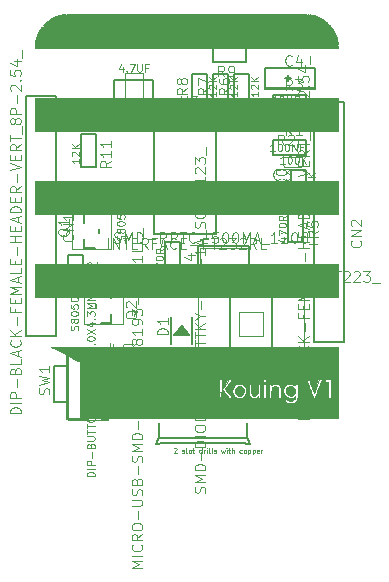
<source format=gto>
G04 #@! TF.FileFunction,Legend,Top*
%FSLAX46Y46*%
G04 Gerber Fmt 4.6, Leading zero omitted, Abs format (unit mm)*
G04 Created by KiCad (PCBNEW 4.0.7) date Thu Oct 12 12:28:44 2017*
%MOMM*%
%LPD*%
G01*
G04 APERTURE LIST*
%ADD10C,0.200000*%
%ADD11C,0.066040*%
%ADD12C,0.127000*%
%ADD13C,0.076200*%
%ADD14C,0.203200*%
%ADD15C,0.050800*%
%ADD16C,0.010000*%
%ADD17C,0.101600*%
%ADD18C,0.025400*%
G04 APERTURE END LIST*
D10*
D11*
X158623000Y-99568000D02*
X158623000Y-93599000D01*
X158623000Y-93599000D02*
X155194000Y-93599000D01*
X155194000Y-99568000D02*
X155194000Y-93599000D01*
X158623000Y-99568000D02*
X155194000Y-99568000D01*
D12*
X158628080Y-99519740D02*
X158628080Y-93520260D01*
X155130500Y-99519740D02*
X155130500Y-98018600D01*
X155130500Y-98018600D02*
X155130500Y-95021400D01*
X155130500Y-95021400D02*
X155130500Y-93520260D01*
X155130500Y-98018600D02*
X153982420Y-98018600D01*
X153982420Y-98018600D02*
X153982420Y-95021400D01*
X153982420Y-95021400D02*
X155130500Y-95021400D01*
X158628080Y-99519740D02*
X158079440Y-99519740D01*
X155181300Y-99519740D02*
X156880560Y-99519740D01*
X155181300Y-93520260D02*
X156880560Y-93520260D01*
X158628080Y-93520260D02*
X158079440Y-93520260D01*
D13*
X159943800Y-96024700D02*
X159943800Y-95491300D01*
X160070800Y-95364300D02*
X161493200Y-95364300D01*
X161620200Y-95491300D02*
X161620200Y-96024700D01*
X161493200Y-96151700D02*
X160070800Y-96151700D01*
X159943800Y-96024700D02*
G75*
G03X160070800Y-96151700I127000J0D01*
G01*
X160070800Y-95364300D02*
G75*
G03X159943800Y-95491300I0J-127000D01*
G01*
X161620200Y-95491300D02*
G75*
G03X161493200Y-95364300I-127000J0D01*
G01*
X161493200Y-96151700D02*
G75*
G03X161620200Y-96024700I0J127000D01*
G01*
D11*
X160020000Y-70167500D02*
X160020000Y-73088500D01*
X160020000Y-73088500D02*
X161544000Y-73088500D01*
X161544000Y-70167500D02*
X161544000Y-73088500D01*
X160020000Y-70167500D02*
X161544000Y-70167500D01*
D12*
X159131000Y-72517000D02*
X159131000Y-70739000D01*
X159131000Y-70739000D02*
X162433000Y-70739000D01*
X162433000Y-70739000D02*
X162433000Y-72517000D01*
X162433000Y-72517000D02*
X159131000Y-72517000D01*
D11*
X171831000Y-71501000D02*
X176149000Y-71501000D01*
X176149000Y-71501000D02*
X176149000Y-69723000D01*
X171831000Y-69723000D02*
X176149000Y-69723000D01*
X171831000Y-71501000D02*
X171831000Y-69723000D01*
D12*
X171894500Y-69786500D02*
X176085500Y-69786500D01*
X176085500Y-69786500D02*
X176085500Y-71437500D01*
X176085500Y-71437500D02*
X171894500Y-71437500D01*
X171894500Y-71437500D02*
X171894500Y-69786500D01*
X173545500Y-70612000D02*
X174053500Y-70612000D01*
X173799500Y-70866000D02*
X173799500Y-70358000D01*
D13*
X160540700Y-94818200D02*
X160007300Y-94818200D01*
X159880300Y-94691200D02*
X159880300Y-93268800D01*
X160007300Y-93141800D02*
X160540700Y-93141800D01*
X160667700Y-93268800D02*
X160667700Y-94691200D01*
X160540700Y-94818200D02*
G75*
G03X160667700Y-94691200I0J127000D01*
G01*
X159880300Y-94691200D02*
G75*
G03X160007300Y-94818200I127000J0D01*
G01*
X160007300Y-93141800D02*
G75*
G03X159880300Y-93268800I0J-127000D01*
G01*
X160667700Y-93268800D02*
G75*
G03X160540700Y-93141800I-127000J0D01*
G01*
D11*
X154178000Y-72136000D02*
X151638000Y-72136000D01*
X151638000Y-72136000D02*
X151638000Y-92456000D01*
X154178000Y-92456000D02*
X151638000Y-92456000D01*
X154178000Y-72136000D02*
X154178000Y-92456000D01*
D12*
X154178000Y-92456000D02*
X151638000Y-92456000D01*
X151638000Y-92456000D02*
X151638000Y-72136000D01*
X151638000Y-72136000D02*
X154178000Y-72136000D01*
X154178000Y-72136000D02*
X154178000Y-92456000D01*
D11*
X178562000Y-72644000D02*
X176022000Y-72644000D01*
X176022000Y-72644000D02*
X176022000Y-92964000D01*
X178562000Y-92964000D02*
X176022000Y-92964000D01*
X178562000Y-72644000D02*
X178562000Y-92964000D01*
D12*
X178562000Y-92964000D02*
X176022000Y-92964000D01*
X176022000Y-92964000D02*
X176022000Y-72644000D01*
X176022000Y-72644000D02*
X178562000Y-72644000D01*
X178562000Y-72644000D02*
X178562000Y-92964000D01*
X163957000Y-93091000D02*
X163957000Y-90805000D01*
X165735000Y-90805000D02*
X165735000Y-93091000D01*
X164846000Y-91567000D02*
X165481000Y-92329000D01*
X165481000Y-92329000D02*
X165354000Y-92329000D01*
X165354000Y-92329000D02*
X165227000Y-92329000D01*
X165227000Y-92329000D02*
X164211000Y-92329000D01*
X164211000Y-92329000D02*
X164846000Y-91567000D01*
X164846000Y-91567000D02*
X165354000Y-92329000D01*
X165354000Y-92329000D02*
X164338000Y-92202000D01*
X164338000Y-92202000D02*
X164846000Y-91694000D01*
X164846000Y-91694000D02*
X165227000Y-92329000D01*
X165227000Y-92329000D02*
X164465000Y-92202000D01*
X164465000Y-92202000D02*
X164846000Y-91821000D01*
X164846000Y-91821000D02*
X165100000Y-92202000D01*
X165100000Y-92202000D02*
X164973000Y-92202000D01*
X164973000Y-92202000D02*
X164592000Y-92202000D01*
X164592000Y-92202000D02*
X164719000Y-92075000D01*
X164719000Y-92075000D02*
X164846000Y-91948000D01*
X164846000Y-91948000D02*
X164973000Y-92202000D01*
X164973000Y-92202000D02*
X164719000Y-92075000D01*
X164719000Y-92075000D02*
X164846000Y-92075000D01*
D11*
X170434000Y-84963000D02*
X166370000Y-84963000D01*
X166370000Y-84963000D02*
X166370000Y-86741000D01*
X170434000Y-86741000D02*
X166370000Y-86741000D01*
X170434000Y-84963000D02*
X170434000Y-86741000D01*
D12*
X170561000Y-86868000D02*
X166243000Y-86868000D01*
X166243000Y-86868000D02*
X166243000Y-84836000D01*
X166243000Y-84836000D02*
X170561000Y-84836000D01*
X170561000Y-84836000D02*
X170561000Y-86868000D01*
D11*
X158877000Y-85090000D02*
X158877000Y-82042000D01*
X158877000Y-82042000D02*
X155575000Y-82042000D01*
X155575000Y-85090000D02*
X155575000Y-82042000D01*
X158877000Y-85090000D02*
X155575000Y-85090000D01*
D12*
X157861000Y-83756500D02*
X157861000Y-83375500D01*
X157480000Y-82105500D02*
X156591000Y-82105500D01*
X156591000Y-82105500D02*
X156591000Y-82867500D01*
X156591000Y-84264500D02*
X156591000Y-85026500D01*
X156591000Y-85026500D02*
X157480000Y-85026500D01*
D11*
X156591000Y-88392000D02*
X156591000Y-91440000D01*
X156591000Y-91440000D02*
X159893000Y-91440000D01*
X159893000Y-88392000D02*
X159893000Y-91440000D01*
X156591000Y-88392000D02*
X159893000Y-88392000D01*
D12*
X157607000Y-89725500D02*
X157607000Y-90106500D01*
X157988000Y-91376500D02*
X158877000Y-91376500D01*
X158877000Y-91376500D02*
X158877000Y-90614500D01*
X158877000Y-89217500D02*
X158877000Y-88455500D01*
X158877000Y-88455500D02*
X157988000Y-88455500D01*
X175387000Y-77089000D02*
X172593000Y-77089000D01*
X172593000Y-77089000D02*
X172593000Y-75819000D01*
X172593000Y-75819000D02*
X175387000Y-75819000D01*
X175387000Y-75819000D02*
X175387000Y-77089000D01*
X172593000Y-73787000D02*
X175387000Y-73787000D01*
X175387000Y-73787000D02*
X175387000Y-75057000D01*
X175387000Y-75057000D02*
X172593000Y-75057000D01*
X172593000Y-75057000D02*
X172593000Y-73787000D01*
X175387000Y-73279000D02*
X172593000Y-73279000D01*
X172593000Y-73279000D02*
X172593000Y-72009000D01*
X172593000Y-72009000D02*
X175387000Y-72009000D01*
X175387000Y-72009000D02*
X175387000Y-73279000D01*
X163449000Y-87249000D02*
X163449000Y-84455000D01*
X163449000Y-84455000D02*
X164719000Y-84455000D01*
X164719000Y-84455000D02*
X164719000Y-87249000D01*
X164719000Y-87249000D02*
X163449000Y-87249000D01*
X173863000Y-84455000D02*
X173863000Y-81661000D01*
X173863000Y-81661000D02*
X175133000Y-81661000D01*
X175133000Y-81661000D02*
X175133000Y-84455000D01*
X175133000Y-84455000D02*
X173863000Y-84455000D01*
X170561000Y-70231000D02*
X170561000Y-73025000D01*
X170561000Y-73025000D02*
X169291000Y-73025000D01*
X169291000Y-73025000D02*
X169291000Y-70231000D01*
X169291000Y-70231000D02*
X170561000Y-70231000D01*
X168783000Y-70231000D02*
X168783000Y-73025000D01*
X168783000Y-73025000D02*
X167513000Y-73025000D01*
X167513000Y-73025000D02*
X167513000Y-70231000D01*
X167513000Y-70231000D02*
X168783000Y-70231000D01*
X167005000Y-70231000D02*
X167005000Y-73025000D01*
X167005000Y-73025000D02*
X165735000Y-73025000D01*
X165735000Y-73025000D02*
X165735000Y-70231000D01*
X165735000Y-70231000D02*
X167005000Y-70231000D01*
X167513000Y-67945000D02*
X170307000Y-67945000D01*
X170307000Y-67945000D02*
X170307000Y-69215000D01*
X170307000Y-69215000D02*
X167513000Y-69215000D01*
X167513000Y-69215000D02*
X167513000Y-67945000D01*
X175387000Y-78359000D02*
X175387000Y-81153000D01*
X175387000Y-81153000D02*
X174117000Y-81153000D01*
X174117000Y-81153000D02*
X174117000Y-78359000D01*
X174117000Y-78359000D02*
X175387000Y-78359000D01*
X156337000Y-78105000D02*
X156337000Y-75311000D01*
X156337000Y-75311000D02*
X157607000Y-75311000D01*
X157607000Y-75311000D02*
X157607000Y-78105000D01*
X157607000Y-78105000D02*
X156337000Y-78105000D01*
X155194000Y-88392000D02*
X155194000Y-85598000D01*
X155194000Y-85598000D02*
X156464000Y-85598000D01*
X156464000Y-85598000D02*
X156464000Y-88392000D01*
X156464000Y-88392000D02*
X155194000Y-88392000D01*
D11*
X171686220Y-92438220D02*
X171686220Y-90441780D01*
X171686220Y-90441780D02*
X169689780Y-90441780D01*
X169689780Y-92438220D02*
X169689780Y-90441780D01*
X171686220Y-92438220D02*
X169689780Y-92438220D01*
D14*
X168910000Y-88163400D02*
X172466000Y-88163400D01*
X172466000Y-88163400D02*
X172466000Y-94716600D01*
X172466000Y-94716600D02*
X168910000Y-94716600D01*
X168910000Y-94716600D02*
X168910000Y-88163400D01*
D15*
X166207440Y-94912180D02*
X166207440Y-87967820D01*
X175168560Y-87967820D02*
X175168560Y-94912180D01*
X175168560Y-94912180D02*
X166207440Y-94912180D01*
X166207440Y-87967820D02*
X175168560Y-87967820D01*
D11*
X162501580Y-73660000D02*
X162501580Y-83820000D01*
X162501580Y-83820000D02*
X167698420Y-83820000D01*
X167698420Y-73660000D02*
X167698420Y-83820000D01*
X162501580Y-73660000D02*
X167698420Y-73660000D01*
D14*
X167698420Y-73642220D02*
X163212780Y-73642220D01*
X163212780Y-73642220D02*
X162501580Y-74350880D01*
X162501580Y-74350880D02*
X162501580Y-83837780D01*
X162501580Y-83837780D02*
X167698420Y-83837780D01*
X167698420Y-83837780D02*
X167698420Y-73642220D01*
D10*
X162194408Y-73660000D02*
G75*
G03X162194408Y-73660000I-269408J0D01*
G01*
D11*
X165125400Y-97609660D02*
X168122600Y-97609660D01*
X168122600Y-97609660D02*
X168122600Y-97210880D01*
X165125400Y-97210880D02*
X168122600Y-97210880D01*
X165125400Y-97609660D02*
X165125400Y-97210880D01*
D12*
X162925760Y-101010720D02*
X162626040Y-101610160D01*
X170322240Y-101010720D02*
X170621960Y-101610160D01*
X162925760Y-101109780D02*
X170322240Y-101109780D01*
X163324540Y-101511100D02*
X169821860Y-101511100D01*
X163324540Y-101511100D02*
X162626040Y-101610160D01*
X169821860Y-101511100D02*
X170621960Y-101610160D01*
X165026340Y-96012000D02*
X164124640Y-96012000D01*
X168221660Y-96012000D02*
X169021760Y-96012000D01*
X170322240Y-97309940D02*
X170322240Y-97711260D01*
X170322240Y-99811840D02*
X170322240Y-101010720D01*
X162925760Y-101010720D02*
X162925760Y-99811840D01*
X162925760Y-97609660D02*
X162925760Y-97309940D01*
D13*
X173405800Y-77990700D02*
X173405800Y-77457300D01*
X173532800Y-77330300D02*
X174955200Y-77330300D01*
X175082200Y-77457300D02*
X175082200Y-77990700D01*
X174955200Y-78117700D02*
X173532800Y-78117700D01*
X173405800Y-77990700D02*
G75*
G03X173532800Y-78117700I127000J0D01*
G01*
X173532800Y-77330300D02*
G75*
G03X173405800Y-77457300I0J-127000D01*
G01*
X175082200Y-77457300D02*
G75*
G03X174955200Y-77330300I-127000J0D01*
G01*
X174955200Y-78117700D02*
G75*
G03X175082200Y-77990700I0J127000D01*
G01*
D16*
G36*
X156200974Y-99394598D02*
X156188262Y-99407311D01*
X156175549Y-99394598D01*
X156188262Y-99381886D01*
X156200974Y-99394598D01*
X156200974Y-99394598D01*
G37*
X156200974Y-99394598D02*
X156188262Y-99407311D01*
X156175549Y-99394598D01*
X156188262Y-99381886D01*
X156200974Y-99394598D01*
G36*
X178035163Y-96388042D02*
X178028702Y-99369173D01*
X167127551Y-99375559D01*
X156226400Y-99381944D01*
X156226010Y-97023707D01*
X156225757Y-96681456D01*
X156225130Y-96353506D01*
X156224422Y-96127431D01*
X168023797Y-96127431D01*
X168023797Y-97703808D01*
X168252626Y-97703808D01*
X168252626Y-96909695D01*
X168538662Y-97306314D01*
X168824698Y-97702932D01*
X168958182Y-97703370D01*
X169032775Y-97701336D01*
X169081224Y-97695641D01*
X169091665Y-97690549D01*
X169077103Y-97667031D01*
X169036572Y-97609486D01*
X168974802Y-97524424D01*
X168896521Y-97418355D01*
X168806462Y-97297790D01*
X168801922Y-97291747D01*
X168706638Y-97164958D01*
X169097205Y-97164958D01*
X169137638Y-97327719D01*
X169148636Y-97353309D01*
X169242002Y-97503970D01*
X169363381Y-97617954D01*
X169505491Y-97692370D01*
X169661048Y-97724327D01*
X169822767Y-97710937D01*
X169944456Y-97669054D01*
X170094065Y-97572988D01*
X170206841Y-97443424D01*
X170279412Y-97285157D01*
X170304791Y-97156929D01*
X170299185Y-96987181D01*
X170250425Y-96830975D01*
X170164534Y-96695269D01*
X170047537Y-96587020D01*
X169905456Y-96513185D01*
X169883756Y-96508813D01*
X170490063Y-96508813D01*
X170490205Y-96909263D01*
X170491952Y-97055144D01*
X170496669Y-97190495D01*
X170503730Y-97303751D01*
X170512504Y-97383347D01*
X170517200Y-97406414D01*
X170576795Y-97531417D01*
X170673794Y-97632100D01*
X170782456Y-97691044D01*
X170884955Y-97720634D01*
X170970279Y-97725419D01*
X171064940Y-97706620D01*
X171072731Y-97704415D01*
X171151843Y-97670181D01*
X171218759Y-97623707D01*
X171278252Y-97567816D01*
X171278252Y-97635812D01*
X171283167Y-97679520D01*
X171307534Y-97698951D01*
X171365781Y-97703752D01*
X171379953Y-97703808D01*
X171481655Y-97703808D01*
X171481655Y-96508813D01*
X171735909Y-96508813D01*
X171735909Y-97089360D01*
X171736673Y-97256367D01*
X171738813Y-97406173D01*
X171742104Y-97531355D01*
X171746322Y-97624489D01*
X171751240Y-97678153D01*
X171754070Y-97688067D01*
X171789404Y-97698257D01*
X171852133Y-97699383D01*
X171862128Y-97698661D01*
X171952025Y-97691095D01*
X171965675Y-96508813D01*
X172218992Y-96508813D01*
X172218992Y-97703808D01*
X172422396Y-97703808D01*
X172423002Y-97366921D01*
X172425655Y-97183001D01*
X172433786Y-97042052D01*
X172448784Y-96936358D01*
X172472032Y-96858204D01*
X172504917Y-96799874D01*
X172530046Y-96770987D01*
X172620580Y-96712048D01*
X172724703Y-96692281D01*
X172827945Y-96710505D01*
X172915839Y-96765537D01*
X172948644Y-96805159D01*
X172966826Y-96840948D01*
X172980494Y-96890573D01*
X172990666Y-96962364D01*
X172998364Y-97064649D01*
X173004608Y-97205759D01*
X173007181Y-97283021D01*
X173019893Y-97691095D01*
X173223297Y-97691095D01*
X173222826Y-97258863D01*
X173222155Y-97098152D01*
X173222131Y-97096873D01*
X173421055Y-97096873D01*
X173445281Y-97263767D01*
X173450474Y-97282371D01*
X173519245Y-97436642D01*
X173622270Y-97560702D01*
X173751362Y-97651216D01*
X173898334Y-97704848D01*
X174055002Y-97718264D01*
X174213179Y-97688128D01*
X174322946Y-97637859D01*
X174431004Y-97574537D01*
X174431004Y-97635412D01*
X174417060Y-97695855D01*
X174382596Y-97767954D01*
X174373290Y-97782680D01*
X174281453Y-97879050D01*
X174167239Y-97937452D01*
X174042040Y-97956942D01*
X173917249Y-97936575D01*
X173804257Y-97875408D01*
X173759586Y-97833538D01*
X173712945Y-97803080D01*
X173648551Y-97783990D01*
X173583108Y-97777957D01*
X173533316Y-97786670D01*
X173515689Y-97808865D01*
X173537675Y-97880353D01*
X173596445Y-97959697D01*
X173681222Y-98036770D01*
X173781225Y-98101443D01*
X173865646Y-98137673D01*
X173965366Y-98153485D01*
X174089994Y-98150637D01*
X174218066Y-98131338D01*
X174328117Y-98097798D01*
X174349460Y-98087876D01*
X174467886Y-98000869D01*
X174562897Y-97878171D01*
X174624765Y-97733067D01*
X174632577Y-97701269D01*
X174640892Y-97636993D01*
X174648184Y-97531864D01*
X174654040Y-97395877D01*
X174658047Y-97239026D01*
X174659791Y-97071306D01*
X174659833Y-97041495D01*
X174659833Y-96508813D01*
X174545419Y-96508813D01*
X174474788Y-96511479D01*
X174441324Y-96524455D01*
X174431422Y-96555209D01*
X174431004Y-96571610D01*
X174431004Y-96634407D01*
X174339458Y-96572282D01*
X174197760Y-96504925D01*
X174044458Y-96481105D01*
X173889573Y-96498336D01*
X173743127Y-96554133D01*
X173615140Y-96646008D01*
X173515633Y-96771476D01*
X173512174Y-96777537D01*
X173442889Y-96938591D01*
X173421055Y-97096873D01*
X173222131Y-97096873D01*
X173219908Y-96979225D01*
X173215134Y-96893019D01*
X173206884Y-96830470D01*
X173194206Y-96782516D01*
X173176149Y-96740093D01*
X173166409Y-96721135D01*
X173078754Y-96607354D01*
X172957260Y-96530721D01*
X172804369Y-96492755D01*
X172797880Y-96492086D01*
X172702577Y-96488863D01*
X172624857Y-96505645D01*
X172543167Y-96544011D01*
X172473770Y-96580173D01*
X172437803Y-96592837D01*
X172424330Y-96583357D01*
X172422396Y-96558948D01*
X172413614Y-96526096D01*
X172378455Y-96511590D01*
X172320694Y-96508813D01*
X172218992Y-96508813D01*
X171965675Y-96508813D01*
X171735909Y-96508813D01*
X171481655Y-96508813D01*
X171283580Y-96508813D01*
X171274559Y-96910400D01*
X171270036Y-97070220D01*
X171264092Y-97187534D01*
X171255775Y-97270684D01*
X171244135Y-97328014D01*
X171228222Y-97367866D01*
X171221044Y-97379876D01*
X171147160Y-97459201D01*
X171050988Y-97498466D01*
X170966250Y-97504900D01*
X170880886Y-97492735D01*
X170814016Y-97455872D01*
X170763837Y-97389813D01*
X170728542Y-97290063D01*
X170706328Y-97152125D01*
X170695388Y-96971503D01*
X170693467Y-96825379D01*
X170693467Y-96508813D01*
X170490063Y-96508813D01*
X169883756Y-96508813D01*
X169744317Y-96480721D01*
X169718549Y-96479846D01*
X169600180Y-96483742D01*
X169508485Y-96503439D01*
X169420052Y-96545950D01*
X169352872Y-96589383D01*
X169231813Y-96701506D01*
X169147026Y-96841626D01*
X169101246Y-96999518D01*
X169097205Y-97164958D01*
X168706638Y-97164958D01*
X168512178Y-96906203D01*
X168661777Y-96713864D01*
X168750802Y-96599543D01*
X168852197Y-96469545D01*
X168946966Y-96348221D01*
X168965535Y-96324478D01*
X169119693Y-96127431D01*
X171735909Y-96127431D01*
X171735909Y-96356260D01*
X171964738Y-96356260D01*
X171964738Y-96159213D01*
X175379214Y-96159213D01*
X175391271Y-96190084D01*
X175419265Y-96262367D01*
X175460862Y-96370021D01*
X175513730Y-96507002D01*
X175575537Y-96667267D01*
X175643949Y-96844774D01*
X175675119Y-96925685D01*
X175745599Y-97108250D01*
X175810534Y-97275668D01*
X175867595Y-97421999D01*
X175914456Y-97541302D01*
X175948787Y-97627637D01*
X175968263Y-97675065D01*
X175971535Y-97682091D01*
X176004711Y-97699044D01*
X176045193Y-97703808D01*
X176084234Y-97694949D01*
X176115436Y-97661059D01*
X176147897Y-97591170D01*
X176155941Y-97570324D01*
X176178755Y-97510381D01*
X176216746Y-97410958D01*
X176266854Y-97280047D01*
X176326020Y-97125635D01*
X176391183Y-96955713D01*
X176450160Y-96802035D01*
X176514853Y-96632810D01*
X176573089Y-96479096D01*
X176622490Y-96347291D01*
X176660673Y-96243789D01*
X176685259Y-96174987D01*
X176693867Y-96147331D01*
X176671167Y-96135336D01*
X176613884Y-96128249D01*
X176582279Y-96127431D01*
X176922696Y-96127431D01*
X176922696Y-96305409D01*
X177202376Y-96305409D01*
X177202376Y-97703808D01*
X177431205Y-97703808D01*
X177431205Y-96127431D01*
X176922696Y-96127431D01*
X176582279Y-96127431D01*
X176470690Y-96127431D01*
X176299779Y-96588834D01*
X176243636Y-96740872D01*
X176191022Y-96884210D01*
X176145516Y-97009039D01*
X176110692Y-97105553D01*
X176090475Y-97162917D01*
X176064664Y-97224362D01*
X176041813Y-97254990D01*
X176033172Y-97254516D01*
X176019431Y-97225493D01*
X175991221Y-97155611D01*
X175951224Y-97051884D01*
X175902123Y-96921325D01*
X175846601Y-96770947D01*
X175813775Y-96680891D01*
X175613287Y-96128345D01*
X175489796Y-96127888D01*
X175412532Y-96131744D01*
X175379704Y-96145155D01*
X175379214Y-96159213D01*
X171964738Y-96159213D01*
X171964738Y-96127431D01*
X171735909Y-96127431D01*
X169119693Y-96127431D01*
X168842984Y-96127431D01*
X168554161Y-96513660D01*
X168265339Y-96899888D01*
X168258320Y-96513660D01*
X168251302Y-96127431D01*
X168023797Y-96127431D01*
X156224422Y-96127431D01*
X156224158Y-96043450D01*
X156222870Y-95754880D01*
X156221296Y-95491387D01*
X156219462Y-95256565D01*
X156217399Y-95054005D01*
X156215135Y-94887299D01*
X156212698Y-94760039D01*
X156210118Y-94675818D01*
X156207422Y-94638229D01*
X156206941Y-94636713D01*
X156181228Y-94620108D01*
X156114285Y-94583065D01*
X156010407Y-94527806D01*
X155873886Y-94456551D01*
X155709018Y-94371523D01*
X155520096Y-94274942D01*
X155311413Y-94169031D01*
X155087264Y-94056010D01*
X154993267Y-94008823D01*
X153798272Y-93409688D01*
X165919948Y-93408299D01*
X178041625Y-93406911D01*
X178035163Y-96388042D01*
X178035163Y-96388042D01*
G37*
X178035163Y-96388042D02*
X178028702Y-99369173D01*
X167127551Y-99375559D01*
X156226400Y-99381944D01*
X156226010Y-97023707D01*
X156225757Y-96681456D01*
X156225130Y-96353506D01*
X156224422Y-96127431D01*
X168023797Y-96127431D01*
X168023797Y-97703808D01*
X168252626Y-97703808D01*
X168252626Y-96909695D01*
X168538662Y-97306314D01*
X168824698Y-97702932D01*
X168958182Y-97703370D01*
X169032775Y-97701336D01*
X169081224Y-97695641D01*
X169091665Y-97690549D01*
X169077103Y-97667031D01*
X169036572Y-97609486D01*
X168974802Y-97524424D01*
X168896521Y-97418355D01*
X168806462Y-97297790D01*
X168801922Y-97291747D01*
X168706638Y-97164958D01*
X169097205Y-97164958D01*
X169137638Y-97327719D01*
X169148636Y-97353309D01*
X169242002Y-97503970D01*
X169363381Y-97617954D01*
X169505491Y-97692370D01*
X169661048Y-97724327D01*
X169822767Y-97710937D01*
X169944456Y-97669054D01*
X170094065Y-97572988D01*
X170206841Y-97443424D01*
X170279412Y-97285157D01*
X170304791Y-97156929D01*
X170299185Y-96987181D01*
X170250425Y-96830975D01*
X170164534Y-96695269D01*
X170047537Y-96587020D01*
X169905456Y-96513185D01*
X169883756Y-96508813D01*
X170490063Y-96508813D01*
X170490205Y-96909263D01*
X170491952Y-97055144D01*
X170496669Y-97190495D01*
X170503730Y-97303751D01*
X170512504Y-97383347D01*
X170517200Y-97406414D01*
X170576795Y-97531417D01*
X170673794Y-97632100D01*
X170782456Y-97691044D01*
X170884955Y-97720634D01*
X170970279Y-97725419D01*
X171064940Y-97706620D01*
X171072731Y-97704415D01*
X171151843Y-97670181D01*
X171218759Y-97623707D01*
X171278252Y-97567816D01*
X171278252Y-97635812D01*
X171283167Y-97679520D01*
X171307534Y-97698951D01*
X171365781Y-97703752D01*
X171379953Y-97703808D01*
X171481655Y-97703808D01*
X171481655Y-96508813D01*
X171735909Y-96508813D01*
X171735909Y-97089360D01*
X171736673Y-97256367D01*
X171738813Y-97406173D01*
X171742104Y-97531355D01*
X171746322Y-97624489D01*
X171751240Y-97678153D01*
X171754070Y-97688067D01*
X171789404Y-97698257D01*
X171852133Y-97699383D01*
X171862128Y-97698661D01*
X171952025Y-97691095D01*
X171965675Y-96508813D01*
X172218992Y-96508813D01*
X172218992Y-97703808D01*
X172422396Y-97703808D01*
X172423002Y-97366921D01*
X172425655Y-97183001D01*
X172433786Y-97042052D01*
X172448784Y-96936358D01*
X172472032Y-96858204D01*
X172504917Y-96799874D01*
X172530046Y-96770987D01*
X172620580Y-96712048D01*
X172724703Y-96692281D01*
X172827945Y-96710505D01*
X172915839Y-96765537D01*
X172948644Y-96805159D01*
X172966826Y-96840948D01*
X172980494Y-96890573D01*
X172990666Y-96962364D01*
X172998364Y-97064649D01*
X173004608Y-97205759D01*
X173007181Y-97283021D01*
X173019893Y-97691095D01*
X173223297Y-97691095D01*
X173222826Y-97258863D01*
X173222155Y-97098152D01*
X173222131Y-97096873D01*
X173421055Y-97096873D01*
X173445281Y-97263767D01*
X173450474Y-97282371D01*
X173519245Y-97436642D01*
X173622270Y-97560702D01*
X173751362Y-97651216D01*
X173898334Y-97704848D01*
X174055002Y-97718264D01*
X174213179Y-97688128D01*
X174322946Y-97637859D01*
X174431004Y-97574537D01*
X174431004Y-97635412D01*
X174417060Y-97695855D01*
X174382596Y-97767954D01*
X174373290Y-97782680D01*
X174281453Y-97879050D01*
X174167239Y-97937452D01*
X174042040Y-97956942D01*
X173917249Y-97936575D01*
X173804257Y-97875408D01*
X173759586Y-97833538D01*
X173712945Y-97803080D01*
X173648551Y-97783990D01*
X173583108Y-97777957D01*
X173533316Y-97786670D01*
X173515689Y-97808865D01*
X173537675Y-97880353D01*
X173596445Y-97959697D01*
X173681222Y-98036770D01*
X173781225Y-98101443D01*
X173865646Y-98137673D01*
X173965366Y-98153485D01*
X174089994Y-98150637D01*
X174218066Y-98131338D01*
X174328117Y-98097798D01*
X174349460Y-98087876D01*
X174467886Y-98000869D01*
X174562897Y-97878171D01*
X174624765Y-97733067D01*
X174632577Y-97701269D01*
X174640892Y-97636993D01*
X174648184Y-97531864D01*
X174654040Y-97395877D01*
X174658047Y-97239026D01*
X174659791Y-97071306D01*
X174659833Y-97041495D01*
X174659833Y-96508813D01*
X174545419Y-96508813D01*
X174474788Y-96511479D01*
X174441324Y-96524455D01*
X174431422Y-96555209D01*
X174431004Y-96571610D01*
X174431004Y-96634407D01*
X174339458Y-96572282D01*
X174197760Y-96504925D01*
X174044458Y-96481105D01*
X173889573Y-96498336D01*
X173743127Y-96554133D01*
X173615140Y-96646008D01*
X173515633Y-96771476D01*
X173512174Y-96777537D01*
X173442889Y-96938591D01*
X173421055Y-97096873D01*
X173222131Y-97096873D01*
X173219908Y-96979225D01*
X173215134Y-96893019D01*
X173206884Y-96830470D01*
X173194206Y-96782516D01*
X173176149Y-96740093D01*
X173166409Y-96721135D01*
X173078754Y-96607354D01*
X172957260Y-96530721D01*
X172804369Y-96492755D01*
X172797880Y-96492086D01*
X172702577Y-96488863D01*
X172624857Y-96505645D01*
X172543167Y-96544011D01*
X172473770Y-96580173D01*
X172437803Y-96592837D01*
X172424330Y-96583357D01*
X172422396Y-96558948D01*
X172413614Y-96526096D01*
X172378455Y-96511590D01*
X172320694Y-96508813D01*
X172218992Y-96508813D01*
X171965675Y-96508813D01*
X171735909Y-96508813D01*
X171481655Y-96508813D01*
X171283580Y-96508813D01*
X171274559Y-96910400D01*
X171270036Y-97070220D01*
X171264092Y-97187534D01*
X171255775Y-97270684D01*
X171244135Y-97328014D01*
X171228222Y-97367866D01*
X171221044Y-97379876D01*
X171147160Y-97459201D01*
X171050988Y-97498466D01*
X170966250Y-97504900D01*
X170880886Y-97492735D01*
X170814016Y-97455872D01*
X170763837Y-97389813D01*
X170728542Y-97290063D01*
X170706328Y-97152125D01*
X170695388Y-96971503D01*
X170693467Y-96825379D01*
X170693467Y-96508813D01*
X170490063Y-96508813D01*
X169883756Y-96508813D01*
X169744317Y-96480721D01*
X169718549Y-96479846D01*
X169600180Y-96483742D01*
X169508485Y-96503439D01*
X169420052Y-96545950D01*
X169352872Y-96589383D01*
X169231813Y-96701506D01*
X169147026Y-96841626D01*
X169101246Y-96999518D01*
X169097205Y-97164958D01*
X168706638Y-97164958D01*
X168512178Y-96906203D01*
X168661777Y-96713864D01*
X168750802Y-96599543D01*
X168852197Y-96469545D01*
X168946966Y-96348221D01*
X168965535Y-96324478D01*
X169119693Y-96127431D01*
X171735909Y-96127431D01*
X171735909Y-96356260D01*
X171964738Y-96356260D01*
X171964738Y-96159213D01*
X175379214Y-96159213D01*
X175391271Y-96190084D01*
X175419265Y-96262367D01*
X175460862Y-96370021D01*
X175513730Y-96507002D01*
X175575537Y-96667267D01*
X175643949Y-96844774D01*
X175675119Y-96925685D01*
X175745599Y-97108250D01*
X175810534Y-97275668D01*
X175867595Y-97421999D01*
X175914456Y-97541302D01*
X175948787Y-97627637D01*
X175968263Y-97675065D01*
X175971535Y-97682091D01*
X176004711Y-97699044D01*
X176045193Y-97703808D01*
X176084234Y-97694949D01*
X176115436Y-97661059D01*
X176147897Y-97591170D01*
X176155941Y-97570324D01*
X176178755Y-97510381D01*
X176216746Y-97410958D01*
X176266854Y-97280047D01*
X176326020Y-97125635D01*
X176391183Y-96955713D01*
X176450160Y-96802035D01*
X176514853Y-96632810D01*
X176573089Y-96479096D01*
X176622490Y-96347291D01*
X176660673Y-96243789D01*
X176685259Y-96174987D01*
X176693867Y-96147331D01*
X176671167Y-96135336D01*
X176613884Y-96128249D01*
X176582279Y-96127431D01*
X176922696Y-96127431D01*
X176922696Y-96305409D01*
X177202376Y-96305409D01*
X177202376Y-97703808D01*
X177431205Y-97703808D01*
X177431205Y-96127431D01*
X176922696Y-96127431D01*
X176582279Y-96127431D01*
X176470690Y-96127431D01*
X176299779Y-96588834D01*
X176243636Y-96740872D01*
X176191022Y-96884210D01*
X176145516Y-97009039D01*
X176110692Y-97105553D01*
X176090475Y-97162917D01*
X176064664Y-97224362D01*
X176041813Y-97254990D01*
X176033172Y-97254516D01*
X176019431Y-97225493D01*
X175991221Y-97155611D01*
X175951224Y-97051884D01*
X175902123Y-96921325D01*
X175846601Y-96770947D01*
X175813775Y-96680891D01*
X175613287Y-96128345D01*
X175489796Y-96127888D01*
X175412532Y-96131744D01*
X175379704Y-96145155D01*
X175379214Y-96159213D01*
X171964738Y-96159213D01*
X171964738Y-96127431D01*
X171735909Y-96127431D01*
X169119693Y-96127431D01*
X168842984Y-96127431D01*
X168554161Y-96513660D01*
X168265339Y-96899888D01*
X168258320Y-96513660D01*
X168251302Y-96127431D01*
X168023797Y-96127431D01*
X156224422Y-96127431D01*
X156224158Y-96043450D01*
X156222870Y-95754880D01*
X156221296Y-95491387D01*
X156219462Y-95256565D01*
X156217399Y-95054005D01*
X156215135Y-94887299D01*
X156212698Y-94760039D01*
X156210118Y-94675818D01*
X156207422Y-94638229D01*
X156206941Y-94636713D01*
X156181228Y-94620108D01*
X156114285Y-94583065D01*
X156010407Y-94527806D01*
X155873886Y-94456551D01*
X155709018Y-94371523D01*
X155520096Y-94274942D01*
X155311413Y-94169031D01*
X155087264Y-94056010D01*
X154993267Y-94008823D01*
X153798272Y-93409688D01*
X165919948Y-93408299D01*
X178041625Y-93406911D01*
X178035163Y-96388042D01*
G36*
X178041415Y-89135439D02*
X152412586Y-89135439D01*
X152412586Y-86389493D01*
X178041415Y-86389493D01*
X178041415Y-89135439D01*
X178041415Y-89135439D01*
G37*
X178041415Y-89135439D02*
X152412586Y-89135439D01*
X152412586Y-86389493D01*
X178041415Y-86389493D01*
X178041415Y-89135439D01*
G36*
X178041415Y-82118022D02*
X152412586Y-82118022D01*
X152412586Y-79346650D01*
X178041415Y-79346650D01*
X178041415Y-82118022D01*
X178041415Y-82118022D01*
G37*
X178041415Y-82118022D02*
X152412586Y-82118022D01*
X152412586Y-79346650D01*
X178041415Y-79346650D01*
X178041415Y-82118022D01*
G36*
X178035277Y-73695850D02*
X178041853Y-75075179D01*
X152412148Y-75075179D01*
X152418723Y-73695850D01*
X152425299Y-72316520D01*
X178028702Y-72316520D01*
X178035277Y-73695850D01*
X178035277Y-73695850D01*
G37*
X178035277Y-73695850D02*
X178041853Y-75075179D01*
X152412148Y-75075179D01*
X152418723Y-73695850D01*
X152425299Y-72316520D01*
X178028702Y-72316520D01*
X178035277Y-73695850D01*
G36*
X165840381Y-65209658D02*
X166468615Y-65209794D01*
X167092672Y-65210022D01*
X167710437Y-65210342D01*
X168319793Y-65210755D01*
X168918623Y-65211260D01*
X169504812Y-65211857D01*
X170076243Y-65212546D01*
X170630799Y-65213327D01*
X171166364Y-65214201D01*
X171680822Y-65215167D01*
X172172056Y-65216225D01*
X172637950Y-65217375D01*
X173076387Y-65218618D01*
X173485250Y-65219952D01*
X173862425Y-65221379D01*
X174205793Y-65222899D01*
X174513240Y-65224510D01*
X174782647Y-65226214D01*
X175011899Y-65228009D01*
X175198880Y-65229897D01*
X175341473Y-65231878D01*
X175437561Y-65233950D01*
X175485028Y-65236115D01*
X175486159Y-65236234D01*
X175843423Y-65298341D01*
X176186805Y-65401327D01*
X176509144Y-65542112D01*
X176803281Y-65717613D01*
X177040846Y-65905296D01*
X177119881Y-65973645D01*
X177171420Y-66011878D01*
X177192786Y-66019261D01*
X177181304Y-65995062D01*
X177134299Y-65938546D01*
X177125069Y-65928382D01*
X177105614Y-65905151D01*
X177119087Y-65914500D01*
X177162024Y-65953491D01*
X177221783Y-66010333D01*
X177299105Y-66085959D01*
X177360413Y-66148056D01*
X177397892Y-66188578D01*
X177405779Y-66199655D01*
X177389598Y-66190865D01*
X177348272Y-66155161D01*
X177316790Y-66125429D01*
X177265978Y-66079678D01*
X177233763Y-66057395D01*
X177227801Y-66058581D01*
X177243536Y-66088572D01*
X177284110Y-66141028D01*
X177339576Y-66205149D01*
X177399989Y-66270136D01*
X177455401Y-66325187D01*
X177495867Y-66359504D01*
X177510243Y-66365264D01*
X177538367Y-66371871D01*
X177547791Y-66383197D01*
X177551215Y-66401029D01*
X177536835Y-66394824D01*
X177514746Y-66384689D01*
X177511990Y-66396382D01*
X177531040Y-66435699D01*
X177574368Y-66508438D01*
X177609109Y-66564259D01*
X177730053Y-66783330D01*
X177837728Y-67028306D01*
X177921509Y-67274307D01*
X177937497Y-67333137D01*
X177961747Y-67440441D01*
X177984558Y-67563805D01*
X178004510Y-67692174D01*
X178020179Y-67814494D01*
X178030144Y-67919708D01*
X178032984Y-67996763D01*
X178027644Y-68034048D01*
X178001442Y-68035772D01*
X177926242Y-68037431D01*
X177803897Y-68039027D01*
X177636258Y-68040559D01*
X177425179Y-68042026D01*
X177172512Y-68043430D01*
X176880110Y-68044770D01*
X176549825Y-68046046D01*
X176183510Y-68047257D01*
X175783017Y-68048405D01*
X175350199Y-68049489D01*
X174886908Y-68050509D01*
X174394998Y-68051465D01*
X173876320Y-68052357D01*
X173332728Y-68053185D01*
X172766073Y-68053950D01*
X172178209Y-68054650D01*
X171570988Y-68055286D01*
X170946262Y-68055858D01*
X170305885Y-68056367D01*
X169651708Y-68056811D01*
X168985584Y-68057192D01*
X168309367Y-68057508D01*
X167624907Y-68057761D01*
X166934059Y-68057949D01*
X166238675Y-68058074D01*
X165540606Y-68058134D01*
X164841706Y-68058131D01*
X164143828Y-68058064D01*
X163448824Y-68057933D01*
X162758546Y-68057738D01*
X162074847Y-68057479D01*
X161399579Y-68057155D01*
X160734596Y-68056768D01*
X160081750Y-68056318D01*
X159442893Y-68055803D01*
X158819878Y-68055224D01*
X158214557Y-68054581D01*
X157628784Y-68053874D01*
X157064410Y-68053103D01*
X156523288Y-68052269D01*
X156007272Y-68051370D01*
X155518212Y-68050407D01*
X155057963Y-68049381D01*
X154628376Y-68048290D01*
X154231304Y-68047136D01*
X153868600Y-68045918D01*
X153542116Y-68044635D01*
X153253705Y-68043289D01*
X153005220Y-68041879D01*
X152798512Y-68040404D01*
X152635435Y-68038866D01*
X152517841Y-68037264D01*
X152447583Y-68035598D01*
X152426357Y-68034048D01*
X152420980Y-67994613D01*
X152424099Y-67916358D01*
X152434293Y-67810339D01*
X152450141Y-67687612D01*
X152470219Y-67559231D01*
X152493107Y-67436251D01*
X152516504Y-67333137D01*
X152592639Y-67090773D01*
X152695329Y-66843206D01*
X152813948Y-66615314D01*
X152844892Y-66564259D01*
X152902501Y-66470851D01*
X152934484Y-66414027D01*
X152943312Y-66387989D01*
X152931459Y-66386940D01*
X152917166Y-66394824D01*
X152899796Y-66397855D01*
X152906210Y-66383197D01*
X152934090Y-66363056D01*
X152943758Y-66365264D01*
X152967067Y-66352860D01*
X153012571Y-66311850D01*
X153070323Y-66253036D01*
X153130377Y-66187216D01*
X153182786Y-66125192D01*
X153217605Y-66077763D01*
X153226200Y-66058581D01*
X153209658Y-66062835D01*
X153167211Y-66094652D01*
X153130854Y-66126460D01*
X153107623Y-66145915D01*
X153116972Y-66132442D01*
X153155963Y-66089505D01*
X153212805Y-66029746D01*
X153288451Y-65952420D01*
X153350592Y-65891110D01*
X153391177Y-65853633D01*
X153402299Y-65845750D01*
X153393012Y-65862017D01*
X153356359Y-65904089D01*
X153315189Y-65947451D01*
X153264891Y-66002247D01*
X153237142Y-66039170D01*
X153236110Y-66049153D01*
X153258378Y-66036440D01*
X177202376Y-66036440D01*
X177215088Y-66049153D01*
X177227801Y-66036440D01*
X177215088Y-66023728D01*
X177202376Y-66036440D01*
X153258378Y-66036440D01*
X153264550Y-66032917D01*
X153317558Y-65990866D01*
X153384212Y-65932986D01*
X153453594Y-65869263D01*
X153514783Y-65809683D01*
X153556858Y-65764232D01*
X153569443Y-65744335D01*
X153585801Y-65708833D01*
X153592588Y-65701672D01*
X153604021Y-65698066D01*
X153597444Y-65712266D01*
X153587254Y-65734417D01*
X153595071Y-65739851D01*
X153627348Y-65725892D01*
X153690536Y-65689860D01*
X153776604Y-65637909D01*
X154108924Y-65463967D01*
X154459475Y-65336500D01*
X154831297Y-65254484D01*
X154967841Y-65236234D01*
X155012641Y-65234064D01*
X155106175Y-65231987D01*
X155246327Y-65230001D01*
X155430981Y-65228108D01*
X155658019Y-65226308D01*
X155925327Y-65224599D01*
X156230786Y-65222983D01*
X156572282Y-65221458D01*
X156947697Y-65220027D01*
X157354915Y-65218687D01*
X157791819Y-65217439D01*
X158256294Y-65216284D01*
X158746222Y-65215221D01*
X159259488Y-65214250D01*
X159793975Y-65213372D01*
X160347566Y-65212585D01*
X160918145Y-65211891D01*
X161503596Y-65211289D01*
X162101803Y-65210780D01*
X162710648Y-65210362D01*
X163328015Y-65210037D01*
X163951789Y-65209804D01*
X164579852Y-65209663D01*
X165210088Y-65209615D01*
X165840381Y-65209658D01*
X165840381Y-65209658D01*
G37*
X165840381Y-65209658D02*
X166468615Y-65209794D01*
X167092672Y-65210022D01*
X167710437Y-65210342D01*
X168319793Y-65210755D01*
X168918623Y-65211260D01*
X169504812Y-65211857D01*
X170076243Y-65212546D01*
X170630799Y-65213327D01*
X171166364Y-65214201D01*
X171680822Y-65215167D01*
X172172056Y-65216225D01*
X172637950Y-65217375D01*
X173076387Y-65218618D01*
X173485250Y-65219952D01*
X173862425Y-65221379D01*
X174205793Y-65222899D01*
X174513240Y-65224510D01*
X174782647Y-65226214D01*
X175011899Y-65228009D01*
X175198880Y-65229897D01*
X175341473Y-65231878D01*
X175437561Y-65233950D01*
X175485028Y-65236115D01*
X175486159Y-65236234D01*
X175843423Y-65298341D01*
X176186805Y-65401327D01*
X176509144Y-65542112D01*
X176803281Y-65717613D01*
X177040846Y-65905296D01*
X177119881Y-65973645D01*
X177171420Y-66011878D01*
X177192786Y-66019261D01*
X177181304Y-65995062D01*
X177134299Y-65938546D01*
X177125069Y-65928382D01*
X177105614Y-65905151D01*
X177119087Y-65914500D01*
X177162024Y-65953491D01*
X177221783Y-66010333D01*
X177299105Y-66085959D01*
X177360413Y-66148056D01*
X177397892Y-66188578D01*
X177405779Y-66199655D01*
X177389598Y-66190865D01*
X177348272Y-66155161D01*
X177316790Y-66125429D01*
X177265978Y-66079678D01*
X177233763Y-66057395D01*
X177227801Y-66058581D01*
X177243536Y-66088572D01*
X177284110Y-66141028D01*
X177339576Y-66205149D01*
X177399989Y-66270136D01*
X177455401Y-66325187D01*
X177495867Y-66359504D01*
X177510243Y-66365264D01*
X177538367Y-66371871D01*
X177547791Y-66383197D01*
X177551215Y-66401029D01*
X177536835Y-66394824D01*
X177514746Y-66384689D01*
X177511990Y-66396382D01*
X177531040Y-66435699D01*
X177574368Y-66508438D01*
X177609109Y-66564259D01*
X177730053Y-66783330D01*
X177837728Y-67028306D01*
X177921509Y-67274307D01*
X177937497Y-67333137D01*
X177961747Y-67440441D01*
X177984558Y-67563805D01*
X178004510Y-67692174D01*
X178020179Y-67814494D01*
X178030144Y-67919708D01*
X178032984Y-67996763D01*
X178027644Y-68034048D01*
X178001442Y-68035772D01*
X177926242Y-68037431D01*
X177803897Y-68039027D01*
X177636258Y-68040559D01*
X177425179Y-68042026D01*
X177172512Y-68043430D01*
X176880110Y-68044770D01*
X176549825Y-68046046D01*
X176183510Y-68047257D01*
X175783017Y-68048405D01*
X175350199Y-68049489D01*
X174886908Y-68050509D01*
X174394998Y-68051465D01*
X173876320Y-68052357D01*
X173332728Y-68053185D01*
X172766073Y-68053950D01*
X172178209Y-68054650D01*
X171570988Y-68055286D01*
X170946262Y-68055858D01*
X170305885Y-68056367D01*
X169651708Y-68056811D01*
X168985584Y-68057192D01*
X168309367Y-68057508D01*
X167624907Y-68057761D01*
X166934059Y-68057949D01*
X166238675Y-68058074D01*
X165540606Y-68058134D01*
X164841706Y-68058131D01*
X164143828Y-68058064D01*
X163448824Y-68057933D01*
X162758546Y-68057738D01*
X162074847Y-68057479D01*
X161399579Y-68057155D01*
X160734596Y-68056768D01*
X160081750Y-68056318D01*
X159442893Y-68055803D01*
X158819878Y-68055224D01*
X158214557Y-68054581D01*
X157628784Y-68053874D01*
X157064410Y-68053103D01*
X156523288Y-68052269D01*
X156007272Y-68051370D01*
X155518212Y-68050407D01*
X155057963Y-68049381D01*
X154628376Y-68048290D01*
X154231304Y-68047136D01*
X153868600Y-68045918D01*
X153542116Y-68044635D01*
X153253705Y-68043289D01*
X153005220Y-68041879D01*
X152798512Y-68040404D01*
X152635435Y-68038866D01*
X152517841Y-68037264D01*
X152447583Y-68035598D01*
X152426357Y-68034048D01*
X152420980Y-67994613D01*
X152424099Y-67916358D01*
X152434293Y-67810339D01*
X152450141Y-67687612D01*
X152470219Y-67559231D01*
X152493107Y-67436251D01*
X152516504Y-67333137D01*
X152592639Y-67090773D01*
X152695329Y-66843206D01*
X152813948Y-66615314D01*
X152844892Y-66564259D01*
X152902501Y-66470851D01*
X152934484Y-66414027D01*
X152943312Y-66387989D01*
X152931459Y-66386940D01*
X152917166Y-66394824D01*
X152899796Y-66397855D01*
X152906210Y-66383197D01*
X152934090Y-66363056D01*
X152943758Y-66365264D01*
X152967067Y-66352860D01*
X153012571Y-66311850D01*
X153070323Y-66253036D01*
X153130377Y-66187216D01*
X153182786Y-66125192D01*
X153217605Y-66077763D01*
X153226200Y-66058581D01*
X153209658Y-66062835D01*
X153167211Y-66094652D01*
X153130854Y-66126460D01*
X153107623Y-66145915D01*
X153116972Y-66132442D01*
X153155963Y-66089505D01*
X153212805Y-66029746D01*
X153288451Y-65952420D01*
X153350592Y-65891110D01*
X153391177Y-65853633D01*
X153402299Y-65845750D01*
X153393012Y-65862017D01*
X153356359Y-65904089D01*
X153315189Y-65947451D01*
X153264891Y-66002247D01*
X153237142Y-66039170D01*
X153236110Y-66049153D01*
X153258378Y-66036440D01*
X177202376Y-66036440D01*
X177215088Y-66049153D01*
X177227801Y-66036440D01*
X177215088Y-66023728D01*
X177202376Y-66036440D01*
X153258378Y-66036440D01*
X153264550Y-66032917D01*
X153317558Y-65990866D01*
X153384212Y-65932986D01*
X153453594Y-65869263D01*
X153514783Y-65809683D01*
X153556858Y-65764232D01*
X153569443Y-65744335D01*
X153585801Y-65708833D01*
X153592588Y-65701672D01*
X153604021Y-65698066D01*
X153597444Y-65712266D01*
X153587254Y-65734417D01*
X153595071Y-65739851D01*
X153627348Y-65725892D01*
X153690536Y-65689860D01*
X153776604Y-65637909D01*
X154108924Y-65463967D01*
X154459475Y-65336500D01*
X154831297Y-65254484D01*
X154967841Y-65236234D01*
X155012641Y-65234064D01*
X155106175Y-65231987D01*
X155246327Y-65230001D01*
X155430981Y-65228108D01*
X155658019Y-65226308D01*
X155925327Y-65224599D01*
X156230786Y-65222983D01*
X156572282Y-65221458D01*
X156947697Y-65220027D01*
X157354915Y-65218687D01*
X157791819Y-65217439D01*
X158256294Y-65216284D01*
X158746222Y-65215221D01*
X159259488Y-65214250D01*
X159793975Y-65213372D01*
X160347566Y-65212585D01*
X160918145Y-65211891D01*
X161503596Y-65211289D01*
X162101803Y-65210780D01*
X162710648Y-65210362D01*
X163328015Y-65210037D01*
X163951789Y-65209804D01*
X164579852Y-65209663D01*
X165210088Y-65209615D01*
X165840381Y-65209658D01*
G36*
X152403999Y-67695449D02*
X152407357Y-67747504D01*
X152403999Y-67759013D01*
X152394719Y-67762207D01*
X152391175Y-67727231D01*
X152395171Y-67691136D01*
X152403999Y-67695449D01*
X152403999Y-67695449D01*
G37*
X152403999Y-67695449D02*
X152407357Y-67747504D01*
X152403999Y-67759013D01*
X152394719Y-67762207D01*
X152391175Y-67727231D01*
X152395171Y-67691136D01*
X152403999Y-67695449D01*
G36*
X178058365Y-67684855D02*
X178061408Y-67715029D01*
X178058365Y-67718756D01*
X178043250Y-67715266D01*
X178041415Y-67701806D01*
X178050718Y-67680878D01*
X178058365Y-67684855D01*
X178058365Y-67684855D01*
G37*
X178058365Y-67684855D02*
X178061408Y-67715029D01*
X178058365Y-67718756D01*
X178043250Y-67715266D01*
X178041415Y-67701806D01*
X178050718Y-67680878D01*
X178058365Y-67684855D01*
G36*
X152429536Y-67532303D02*
X152432579Y-67562477D01*
X152429536Y-67566203D01*
X152414421Y-67562713D01*
X152412586Y-67549253D01*
X152421889Y-67528325D01*
X152429536Y-67532303D01*
X152429536Y-67532303D01*
G37*
X152429536Y-67532303D02*
X152432579Y-67562477D01*
X152429536Y-67566203D01*
X152414421Y-67562713D01*
X152412586Y-67549253D01*
X152421889Y-67528325D01*
X152429536Y-67532303D01*
G36*
X178032940Y-67532303D02*
X178035983Y-67562477D01*
X178032940Y-67566203D01*
X178017824Y-67562713D01*
X178015989Y-67549253D01*
X178025292Y-67528325D01*
X178032940Y-67532303D01*
X178032940Y-67532303D01*
G37*
X178032940Y-67532303D02*
X178035983Y-67562477D01*
X178032940Y-67566203D01*
X178017824Y-67562713D01*
X178015989Y-67549253D01*
X178025292Y-67528325D01*
X178032940Y-67532303D01*
G36*
X152454962Y-67405176D02*
X152458005Y-67435350D01*
X152454962Y-67439076D01*
X152439846Y-67435586D01*
X152438011Y-67422126D01*
X152447314Y-67401198D01*
X152454962Y-67405176D01*
X152454962Y-67405176D01*
G37*
X152454962Y-67405176D02*
X152458005Y-67435350D01*
X152454962Y-67439076D01*
X152439846Y-67435586D01*
X152438011Y-67422126D01*
X152447314Y-67401198D01*
X152454962Y-67405176D01*
G36*
X178007514Y-67405176D02*
X178010557Y-67435350D01*
X178007514Y-67439076D01*
X177992399Y-67435586D01*
X177990564Y-67422126D01*
X177999867Y-67401198D01*
X178007514Y-67405176D01*
X178007514Y-67405176D01*
G37*
X178007514Y-67405176D02*
X178010557Y-67435350D01*
X178007514Y-67439076D01*
X177992399Y-67435586D01*
X177990564Y-67422126D01*
X177999867Y-67401198D01*
X178007514Y-67405176D01*
G36*
X152480387Y-67303474D02*
X152483430Y-67333648D01*
X152480387Y-67337375D01*
X152465272Y-67333884D01*
X152463437Y-67320424D01*
X152472740Y-67299496D01*
X152480387Y-67303474D01*
X152480387Y-67303474D01*
G37*
X152480387Y-67303474D02*
X152483430Y-67333648D01*
X152480387Y-67337375D01*
X152465272Y-67333884D01*
X152463437Y-67320424D01*
X152472740Y-67299496D01*
X152480387Y-67303474D01*
G36*
X177982089Y-67303474D02*
X177985132Y-67333648D01*
X177982089Y-67337375D01*
X177966973Y-67333884D01*
X177965138Y-67320424D01*
X177974441Y-67299496D01*
X177982089Y-67303474D01*
X177982089Y-67303474D01*
G37*
X177982089Y-67303474D02*
X177985132Y-67333648D01*
X177982089Y-67337375D01*
X177966973Y-67333884D01*
X177965138Y-67320424D01*
X177974441Y-67299496D01*
X177982089Y-67303474D01*
G36*
X152514288Y-67231435D02*
X152501575Y-67244148D01*
X152488862Y-67231435D01*
X152501575Y-67218723D01*
X152514288Y-67231435D01*
X152514288Y-67231435D01*
G37*
X152514288Y-67231435D02*
X152501575Y-67244148D01*
X152488862Y-67231435D01*
X152501575Y-67218723D01*
X152514288Y-67231435D01*
G36*
X177965138Y-67231435D02*
X177952426Y-67244148D01*
X177939713Y-67231435D01*
X177952426Y-67218723D01*
X177965138Y-67231435D01*
X177965138Y-67231435D01*
G37*
X177965138Y-67231435D02*
X177952426Y-67244148D01*
X177939713Y-67231435D01*
X177952426Y-67218723D01*
X177965138Y-67231435D01*
G36*
X152539713Y-67155159D02*
X152527000Y-67167872D01*
X152514288Y-67155159D01*
X152527000Y-67142446D01*
X152539713Y-67155159D01*
X152539713Y-67155159D01*
G37*
X152539713Y-67155159D02*
X152527000Y-67167872D01*
X152514288Y-67155159D01*
X152527000Y-67142446D01*
X152539713Y-67155159D01*
G36*
X177939713Y-67155159D02*
X177927000Y-67167872D01*
X177914288Y-67155159D01*
X177927000Y-67142446D01*
X177939713Y-67155159D01*
X177939713Y-67155159D01*
G37*
X177939713Y-67155159D02*
X177927000Y-67167872D01*
X177914288Y-67155159D01*
X177927000Y-67142446D01*
X177939713Y-67155159D01*
G36*
X152565138Y-67078883D02*
X152552426Y-67091595D01*
X152539713Y-67078883D01*
X152552426Y-67066170D01*
X152565138Y-67078883D01*
X152565138Y-67078883D01*
G37*
X152565138Y-67078883D02*
X152552426Y-67091595D01*
X152539713Y-67078883D01*
X152552426Y-67066170D01*
X152565138Y-67078883D01*
G36*
X177914288Y-67078883D02*
X177901575Y-67091595D01*
X177888862Y-67078883D01*
X177901575Y-67066170D01*
X177914288Y-67078883D01*
X177914288Y-67078883D01*
G37*
X177914288Y-67078883D02*
X177901575Y-67091595D01*
X177888862Y-67078883D01*
X177901575Y-67066170D01*
X177914288Y-67078883D01*
G36*
X152590564Y-67002606D02*
X152577851Y-67015319D01*
X152565138Y-67002606D01*
X152577851Y-66989894D01*
X152590564Y-67002606D01*
X152590564Y-67002606D01*
G37*
X152590564Y-67002606D02*
X152577851Y-67015319D01*
X152565138Y-67002606D01*
X152577851Y-66989894D01*
X152590564Y-67002606D01*
G36*
X177888862Y-67002606D02*
X177876149Y-67015319D01*
X177863437Y-67002606D01*
X177876149Y-66989894D01*
X177888862Y-67002606D01*
X177888862Y-67002606D01*
G37*
X177888862Y-67002606D02*
X177876149Y-67015319D01*
X177863437Y-67002606D01*
X177876149Y-66989894D01*
X177888862Y-67002606D01*
G36*
X152615989Y-66951756D02*
X152603277Y-66964468D01*
X152590564Y-66951756D01*
X152603277Y-66939043D01*
X152615989Y-66951756D01*
X152615989Y-66951756D01*
G37*
X152615989Y-66951756D02*
X152603277Y-66964468D01*
X152590564Y-66951756D01*
X152603277Y-66939043D01*
X152615989Y-66951756D01*
G36*
X177863437Y-66951756D02*
X177850724Y-66964468D01*
X177838011Y-66951756D01*
X177850724Y-66939043D01*
X177863437Y-66951756D01*
X177863437Y-66951756D01*
G37*
X177863437Y-66951756D02*
X177850724Y-66964468D01*
X177838011Y-66951756D01*
X177850724Y-66939043D01*
X177863437Y-66951756D01*
G36*
X152641415Y-66875479D02*
X152628702Y-66888192D01*
X152615989Y-66875479D01*
X152628702Y-66862767D01*
X152641415Y-66875479D01*
X152641415Y-66875479D01*
G37*
X152641415Y-66875479D02*
X152628702Y-66888192D01*
X152615989Y-66875479D01*
X152628702Y-66862767D01*
X152641415Y-66875479D01*
G36*
X177838011Y-66875479D02*
X177825299Y-66888192D01*
X177812586Y-66875479D01*
X177825299Y-66862767D01*
X177838011Y-66875479D01*
X177838011Y-66875479D01*
G37*
X177838011Y-66875479D02*
X177825299Y-66888192D01*
X177812586Y-66875479D01*
X177825299Y-66862767D01*
X177838011Y-66875479D01*
G36*
X152666840Y-66824628D02*
X152654127Y-66837341D01*
X152641415Y-66824628D01*
X152654127Y-66811916D01*
X152666840Y-66824628D01*
X152666840Y-66824628D01*
G37*
X152666840Y-66824628D02*
X152654127Y-66837341D01*
X152641415Y-66824628D01*
X152654127Y-66811916D01*
X152666840Y-66824628D01*
G36*
X177812586Y-66824628D02*
X177799873Y-66837341D01*
X177787161Y-66824628D01*
X177799873Y-66811916D01*
X177812586Y-66824628D01*
X177812586Y-66824628D01*
G37*
X177812586Y-66824628D02*
X177799873Y-66837341D01*
X177787161Y-66824628D01*
X177799873Y-66811916D01*
X177812586Y-66824628D01*
G36*
X152692266Y-66773778D02*
X152679553Y-66786490D01*
X152666840Y-66773778D01*
X152679553Y-66761065D01*
X152692266Y-66773778D01*
X152692266Y-66773778D01*
G37*
X152692266Y-66773778D02*
X152679553Y-66786490D01*
X152666840Y-66773778D01*
X152679553Y-66761065D01*
X152692266Y-66773778D01*
G36*
X177787161Y-66773778D02*
X177774448Y-66786490D01*
X177761735Y-66773778D01*
X177774448Y-66761065D01*
X177787161Y-66773778D01*
X177787161Y-66773778D01*
G37*
X177787161Y-66773778D02*
X177774448Y-66786490D01*
X177761735Y-66773778D01*
X177774448Y-66761065D01*
X177787161Y-66773778D01*
G36*
X152717691Y-66722927D02*
X152704978Y-66735639D01*
X152692266Y-66722927D01*
X152704978Y-66710214D01*
X152717691Y-66722927D01*
X152717691Y-66722927D01*
G37*
X152717691Y-66722927D02*
X152704978Y-66735639D01*
X152692266Y-66722927D01*
X152704978Y-66710214D01*
X152717691Y-66722927D01*
G36*
X177761735Y-66722927D02*
X177749022Y-66735639D01*
X177736310Y-66722927D01*
X177749022Y-66710214D01*
X177761735Y-66722927D01*
X177761735Y-66722927D01*
G37*
X177761735Y-66722927D02*
X177749022Y-66735639D01*
X177736310Y-66722927D01*
X177749022Y-66710214D01*
X177761735Y-66722927D01*
G36*
X152743116Y-66672076D02*
X152730404Y-66684789D01*
X152717691Y-66672076D01*
X152730404Y-66659363D01*
X152743116Y-66672076D01*
X152743116Y-66672076D01*
G37*
X152743116Y-66672076D02*
X152730404Y-66684789D01*
X152717691Y-66672076D01*
X152730404Y-66659363D01*
X152743116Y-66672076D01*
G36*
X177736310Y-66672076D02*
X177723597Y-66684789D01*
X177710884Y-66672076D01*
X177723597Y-66659363D01*
X177736310Y-66672076D01*
X177736310Y-66672076D01*
G37*
X177736310Y-66672076D02*
X177723597Y-66684789D01*
X177710884Y-66672076D01*
X177723597Y-66659363D01*
X177736310Y-66672076D01*
G36*
X152793967Y-66595800D02*
X152781255Y-66608512D01*
X152768542Y-66595800D01*
X152781255Y-66583087D01*
X152793967Y-66595800D01*
X152793967Y-66595800D01*
G37*
X152793967Y-66595800D02*
X152781255Y-66608512D01*
X152768542Y-66595800D01*
X152781255Y-66583087D01*
X152793967Y-66595800D01*
G36*
X177685459Y-66595800D02*
X177672746Y-66608512D01*
X177660033Y-66595800D01*
X177672746Y-66583087D01*
X177685459Y-66595800D01*
X177685459Y-66595800D01*
G37*
X177685459Y-66595800D02*
X177672746Y-66608512D01*
X177660033Y-66595800D01*
X177672746Y-66583087D01*
X177685459Y-66595800D01*
G36*
X152819393Y-66544949D02*
X152806680Y-66557661D01*
X152793967Y-66544949D01*
X152806680Y-66532236D01*
X152819393Y-66544949D01*
X152819393Y-66544949D01*
G37*
X152819393Y-66544949D02*
X152806680Y-66557661D01*
X152793967Y-66544949D01*
X152806680Y-66532236D01*
X152819393Y-66544949D01*
G36*
X177660033Y-66544949D02*
X177647321Y-66557661D01*
X177634608Y-66544949D01*
X177647321Y-66532236D01*
X177660033Y-66544949D01*
X177660033Y-66544949D01*
G37*
X177660033Y-66544949D02*
X177647321Y-66557661D01*
X177634608Y-66544949D01*
X177647321Y-66532236D01*
X177660033Y-66544949D01*
G36*
X152870244Y-66468672D02*
X152857531Y-66481385D01*
X152844818Y-66468672D01*
X152857531Y-66455960D01*
X152870244Y-66468672D01*
X152870244Y-66468672D01*
G37*
X152870244Y-66468672D02*
X152857531Y-66481385D01*
X152844818Y-66468672D01*
X152857531Y-66455960D01*
X152870244Y-66468672D01*
G36*
X177609183Y-66468672D02*
X177596470Y-66481385D01*
X177583757Y-66468672D01*
X177596470Y-66455960D01*
X177609183Y-66468672D01*
X177609183Y-66468672D01*
G37*
X177609183Y-66468672D02*
X177596470Y-66481385D01*
X177583757Y-66468672D01*
X177596470Y-66455960D01*
X177609183Y-66468672D01*
G36*
X153014817Y-66265916D02*
X153000614Y-66284338D01*
X152963503Y-66323867D01*
X152946937Y-66323695D01*
X152946520Y-66319233D01*
X152963895Y-66298010D01*
X152991014Y-66274739D01*
X153021131Y-66252750D01*
X153014817Y-66265916D01*
X153014817Y-66265916D01*
G37*
X153014817Y-66265916D02*
X153000614Y-66284338D01*
X152963503Y-66323867D01*
X152946937Y-66323695D01*
X152946520Y-66319233D01*
X152963895Y-66298010D01*
X152991014Y-66274739D01*
X153021131Y-66252750D01*
X153014817Y-66265916D01*
G36*
X177444564Y-66260535D02*
X177462986Y-66274739D01*
X177502515Y-66311850D01*
X177502343Y-66328415D01*
X177497881Y-66328833D01*
X177476658Y-66311458D01*
X177453387Y-66284338D01*
X177431398Y-66254222D01*
X177444564Y-66260535D01*
X177444564Y-66260535D01*
G37*
X177444564Y-66260535D02*
X177462986Y-66274739D01*
X177502515Y-66311850D01*
X177502343Y-66328415D01*
X177497881Y-66328833D01*
X177476658Y-66311458D01*
X177453387Y-66284338D01*
X177431398Y-66254222D01*
X177444564Y-66260535D01*
G36*
X153523326Y-65757407D02*
X153509122Y-65775830D01*
X153472011Y-65815358D01*
X153455446Y-65815186D01*
X153455028Y-65810725D01*
X153472403Y-65789501D01*
X153499523Y-65766230D01*
X153529639Y-65744241D01*
X153523326Y-65757407D01*
X153523326Y-65757407D01*
G37*
X153523326Y-65757407D02*
X153509122Y-65775830D01*
X153472011Y-65815358D01*
X153455446Y-65815186D01*
X153455028Y-65810725D01*
X153472403Y-65789501D01*
X153499523Y-65766230D01*
X153529639Y-65744241D01*
X153523326Y-65757407D01*
G36*
X176936056Y-65752027D02*
X176954478Y-65766230D01*
X176989691Y-65797595D01*
X176998972Y-65810725D01*
X176986605Y-65818335D01*
X176952805Y-65785674D01*
X176944878Y-65775830D01*
X176922889Y-65745713D01*
X176936056Y-65752027D01*
X176936056Y-65752027D01*
G37*
X176936056Y-65752027D02*
X176954478Y-65766230D01*
X176989691Y-65797595D01*
X176998972Y-65810725D01*
X176986605Y-65818335D01*
X176952805Y-65785674D01*
X176944878Y-65775830D01*
X176922889Y-65745713D01*
X176936056Y-65752027D01*
G36*
X176871845Y-65705910D02*
X176859132Y-65718622D01*
X176846420Y-65705910D01*
X176859132Y-65693197D01*
X176871845Y-65705910D01*
X176871845Y-65705910D01*
G37*
X176871845Y-65705910D02*
X176859132Y-65718622D01*
X176846420Y-65705910D01*
X176859132Y-65693197D01*
X176871845Y-65705910D01*
G36*
X153683857Y-65655059D02*
X153671144Y-65667772D01*
X153658432Y-65655059D01*
X153671144Y-65642346D01*
X153683857Y-65655059D01*
X153683857Y-65655059D01*
G37*
X153683857Y-65655059D02*
X153671144Y-65667772D01*
X153658432Y-65655059D01*
X153671144Y-65642346D01*
X153683857Y-65655059D01*
G36*
X176795569Y-65655059D02*
X176782856Y-65667772D01*
X176770143Y-65655059D01*
X176782856Y-65642346D01*
X176795569Y-65655059D01*
X176795569Y-65655059D01*
G37*
X176795569Y-65655059D02*
X176782856Y-65667772D01*
X176770143Y-65655059D01*
X176782856Y-65642346D01*
X176795569Y-65655059D01*
G36*
X153760133Y-65604208D02*
X153747421Y-65616921D01*
X153734708Y-65604208D01*
X153747421Y-65591495D01*
X153760133Y-65604208D01*
X153760133Y-65604208D01*
G37*
X153760133Y-65604208D02*
X153747421Y-65616921D01*
X153734708Y-65604208D01*
X153747421Y-65591495D01*
X153760133Y-65604208D01*
G36*
X176719293Y-65604208D02*
X176706580Y-65616921D01*
X176693867Y-65604208D01*
X176706580Y-65591495D01*
X176719293Y-65604208D01*
X176719293Y-65604208D01*
G37*
X176719293Y-65604208D02*
X176706580Y-65616921D01*
X176693867Y-65604208D01*
X176706580Y-65591495D01*
X176719293Y-65604208D01*
G36*
X153810984Y-65578783D02*
X153798272Y-65591495D01*
X153785559Y-65578783D01*
X153798272Y-65566070D01*
X153810984Y-65578783D01*
X153810984Y-65578783D01*
G37*
X153810984Y-65578783D02*
X153798272Y-65591495D01*
X153785559Y-65578783D01*
X153798272Y-65566070D01*
X153810984Y-65578783D01*
G36*
X176668442Y-65578783D02*
X176655729Y-65591495D01*
X176643016Y-65578783D01*
X176655729Y-65566070D01*
X176668442Y-65578783D01*
X176668442Y-65578783D01*
G37*
X176668442Y-65578783D02*
X176655729Y-65591495D01*
X176643016Y-65578783D01*
X176655729Y-65566070D01*
X176668442Y-65578783D01*
G36*
X153887261Y-65527932D02*
X153874548Y-65540644D01*
X153861835Y-65527932D01*
X153874548Y-65515219D01*
X153887261Y-65527932D01*
X153887261Y-65527932D01*
G37*
X153887261Y-65527932D02*
X153874548Y-65540644D01*
X153861835Y-65527932D01*
X153874548Y-65515219D01*
X153887261Y-65527932D01*
G36*
X176592166Y-65527932D02*
X176579453Y-65540644D01*
X176566740Y-65527932D01*
X176579453Y-65515219D01*
X176592166Y-65527932D01*
X176592166Y-65527932D01*
G37*
X176592166Y-65527932D02*
X176579453Y-65540644D01*
X176566740Y-65527932D01*
X176579453Y-65515219D01*
X176592166Y-65527932D01*
G36*
X153938111Y-65502506D02*
X153925399Y-65515219D01*
X153912686Y-65502506D01*
X153925399Y-65489794D01*
X153938111Y-65502506D01*
X153938111Y-65502506D01*
G37*
X153938111Y-65502506D02*
X153925399Y-65515219D01*
X153912686Y-65502506D01*
X153925399Y-65489794D01*
X153938111Y-65502506D01*
G36*
X176541315Y-65502506D02*
X176528602Y-65515219D01*
X176515889Y-65502506D01*
X176528602Y-65489794D01*
X176541315Y-65502506D01*
X176541315Y-65502506D01*
G37*
X176541315Y-65502506D02*
X176528602Y-65515219D01*
X176515889Y-65502506D01*
X176528602Y-65489794D01*
X176541315Y-65502506D01*
G36*
X153988962Y-65477081D02*
X153976250Y-65489794D01*
X153963537Y-65477081D01*
X153976250Y-65464368D01*
X153988962Y-65477081D01*
X153988962Y-65477081D01*
G37*
X153988962Y-65477081D02*
X153976250Y-65489794D01*
X153963537Y-65477081D01*
X153976250Y-65464368D01*
X153988962Y-65477081D01*
G36*
X176490464Y-65477081D02*
X176477751Y-65489794D01*
X176465038Y-65477081D01*
X176477751Y-65464368D01*
X176490464Y-65477081D01*
X176490464Y-65477081D01*
G37*
X176490464Y-65477081D02*
X176477751Y-65489794D01*
X176465038Y-65477081D01*
X176477751Y-65464368D01*
X176490464Y-65477081D01*
G36*
X154039813Y-65451655D02*
X154027100Y-65464368D01*
X154014388Y-65451655D01*
X154027100Y-65438943D01*
X154039813Y-65451655D01*
X154039813Y-65451655D01*
G37*
X154039813Y-65451655D02*
X154027100Y-65464368D01*
X154014388Y-65451655D01*
X154027100Y-65438943D01*
X154039813Y-65451655D01*
G36*
X176439613Y-65451655D02*
X176426900Y-65464368D01*
X176414188Y-65451655D01*
X176426900Y-65438943D01*
X176439613Y-65451655D01*
X176439613Y-65451655D01*
G37*
X176439613Y-65451655D02*
X176426900Y-65464368D01*
X176414188Y-65451655D01*
X176426900Y-65438943D01*
X176439613Y-65451655D01*
G36*
X154090664Y-65426230D02*
X154077951Y-65438943D01*
X154065239Y-65426230D01*
X154077951Y-65413517D01*
X154090664Y-65426230D01*
X154090664Y-65426230D01*
G37*
X154090664Y-65426230D02*
X154077951Y-65438943D01*
X154065239Y-65426230D01*
X154077951Y-65413517D01*
X154090664Y-65426230D01*
G36*
X176388762Y-65426230D02*
X176376049Y-65438943D01*
X176363337Y-65426230D01*
X176376049Y-65413517D01*
X176388762Y-65426230D01*
X176388762Y-65426230D01*
G37*
X176388762Y-65426230D02*
X176376049Y-65438943D01*
X176363337Y-65426230D01*
X176376049Y-65413517D01*
X176388762Y-65426230D01*
G36*
X154166940Y-65400805D02*
X154154228Y-65413517D01*
X154141515Y-65400805D01*
X154154228Y-65388092D01*
X154166940Y-65400805D01*
X154166940Y-65400805D01*
G37*
X154166940Y-65400805D02*
X154154228Y-65413517D01*
X154141515Y-65400805D01*
X154154228Y-65388092D01*
X154166940Y-65400805D01*
G36*
X176312486Y-65400805D02*
X176299773Y-65413517D01*
X176287060Y-65400805D01*
X176299773Y-65388092D01*
X176312486Y-65400805D01*
X176312486Y-65400805D01*
G37*
X176312486Y-65400805D02*
X176299773Y-65413517D01*
X176287060Y-65400805D01*
X176299773Y-65388092D01*
X176312486Y-65400805D01*
G36*
X154217791Y-65375379D02*
X154205078Y-65388092D01*
X154192366Y-65375379D01*
X154205078Y-65362666D01*
X154217791Y-65375379D01*
X154217791Y-65375379D01*
G37*
X154217791Y-65375379D02*
X154205078Y-65388092D01*
X154192366Y-65375379D01*
X154205078Y-65362666D01*
X154217791Y-65375379D01*
G36*
X176261635Y-65375379D02*
X176248922Y-65388092D01*
X176236210Y-65375379D01*
X176248922Y-65362666D01*
X176261635Y-65375379D01*
X176261635Y-65375379D01*
G37*
X176261635Y-65375379D02*
X176248922Y-65388092D01*
X176236210Y-65375379D01*
X176248922Y-65362666D01*
X176261635Y-65375379D01*
G36*
X154294067Y-65349954D02*
X154281355Y-65362666D01*
X154268642Y-65349954D01*
X154281355Y-65337241D01*
X154294067Y-65349954D01*
X154294067Y-65349954D01*
G37*
X154294067Y-65349954D02*
X154281355Y-65362666D01*
X154268642Y-65349954D01*
X154281355Y-65337241D01*
X154294067Y-65349954D01*
G36*
X176185359Y-65349954D02*
X176172646Y-65362666D01*
X176159933Y-65349954D01*
X176172646Y-65337241D01*
X176185359Y-65349954D01*
X176185359Y-65349954D01*
G37*
X176185359Y-65349954D02*
X176172646Y-65362666D01*
X176159933Y-65349954D01*
X176172646Y-65337241D01*
X176185359Y-65349954D01*
G36*
X154370344Y-65324528D02*
X154357631Y-65337241D01*
X154344918Y-65324528D01*
X154357631Y-65311816D01*
X154370344Y-65324528D01*
X154370344Y-65324528D01*
G37*
X154370344Y-65324528D02*
X154357631Y-65337241D01*
X154344918Y-65324528D01*
X154357631Y-65311816D01*
X154370344Y-65324528D01*
G36*
X176109082Y-65324528D02*
X176096370Y-65337241D01*
X176083657Y-65324528D01*
X176096370Y-65311816D01*
X176109082Y-65324528D01*
X176109082Y-65324528D01*
G37*
X176109082Y-65324528D02*
X176096370Y-65337241D01*
X176083657Y-65324528D01*
X176096370Y-65311816D01*
X176109082Y-65324528D01*
G36*
X154446620Y-65299103D02*
X154433907Y-65311816D01*
X154421195Y-65299103D01*
X154433907Y-65286390D01*
X154446620Y-65299103D01*
X154446620Y-65299103D01*
G37*
X154446620Y-65299103D02*
X154433907Y-65311816D01*
X154421195Y-65299103D01*
X154433907Y-65286390D01*
X154446620Y-65299103D01*
G36*
X176032806Y-65299103D02*
X176020093Y-65311816D01*
X176007381Y-65299103D01*
X176020093Y-65286390D01*
X176032806Y-65299103D01*
X176032806Y-65299103D01*
G37*
X176032806Y-65299103D02*
X176020093Y-65311816D01*
X176007381Y-65299103D01*
X176020093Y-65286390D01*
X176032806Y-65299103D01*
G36*
X154539847Y-65269440D02*
X154536356Y-65284555D01*
X154522896Y-65286390D01*
X154501968Y-65277087D01*
X154505946Y-65269440D01*
X154536120Y-65266397D01*
X154539847Y-65269440D01*
X154539847Y-65269440D01*
G37*
X154539847Y-65269440D02*
X154536356Y-65284555D01*
X154522896Y-65286390D01*
X154501968Y-65277087D01*
X154505946Y-65269440D01*
X154536120Y-65266397D01*
X154539847Y-65269440D01*
G36*
X175948055Y-65269440D02*
X175944565Y-65284555D01*
X175931104Y-65286390D01*
X175910176Y-65277087D01*
X175914154Y-65269440D01*
X175944328Y-65266397D01*
X175948055Y-65269440D01*
X175948055Y-65269440D01*
G37*
X175948055Y-65269440D02*
X175944565Y-65284555D01*
X175931104Y-65286390D01*
X175910176Y-65277087D01*
X175914154Y-65269440D01*
X175944328Y-65266397D01*
X175948055Y-65269440D01*
G36*
X154641548Y-65244014D02*
X154638058Y-65259130D01*
X154624598Y-65260965D01*
X154603670Y-65251662D01*
X154607648Y-65244014D01*
X154637822Y-65240972D01*
X154641548Y-65244014D01*
X154641548Y-65244014D01*
G37*
X154641548Y-65244014D02*
X154638058Y-65259130D01*
X154624598Y-65260965D01*
X154603670Y-65251662D01*
X154607648Y-65244014D01*
X154637822Y-65240972D01*
X154641548Y-65244014D01*
G36*
X175846353Y-65244014D02*
X175842863Y-65259130D01*
X175829403Y-65260965D01*
X175808475Y-65251662D01*
X175812452Y-65244014D01*
X175842626Y-65240972D01*
X175846353Y-65244014D01*
X175846353Y-65244014D01*
G37*
X175846353Y-65244014D02*
X175842863Y-65259130D01*
X175829403Y-65260965D01*
X175808475Y-65251662D01*
X175812452Y-65244014D01*
X175842626Y-65240972D01*
X175846353Y-65244014D01*
G36*
X154768675Y-65218589D02*
X154765185Y-65233704D01*
X154751725Y-65235539D01*
X154730797Y-65226237D01*
X154734775Y-65218589D01*
X154764949Y-65215546D01*
X154768675Y-65218589D01*
X154768675Y-65218589D01*
G37*
X154768675Y-65218589D02*
X154765185Y-65233704D01*
X154751725Y-65235539D01*
X154730797Y-65226237D01*
X154734775Y-65218589D01*
X154764949Y-65215546D01*
X154768675Y-65218589D01*
G36*
X175719226Y-65218589D02*
X175715736Y-65233704D01*
X175702276Y-65235539D01*
X175681348Y-65226237D01*
X175685325Y-65218589D01*
X175715499Y-65215546D01*
X175719226Y-65218589D01*
X175719226Y-65218589D01*
G37*
X175719226Y-65218589D02*
X175715736Y-65233704D01*
X175702276Y-65235539D01*
X175681348Y-65226237D01*
X175685325Y-65218589D01*
X175715499Y-65215546D01*
X175719226Y-65218589D01*
G36*
X154961485Y-65193275D02*
X154964679Y-65202555D01*
X154929703Y-65206099D01*
X154893608Y-65202104D01*
X154897921Y-65193275D01*
X154949976Y-65189917D01*
X154961485Y-65193275D01*
X154961485Y-65193275D01*
G37*
X154961485Y-65193275D02*
X154964679Y-65202555D01*
X154929703Y-65206099D01*
X154893608Y-65202104D01*
X154897921Y-65193275D01*
X154949976Y-65189917D01*
X154961485Y-65193275D01*
G36*
X175556079Y-65193275D02*
X175559273Y-65202555D01*
X175524298Y-65206099D01*
X175488203Y-65202104D01*
X175492516Y-65193275D01*
X175544571Y-65189917D01*
X175556079Y-65193275D01*
X175556079Y-65193275D01*
G37*
X175556079Y-65193275D02*
X175559273Y-65202555D01*
X175524298Y-65206099D01*
X175488203Y-65202104D01*
X175492516Y-65193275D01*
X175544571Y-65189917D01*
X175556079Y-65193275D01*
G36*
X174131504Y-96696553D02*
X174138987Y-96697896D01*
X174245553Y-96741998D01*
X174336501Y-96824376D01*
X174404475Y-96933134D01*
X174442120Y-97056372D01*
X174442080Y-97182193D01*
X174441245Y-97186824D01*
X174402068Y-97284903D01*
X174329691Y-97381172D01*
X174239237Y-97459086D01*
X174155178Y-97499759D01*
X174081881Y-97518302D01*
X174029919Y-97521904D01*
X173974091Y-97509482D01*
X173915899Y-97489489D01*
X173819805Y-97447231D01*
X173754621Y-97393278D01*
X173700701Y-97310437D01*
X173691809Y-97293358D01*
X173647632Y-97158397D01*
X173648536Y-97027464D01*
X173688870Y-96908083D01*
X173762984Y-96807777D01*
X173865228Y-96734071D01*
X173989951Y-96694488D01*
X174131504Y-96696553D01*
X174131504Y-96696553D01*
G37*
X174131504Y-96696553D02*
X174138987Y-96697896D01*
X174245553Y-96741998D01*
X174336501Y-96824376D01*
X174404475Y-96933134D01*
X174442120Y-97056372D01*
X174442080Y-97182193D01*
X174441245Y-97186824D01*
X174402068Y-97284903D01*
X174329691Y-97381172D01*
X174239237Y-97459086D01*
X174155178Y-97499759D01*
X174081881Y-97518302D01*
X174029919Y-97521904D01*
X173974091Y-97509482D01*
X173915899Y-97489489D01*
X173819805Y-97447231D01*
X173754621Y-97393278D01*
X173700701Y-97310437D01*
X173691809Y-97293358D01*
X173647632Y-97158397D01*
X173648536Y-97027464D01*
X173688870Y-96908083D01*
X173762984Y-96807777D01*
X173865228Y-96734071D01*
X173989951Y-96694488D01*
X174131504Y-96696553D01*
G36*
X169837813Y-96709404D02*
X169947063Y-96773540D01*
X170027302Y-96873814D01*
X170073614Y-97004747D01*
X170083217Y-97108906D01*
X170061468Y-97243002D01*
X170001714Y-97357411D01*
X169912328Y-97445484D01*
X169801679Y-97500570D01*
X169678139Y-97516019D01*
X169590494Y-97500323D01*
X169474106Y-97439132D01*
X169387296Y-97340771D01*
X169334772Y-97212423D01*
X169320589Y-97088504D01*
X169341962Y-96943680D01*
X169402506Y-96826250D01*
X169497194Y-96741475D01*
X169620995Y-96694617D01*
X169704472Y-96686886D01*
X169837813Y-96709404D01*
X169837813Y-96709404D01*
G37*
X169837813Y-96709404D02*
X169947063Y-96773540D01*
X170027302Y-96873814D01*
X170073614Y-97004747D01*
X170083217Y-97108906D01*
X170061468Y-97243002D01*
X170001714Y-97357411D01*
X169912328Y-97445484D01*
X169801679Y-97500570D01*
X169678139Y-97516019D01*
X169590494Y-97500323D01*
X169474106Y-97439132D01*
X169387296Y-97340771D01*
X169334772Y-97212423D01*
X169320589Y-97088504D01*
X169341962Y-96943680D01*
X169402506Y-96826250D01*
X169497194Y-96741475D01*
X169620995Y-96694617D01*
X169704472Y-96686886D01*
X169837813Y-96709404D01*
D17*
X153585333Y-97387834D02*
X153627667Y-97260834D01*
X153627667Y-97049167D01*
X153585333Y-96964500D01*
X153543000Y-96922167D01*
X153458333Y-96879834D01*
X153373667Y-96879834D01*
X153289000Y-96922167D01*
X153246667Y-96964500D01*
X153204333Y-97049167D01*
X153162000Y-97218500D01*
X153119667Y-97303167D01*
X153077333Y-97345500D01*
X152992667Y-97387834D01*
X152908000Y-97387834D01*
X152823333Y-97345500D01*
X152781000Y-97303167D01*
X152738667Y-97218500D01*
X152738667Y-97006834D01*
X152781000Y-96879834D01*
X152738667Y-96583500D02*
X153627667Y-96371833D01*
X152992667Y-96202500D01*
X153627667Y-96033167D01*
X152738667Y-95821500D01*
X153627667Y-95017167D02*
X153627667Y-95525167D01*
X153627667Y-95271167D02*
X152738667Y-95271167D01*
X152865667Y-95355833D01*
X152950333Y-95440500D01*
X152992667Y-95525167D01*
D13*
X157449762Y-104315382D02*
X156814762Y-104315382D01*
X156814762Y-104164191D01*
X156845000Y-104073477D01*
X156905476Y-104013001D01*
X156965952Y-103982762D01*
X157086905Y-103952524D01*
X157177619Y-103952524D01*
X157298571Y-103982762D01*
X157359048Y-104013001D01*
X157419524Y-104073477D01*
X157449762Y-104164191D01*
X157449762Y-104315382D01*
X157449762Y-103680382D02*
X156814762Y-103680382D01*
X157449762Y-103378001D02*
X156814762Y-103378001D01*
X156814762Y-103136096D01*
X156845000Y-103075620D01*
X156875238Y-103045381D01*
X156935714Y-103015143D01*
X157026429Y-103015143D01*
X157086905Y-103045381D01*
X157117143Y-103075620D01*
X157147381Y-103136096D01*
X157147381Y-103378001D01*
X157207857Y-102743001D02*
X157207857Y-102259191D01*
X157117143Y-101745144D02*
X157147381Y-101654430D01*
X157177619Y-101624191D01*
X157238095Y-101593953D01*
X157328810Y-101593953D01*
X157389286Y-101624191D01*
X157419524Y-101654430D01*
X157449762Y-101714906D01*
X157449762Y-101956811D01*
X156814762Y-101956811D01*
X156814762Y-101745144D01*
X156845000Y-101684668D01*
X156875238Y-101654430D01*
X156935714Y-101624191D01*
X156996190Y-101624191D01*
X157056667Y-101654430D01*
X157086905Y-101684668D01*
X157117143Y-101745144D01*
X157117143Y-101956811D01*
X156814762Y-101321811D02*
X157328810Y-101321811D01*
X157389286Y-101291572D01*
X157419524Y-101261334D01*
X157449762Y-101200858D01*
X157449762Y-101079906D01*
X157419524Y-101019430D01*
X157389286Y-100989191D01*
X157328810Y-100958953D01*
X156814762Y-100958953D01*
X156814762Y-100747287D02*
X156814762Y-100384430D01*
X157449762Y-100565858D02*
X156814762Y-100565858D01*
X156814762Y-100263477D02*
X156814762Y-99900620D01*
X157449762Y-100082048D02*
X156814762Y-100082048D01*
X156814762Y-99568000D02*
X156814762Y-99447048D01*
X156845000Y-99386572D01*
X156905476Y-99326095D01*
X157026429Y-99295857D01*
X157238095Y-99295857D01*
X157359048Y-99326095D01*
X157419524Y-99386572D01*
X157449762Y-99447048D01*
X157449762Y-99568000D01*
X157419524Y-99628476D01*
X157359048Y-99688953D01*
X157238095Y-99719191D01*
X157026429Y-99719191D01*
X156905476Y-99688953D01*
X156845000Y-99628476D01*
X156814762Y-99568000D01*
X157449762Y-99023715D02*
X156814762Y-99023715D01*
X157449762Y-98660857D01*
X156814762Y-98660857D01*
X157510238Y-98509667D02*
X157510238Y-98025857D01*
X156875238Y-97904905D02*
X156845000Y-97874667D01*
X156814762Y-97814190D01*
X156814762Y-97663000D01*
X156845000Y-97602524D01*
X156875238Y-97572286D01*
X156935714Y-97542047D01*
X156996190Y-97542047D01*
X157086905Y-97572286D01*
X157449762Y-97935143D01*
X157449762Y-97542047D01*
X157449762Y-97269905D02*
X156814762Y-97269905D01*
X156814762Y-97028000D01*
X156845000Y-96967524D01*
X156875238Y-96937285D01*
X156935714Y-96907047D01*
X157026429Y-96907047D01*
X157086905Y-96937285D01*
X157117143Y-96967524D01*
X157147381Y-97028000D01*
X157147381Y-97269905D01*
X157207857Y-96634905D02*
X157207857Y-96151095D01*
X156814762Y-95576572D02*
X156814762Y-95697524D01*
X156845000Y-95758000D01*
X156875238Y-95788238D01*
X156965952Y-95848715D01*
X157086905Y-95878953D01*
X157328810Y-95878953D01*
X157389286Y-95848715D01*
X157419524Y-95818476D01*
X157449762Y-95758000D01*
X157449762Y-95637048D01*
X157419524Y-95576572D01*
X157389286Y-95546334D01*
X157328810Y-95516095D01*
X157177619Y-95516095D01*
X157117143Y-95546334D01*
X157086905Y-95576572D01*
X157056667Y-95637048D01*
X157056667Y-95758000D01*
X157086905Y-95818476D01*
X157117143Y-95848715D01*
X157177619Y-95878953D01*
X157389286Y-95243953D02*
X157419524Y-95213714D01*
X157449762Y-95243953D01*
X157419524Y-95274191D01*
X157389286Y-95243953D01*
X157449762Y-95243953D01*
X156814762Y-94820619D02*
X156814762Y-94760143D01*
X156845000Y-94699667D01*
X156875238Y-94669429D01*
X156935714Y-94639191D01*
X157056667Y-94608952D01*
X157207857Y-94608952D01*
X157328810Y-94639191D01*
X157389286Y-94669429D01*
X157419524Y-94699667D01*
X157449762Y-94760143D01*
X157449762Y-94820619D01*
X157419524Y-94881095D01*
X157389286Y-94911333D01*
X157328810Y-94941572D01*
X157207857Y-94971810D01*
X157056667Y-94971810D01*
X156935714Y-94941572D01*
X156875238Y-94911333D01*
X156845000Y-94881095D01*
X156814762Y-94820619D01*
X156814762Y-94397286D02*
X157449762Y-93973952D01*
X156814762Y-93973952D02*
X157449762Y-94397286D01*
X156814762Y-93792524D02*
X156814762Y-93399428D01*
X157056667Y-93611095D01*
X157056667Y-93520381D01*
X157086905Y-93459905D01*
X157117143Y-93429667D01*
X157177619Y-93399428D01*
X157328810Y-93399428D01*
X157389286Y-93429667D01*
X157419524Y-93459905D01*
X157449762Y-93520381D01*
X157449762Y-93701809D01*
X157419524Y-93762286D01*
X157389286Y-93792524D01*
X157389286Y-93127286D02*
X157419524Y-93097047D01*
X157449762Y-93127286D01*
X157419524Y-93157524D01*
X157389286Y-93127286D01*
X157449762Y-93127286D01*
X156814762Y-92703952D02*
X156814762Y-92643476D01*
X156845000Y-92583000D01*
X156875238Y-92552762D01*
X156935714Y-92522524D01*
X157056667Y-92492285D01*
X157207857Y-92492285D01*
X157328810Y-92522524D01*
X157389286Y-92552762D01*
X157419524Y-92583000D01*
X157449762Y-92643476D01*
X157449762Y-92703952D01*
X157419524Y-92764428D01*
X157389286Y-92794666D01*
X157328810Y-92824905D01*
X157207857Y-92855143D01*
X157056667Y-92855143D01*
X156935714Y-92824905D01*
X156875238Y-92794666D01*
X156845000Y-92764428D01*
X156814762Y-92703952D01*
X156814762Y-92280619D02*
X157449762Y-91857285D01*
X156814762Y-91857285D02*
X157449762Y-92280619D01*
X157026429Y-91343238D02*
X157449762Y-91343238D01*
X156784524Y-91494428D02*
X157238095Y-91645619D01*
X157238095Y-91252523D01*
X157389286Y-91010619D02*
X157419524Y-90980380D01*
X157449762Y-91010619D01*
X157419524Y-91040857D01*
X157389286Y-91010619D01*
X157449762Y-91010619D01*
X156814762Y-90768714D02*
X156814762Y-90375618D01*
X157056667Y-90587285D01*
X157056667Y-90496571D01*
X157086905Y-90436095D01*
X157117143Y-90405857D01*
X157177619Y-90375618D01*
X157328810Y-90375618D01*
X157389286Y-90405857D01*
X157419524Y-90436095D01*
X157449762Y-90496571D01*
X157449762Y-90677999D01*
X157419524Y-90738476D01*
X157389286Y-90768714D01*
X157449762Y-90103476D02*
X156814762Y-90103476D01*
X157268333Y-89891809D01*
X156814762Y-89680142D01*
X157449762Y-89680142D01*
X157449762Y-89377762D02*
X156814762Y-89377762D01*
X157268333Y-89166095D01*
X156814762Y-88954428D01*
X157449762Y-88954428D01*
X157510238Y-88803238D02*
X157510238Y-88319428D01*
D17*
X159681334Y-97155000D02*
X159639000Y-97197333D01*
X159512000Y-97239667D01*
X159427334Y-97239667D01*
X159300334Y-97197333D01*
X159215667Y-97112667D01*
X159173334Y-97028000D01*
X159131000Y-96858667D01*
X159131000Y-96731667D01*
X159173334Y-96562333D01*
X159215667Y-96477667D01*
X159300334Y-96393000D01*
X159427334Y-96350667D01*
X159512000Y-96350667D01*
X159639000Y-96393000D01*
X159681334Y-96435333D01*
X160528000Y-97239667D02*
X160020000Y-97239667D01*
X160274000Y-97239667D02*
X160274000Y-96350667D01*
X160189334Y-96477667D01*
X160104667Y-96562333D01*
X160020000Y-96604667D01*
D13*
X159245905Y-94838762D02*
X158883047Y-94838762D01*
X159064476Y-94838762D02*
X159064476Y-94203762D01*
X159004000Y-94294476D01*
X158943524Y-94354952D01*
X158883047Y-94385190D01*
X159639000Y-94203762D02*
X159699476Y-94203762D01*
X159759952Y-94234000D01*
X159790190Y-94264238D01*
X159820428Y-94324714D01*
X159850667Y-94445667D01*
X159850667Y-94596857D01*
X159820428Y-94717810D01*
X159790190Y-94778286D01*
X159759952Y-94808524D01*
X159699476Y-94838762D01*
X159639000Y-94838762D01*
X159578524Y-94808524D01*
X159548286Y-94778286D01*
X159518047Y-94717810D01*
X159487809Y-94596857D01*
X159487809Y-94445667D01*
X159518047Y-94324714D01*
X159548286Y-94264238D01*
X159578524Y-94234000D01*
X159639000Y-94203762D01*
X160243762Y-94203762D02*
X160304238Y-94203762D01*
X160364714Y-94234000D01*
X160394952Y-94264238D01*
X160425190Y-94324714D01*
X160455429Y-94445667D01*
X160455429Y-94596857D01*
X160425190Y-94717810D01*
X160394952Y-94778286D01*
X160364714Y-94808524D01*
X160304238Y-94838762D01*
X160243762Y-94838762D01*
X160183286Y-94808524D01*
X160153048Y-94778286D01*
X160122809Y-94717810D01*
X160092571Y-94596857D01*
X160092571Y-94445667D01*
X160122809Y-94324714D01*
X160153048Y-94264238D01*
X160183286Y-94234000D01*
X160243762Y-94203762D01*
X160727571Y-94838762D02*
X160727571Y-94203762D01*
X161090429Y-94838762D01*
X161090429Y-94203762D01*
X161604476Y-94506143D02*
X161392809Y-94506143D01*
X161392809Y-94838762D02*
X161392809Y-94203762D01*
X161695190Y-94203762D01*
D17*
X160316334Y-73533000D02*
X160274000Y-73575333D01*
X160147000Y-73617667D01*
X160062334Y-73617667D01*
X159935334Y-73575333D01*
X159850667Y-73490667D01*
X159808334Y-73406000D01*
X159766000Y-73236667D01*
X159766000Y-73109667D01*
X159808334Y-72940333D01*
X159850667Y-72855667D01*
X159935334Y-72771000D01*
X160062334Y-72728667D01*
X160147000Y-72728667D01*
X160274000Y-72771000D01*
X160316334Y-72813333D01*
X160655000Y-72813333D02*
X160697334Y-72771000D01*
X160782000Y-72728667D01*
X160993667Y-72728667D01*
X161078334Y-72771000D01*
X161120667Y-72813333D01*
X161163000Y-72898000D01*
X161163000Y-72982667D01*
X161120667Y-73109667D01*
X160612667Y-73617667D01*
X161163000Y-73617667D01*
D13*
X159844619Y-69650429D02*
X159844619Y-70073762D01*
X159693429Y-69408524D02*
X159542238Y-69862095D01*
X159935334Y-69862095D01*
X160177238Y-70013286D02*
X160207477Y-70043524D01*
X160177238Y-70073762D01*
X160147000Y-70043524D01*
X160177238Y-70013286D01*
X160177238Y-70073762D01*
X160419143Y-69438762D02*
X160842477Y-69438762D01*
X160570334Y-70073762D01*
X161084381Y-69438762D02*
X161084381Y-69952810D01*
X161114620Y-70013286D01*
X161144858Y-70043524D01*
X161205334Y-70073762D01*
X161326286Y-70073762D01*
X161386762Y-70043524D01*
X161417001Y-70013286D01*
X161447239Y-69952810D01*
X161447239Y-69438762D01*
X161961286Y-69741143D02*
X161749619Y-69741143D01*
X161749619Y-70073762D02*
X161749619Y-69438762D01*
X162052000Y-69438762D01*
D17*
X174159334Y-69469000D02*
X174117000Y-69511333D01*
X173990000Y-69553667D01*
X173905334Y-69553667D01*
X173778334Y-69511333D01*
X173693667Y-69426667D01*
X173651334Y-69342000D01*
X173609000Y-69172667D01*
X173609000Y-69045667D01*
X173651334Y-68876333D01*
X173693667Y-68791667D01*
X173778334Y-68707000D01*
X173905334Y-68664667D01*
X173990000Y-68664667D01*
X174117000Y-68707000D01*
X174159334Y-68749333D01*
X174921334Y-68961000D02*
X174921334Y-69553667D01*
X174709667Y-68622333D02*
X174498000Y-69257333D01*
X175048334Y-69257333D01*
D13*
X172871191Y-72740762D02*
X172508333Y-72740762D01*
X172689762Y-72740762D02*
X172689762Y-72105762D01*
X172629286Y-72196476D01*
X172568810Y-72256952D01*
X172508333Y-72287190D01*
X173264286Y-72105762D02*
X173324762Y-72105762D01*
X173385238Y-72136000D01*
X173415476Y-72166238D01*
X173445714Y-72226714D01*
X173475953Y-72347667D01*
X173475953Y-72498857D01*
X173445714Y-72619810D01*
X173415476Y-72680286D01*
X173385238Y-72710524D01*
X173324762Y-72740762D01*
X173264286Y-72740762D01*
X173203810Y-72710524D01*
X173173572Y-72680286D01*
X173143333Y-72619810D01*
X173113095Y-72498857D01*
X173113095Y-72347667D01*
X173143333Y-72226714D01*
X173173572Y-72166238D01*
X173203810Y-72136000D01*
X173264286Y-72105762D01*
X173748095Y-72105762D02*
X173748095Y-72619810D01*
X173778334Y-72680286D01*
X173808572Y-72710524D01*
X173869048Y-72740762D01*
X173990000Y-72740762D01*
X174050476Y-72710524D01*
X174080715Y-72680286D01*
X174110953Y-72619810D01*
X174110953Y-72105762D01*
X174625000Y-72408143D02*
X174413333Y-72408143D01*
X174413333Y-72740762D02*
X174413333Y-72105762D01*
X174715714Y-72105762D01*
X174957619Y-72498857D02*
X175441429Y-72498857D01*
D17*
X161671000Y-95080666D02*
X161713333Y-95123000D01*
X161755667Y-95250000D01*
X161755667Y-95334666D01*
X161713333Y-95461666D01*
X161628667Y-95546333D01*
X161544000Y-95588666D01*
X161374667Y-95631000D01*
X161247667Y-95631000D01*
X161078333Y-95588666D01*
X160993667Y-95546333D01*
X160909000Y-95461666D01*
X160866667Y-95334666D01*
X160866667Y-95250000D01*
X160909000Y-95123000D01*
X160951333Y-95080666D01*
X160866667Y-94276333D02*
X160866667Y-94699666D01*
X161290000Y-94742000D01*
X161247667Y-94699666D01*
X161205333Y-94615000D01*
X161205333Y-94403333D01*
X161247667Y-94318666D01*
X161290000Y-94276333D01*
X161374667Y-94234000D01*
X161586333Y-94234000D01*
X161671000Y-94276333D01*
X161713333Y-94318666D01*
X161755667Y-94403333D01*
X161755667Y-94615000D01*
X161713333Y-94699666D01*
X161671000Y-94742000D01*
D13*
X159354762Y-95516095D02*
X159354762Y-95878953D01*
X159354762Y-95697524D02*
X158719762Y-95697524D01*
X158810476Y-95758000D01*
X158870952Y-95818476D01*
X158901190Y-95878953D01*
X158719762Y-95123000D02*
X158719762Y-95062524D01*
X158750000Y-95002048D01*
X158780238Y-94971810D01*
X158840714Y-94941572D01*
X158961667Y-94911333D01*
X159112857Y-94911333D01*
X159233810Y-94941572D01*
X159294286Y-94971810D01*
X159324524Y-95002048D01*
X159354762Y-95062524D01*
X159354762Y-95123000D01*
X159324524Y-95183476D01*
X159294286Y-95213714D01*
X159233810Y-95243953D01*
X159112857Y-95274191D01*
X158961667Y-95274191D01*
X158840714Y-95243953D01*
X158780238Y-95213714D01*
X158750000Y-95183476D01*
X158719762Y-95123000D01*
X158719762Y-94518238D02*
X158719762Y-94457762D01*
X158750000Y-94397286D01*
X158780238Y-94367048D01*
X158840714Y-94336810D01*
X158961667Y-94306571D01*
X159112857Y-94306571D01*
X159233810Y-94336810D01*
X159294286Y-94367048D01*
X159324524Y-94397286D01*
X159354762Y-94457762D01*
X159354762Y-94518238D01*
X159324524Y-94578714D01*
X159294286Y-94608952D01*
X159233810Y-94639191D01*
X159112857Y-94669429D01*
X158961667Y-94669429D01*
X158840714Y-94639191D01*
X158780238Y-94608952D01*
X158750000Y-94578714D01*
X158719762Y-94518238D01*
X159354762Y-94034429D02*
X158719762Y-94034429D01*
X159354762Y-93671571D01*
X158719762Y-93671571D01*
X159022143Y-93157524D02*
X159022143Y-93369191D01*
X159354762Y-93369191D02*
X158719762Y-93369191D01*
X158719762Y-93066810D01*
D17*
X155575000Y-83862333D02*
X155617333Y-83904667D01*
X155659667Y-84031667D01*
X155659667Y-84116333D01*
X155617333Y-84243333D01*
X155532667Y-84328000D01*
X155448000Y-84370333D01*
X155278667Y-84412667D01*
X155151667Y-84412667D01*
X154982333Y-84370333D01*
X154897667Y-84328000D01*
X154813000Y-84243333D01*
X154770667Y-84116333D01*
X154770667Y-84031667D01*
X154813000Y-83904667D01*
X154855333Y-83862333D01*
X155659667Y-83481333D02*
X154770667Y-83481333D01*
X155659667Y-82973333D01*
X154770667Y-82973333D01*
X155659667Y-82084334D02*
X155659667Y-82592334D01*
X155659667Y-82338334D02*
X154770667Y-82338334D01*
X154897667Y-82423000D01*
X154982333Y-82507667D01*
X155024667Y-82592334D01*
X151214667Y-98975333D02*
X150325667Y-98975333D01*
X150325667Y-98763667D01*
X150368000Y-98636667D01*
X150452667Y-98552000D01*
X150537333Y-98509667D01*
X150706667Y-98467333D01*
X150833667Y-98467333D01*
X151003000Y-98509667D01*
X151087667Y-98552000D01*
X151172333Y-98636667D01*
X151214667Y-98763667D01*
X151214667Y-98975333D01*
X151214667Y-98086333D02*
X150325667Y-98086333D01*
X151214667Y-97663000D02*
X150325667Y-97663000D01*
X150325667Y-97324334D01*
X150368000Y-97239667D01*
X150410333Y-97197334D01*
X150495000Y-97155000D01*
X150622000Y-97155000D01*
X150706667Y-97197334D01*
X150749000Y-97239667D01*
X150791333Y-97324334D01*
X150791333Y-97663000D01*
X150876000Y-96774000D02*
X150876000Y-96096667D01*
X150749000Y-95377000D02*
X150791333Y-95250000D01*
X150833667Y-95207667D01*
X150918333Y-95165333D01*
X151045333Y-95165333D01*
X151130000Y-95207667D01*
X151172333Y-95250000D01*
X151214667Y-95334667D01*
X151214667Y-95673333D01*
X150325667Y-95673333D01*
X150325667Y-95377000D01*
X150368000Y-95292333D01*
X150410333Y-95250000D01*
X150495000Y-95207667D01*
X150579667Y-95207667D01*
X150664333Y-95250000D01*
X150706667Y-95292333D01*
X150749000Y-95377000D01*
X150749000Y-95673333D01*
X151214667Y-94361000D02*
X151214667Y-94784333D01*
X150325667Y-94784333D01*
X150960667Y-94107000D02*
X150960667Y-93683666D01*
X151214667Y-94191666D02*
X150325667Y-93895333D01*
X151214667Y-93599000D01*
X151130000Y-92794666D02*
X151172333Y-92837000D01*
X151214667Y-92964000D01*
X151214667Y-93048666D01*
X151172333Y-93175666D01*
X151087667Y-93260333D01*
X151003000Y-93302666D01*
X150833667Y-93345000D01*
X150706667Y-93345000D01*
X150537333Y-93302666D01*
X150452667Y-93260333D01*
X150368000Y-93175666D01*
X150325667Y-93048666D01*
X150325667Y-92964000D01*
X150368000Y-92837000D01*
X150410333Y-92794666D01*
X151214667Y-92413666D02*
X150325667Y-92413666D01*
X151214667Y-91905666D02*
X150706667Y-92286666D01*
X150325667Y-91905666D02*
X150833667Y-92413666D01*
X150876000Y-91524666D02*
X150876000Y-90847333D01*
X150749000Y-90127666D02*
X150749000Y-90423999D01*
X151214667Y-90423999D02*
X150325667Y-90423999D01*
X150325667Y-90000666D01*
X150749000Y-89661999D02*
X150749000Y-89365666D01*
X151214667Y-89238666D02*
X151214667Y-89661999D01*
X150325667Y-89661999D01*
X150325667Y-89238666D01*
X151214667Y-88857666D02*
X150325667Y-88857666D01*
X150960667Y-88561333D01*
X150325667Y-88265000D01*
X151214667Y-88265000D01*
X150960667Y-87884000D02*
X150960667Y-87460666D01*
X151214667Y-87968666D02*
X150325667Y-87672333D01*
X151214667Y-87376000D01*
X151214667Y-86656333D02*
X151214667Y-87079666D01*
X150325667Y-87079666D01*
X150749000Y-86359999D02*
X150749000Y-86063666D01*
X151214667Y-85936666D02*
X151214667Y-86359999D01*
X150325667Y-86359999D01*
X150325667Y-85936666D01*
X150876000Y-85555666D02*
X150876000Y-84878333D01*
X151214667Y-84454999D02*
X150325667Y-84454999D01*
X150749000Y-84454999D02*
X150749000Y-83946999D01*
X151214667Y-83946999D02*
X150325667Y-83946999D01*
X150749000Y-83523666D02*
X150749000Y-83227333D01*
X151214667Y-83100333D02*
X151214667Y-83523666D01*
X150325667Y-83523666D01*
X150325667Y-83100333D01*
X150960667Y-82761667D02*
X150960667Y-82338333D01*
X151214667Y-82846333D02*
X150325667Y-82550000D01*
X151214667Y-82253667D01*
X151214667Y-81957333D02*
X150325667Y-81957333D01*
X150325667Y-81745667D01*
X150368000Y-81618667D01*
X150452667Y-81534000D01*
X150537333Y-81491667D01*
X150706667Y-81449333D01*
X150833667Y-81449333D01*
X151003000Y-81491667D01*
X151087667Y-81534000D01*
X151172333Y-81618667D01*
X151214667Y-81745667D01*
X151214667Y-81957333D01*
X150749000Y-81068333D02*
X150749000Y-80772000D01*
X151214667Y-80645000D02*
X151214667Y-81068333D01*
X150325667Y-81068333D01*
X150325667Y-80645000D01*
X151214667Y-79756000D02*
X150791333Y-80052334D01*
X151214667Y-80264000D02*
X150325667Y-80264000D01*
X150325667Y-79925334D01*
X150368000Y-79840667D01*
X150410333Y-79798334D01*
X150495000Y-79756000D01*
X150622000Y-79756000D01*
X150706667Y-79798334D01*
X150749000Y-79840667D01*
X150791333Y-79925334D01*
X150791333Y-80264000D01*
X150876000Y-79375000D02*
X150876000Y-78697667D01*
X150325667Y-78401333D02*
X151214667Y-78105000D01*
X150325667Y-77808667D01*
X150749000Y-77512333D02*
X150749000Y-77216000D01*
X151214667Y-77089000D02*
X151214667Y-77512333D01*
X150325667Y-77512333D01*
X150325667Y-77089000D01*
X151214667Y-76200000D02*
X150791333Y-76496334D01*
X151214667Y-76708000D02*
X150325667Y-76708000D01*
X150325667Y-76369334D01*
X150368000Y-76284667D01*
X150410333Y-76242334D01*
X150495000Y-76200000D01*
X150622000Y-76200000D01*
X150706667Y-76242334D01*
X150749000Y-76284667D01*
X150791333Y-76369334D01*
X150791333Y-76708000D01*
X150325667Y-75946000D02*
X150325667Y-75438000D01*
X151214667Y-75692000D02*
X150325667Y-75692000D01*
X151299333Y-75353334D02*
X151299333Y-74676001D01*
X150706667Y-74337334D02*
X150664333Y-74422001D01*
X150622000Y-74464334D01*
X150537333Y-74506668D01*
X150495000Y-74506668D01*
X150410333Y-74464334D01*
X150368000Y-74422001D01*
X150325667Y-74337334D01*
X150325667Y-74168001D01*
X150368000Y-74083334D01*
X150410333Y-74041001D01*
X150495000Y-73998668D01*
X150537333Y-73998668D01*
X150622000Y-74041001D01*
X150664333Y-74083334D01*
X150706667Y-74168001D01*
X150706667Y-74337334D01*
X150749000Y-74422001D01*
X150791333Y-74464334D01*
X150876000Y-74506668D01*
X151045333Y-74506668D01*
X151130000Y-74464334D01*
X151172333Y-74422001D01*
X151214667Y-74337334D01*
X151214667Y-74168001D01*
X151172333Y-74083334D01*
X151130000Y-74041001D01*
X151045333Y-73998668D01*
X150876000Y-73998668D01*
X150791333Y-74041001D01*
X150749000Y-74083334D01*
X150706667Y-74168001D01*
X151214667Y-73617667D02*
X150325667Y-73617667D01*
X150325667Y-73279001D01*
X150368000Y-73194334D01*
X150410333Y-73152001D01*
X150495000Y-73109667D01*
X150622000Y-73109667D01*
X150706667Y-73152001D01*
X150749000Y-73194334D01*
X150791333Y-73279001D01*
X150791333Y-73617667D01*
X150876000Y-72728667D02*
X150876000Y-72051334D01*
X150410333Y-71670334D02*
X150368000Y-71628000D01*
X150325667Y-71543334D01*
X150325667Y-71331667D01*
X150368000Y-71247000D01*
X150410333Y-71204667D01*
X150495000Y-71162334D01*
X150579667Y-71162334D01*
X150706667Y-71204667D01*
X151214667Y-71712667D01*
X151214667Y-71162334D01*
X151130000Y-70781333D02*
X151172333Y-70739000D01*
X151214667Y-70781333D01*
X151172333Y-70823667D01*
X151130000Y-70781333D01*
X151214667Y-70781333D01*
X150325667Y-69934667D02*
X150325667Y-70358000D01*
X150749000Y-70400334D01*
X150706667Y-70358000D01*
X150664333Y-70273334D01*
X150664333Y-70061667D01*
X150706667Y-69977000D01*
X150749000Y-69934667D01*
X150833667Y-69892334D01*
X151045333Y-69892334D01*
X151130000Y-69934667D01*
X151172333Y-69977000D01*
X151214667Y-70061667D01*
X151214667Y-70273334D01*
X151172333Y-70358000D01*
X151130000Y-70400334D01*
X150622000Y-69130333D02*
X151214667Y-69130333D01*
X150283333Y-69342000D02*
X150918333Y-69553667D01*
X150918333Y-69003333D01*
X151299333Y-68876333D02*
X151299333Y-68199000D01*
X179959000Y-84370333D02*
X180001333Y-84412667D01*
X180043667Y-84539667D01*
X180043667Y-84624333D01*
X180001333Y-84751333D01*
X179916667Y-84836000D01*
X179832000Y-84878333D01*
X179662667Y-84920667D01*
X179535667Y-84920667D01*
X179366333Y-84878333D01*
X179281667Y-84836000D01*
X179197000Y-84751333D01*
X179154667Y-84624333D01*
X179154667Y-84539667D01*
X179197000Y-84412667D01*
X179239333Y-84370333D01*
X180043667Y-83989333D02*
X179154667Y-83989333D01*
X180043667Y-83481333D01*
X179154667Y-83481333D01*
X179239333Y-83100334D02*
X179197000Y-83058000D01*
X179154667Y-82973334D01*
X179154667Y-82761667D01*
X179197000Y-82677000D01*
X179239333Y-82634667D01*
X179324000Y-82592334D01*
X179408667Y-82592334D01*
X179535667Y-82634667D01*
X180043667Y-83142667D01*
X180043667Y-82592334D01*
X175598667Y-99483333D02*
X174709667Y-99483333D01*
X174709667Y-99271667D01*
X174752000Y-99144667D01*
X174836667Y-99060000D01*
X174921333Y-99017667D01*
X175090667Y-98975333D01*
X175217667Y-98975333D01*
X175387000Y-99017667D01*
X175471667Y-99060000D01*
X175556333Y-99144667D01*
X175598667Y-99271667D01*
X175598667Y-99483333D01*
X175598667Y-98594333D02*
X174709667Y-98594333D01*
X175598667Y-98171000D02*
X174709667Y-98171000D01*
X174709667Y-97832334D01*
X174752000Y-97747667D01*
X174794333Y-97705334D01*
X174879000Y-97663000D01*
X175006000Y-97663000D01*
X175090667Y-97705334D01*
X175133000Y-97747667D01*
X175175333Y-97832334D01*
X175175333Y-98171000D01*
X175260000Y-97282000D02*
X175260000Y-96604667D01*
X175133000Y-95885000D02*
X175175333Y-95758000D01*
X175217667Y-95715667D01*
X175302333Y-95673333D01*
X175429333Y-95673333D01*
X175514000Y-95715667D01*
X175556333Y-95758000D01*
X175598667Y-95842667D01*
X175598667Y-96181333D01*
X174709667Y-96181333D01*
X174709667Y-95885000D01*
X174752000Y-95800333D01*
X174794333Y-95758000D01*
X174879000Y-95715667D01*
X174963667Y-95715667D01*
X175048333Y-95758000D01*
X175090667Y-95800333D01*
X175133000Y-95885000D01*
X175133000Y-96181333D01*
X175598667Y-94869000D02*
X175598667Y-95292333D01*
X174709667Y-95292333D01*
X175344667Y-94615000D02*
X175344667Y-94191666D01*
X175598667Y-94699666D02*
X174709667Y-94403333D01*
X175598667Y-94107000D01*
X175514000Y-93302666D02*
X175556333Y-93345000D01*
X175598667Y-93472000D01*
X175598667Y-93556666D01*
X175556333Y-93683666D01*
X175471667Y-93768333D01*
X175387000Y-93810666D01*
X175217667Y-93853000D01*
X175090667Y-93853000D01*
X174921333Y-93810666D01*
X174836667Y-93768333D01*
X174752000Y-93683666D01*
X174709667Y-93556666D01*
X174709667Y-93472000D01*
X174752000Y-93345000D01*
X174794333Y-93302666D01*
X175598667Y-92921666D02*
X174709667Y-92921666D01*
X175598667Y-92413666D02*
X175090667Y-92794666D01*
X174709667Y-92413666D02*
X175217667Y-92921666D01*
X175260000Y-92032666D02*
X175260000Y-91355333D01*
X175133000Y-90635666D02*
X175133000Y-90931999D01*
X175598667Y-90931999D02*
X174709667Y-90931999D01*
X174709667Y-90508666D01*
X175133000Y-90169999D02*
X175133000Y-89873666D01*
X175598667Y-89746666D02*
X175598667Y-90169999D01*
X174709667Y-90169999D01*
X174709667Y-89746666D01*
X175598667Y-89365666D02*
X174709667Y-89365666D01*
X175344667Y-89069333D01*
X174709667Y-88773000D01*
X175598667Y-88773000D01*
X175344667Y-88392000D02*
X175344667Y-87968666D01*
X175598667Y-88476666D02*
X174709667Y-88180333D01*
X175598667Y-87884000D01*
X175598667Y-87164333D02*
X175598667Y-87587666D01*
X174709667Y-87587666D01*
X175133000Y-86867999D02*
X175133000Y-86571666D01*
X175598667Y-86444666D02*
X175598667Y-86867999D01*
X174709667Y-86867999D01*
X174709667Y-86444666D01*
X175260000Y-86063666D02*
X175260000Y-85386333D01*
X175598667Y-84962999D02*
X174709667Y-84962999D01*
X175133000Y-84962999D02*
X175133000Y-84454999D01*
X175598667Y-84454999D02*
X174709667Y-84454999D01*
X175133000Y-84031666D02*
X175133000Y-83735333D01*
X175598667Y-83608333D02*
X175598667Y-84031666D01*
X174709667Y-84031666D01*
X174709667Y-83608333D01*
X175344667Y-83269667D02*
X175344667Y-82846333D01*
X175598667Y-83354333D02*
X174709667Y-83058000D01*
X175598667Y-82761667D01*
X175598667Y-82465333D02*
X174709667Y-82465333D01*
X174709667Y-82253667D01*
X174752000Y-82126667D01*
X174836667Y-82042000D01*
X174921333Y-81999667D01*
X175090667Y-81957333D01*
X175217667Y-81957333D01*
X175387000Y-81999667D01*
X175471667Y-82042000D01*
X175556333Y-82126667D01*
X175598667Y-82253667D01*
X175598667Y-82465333D01*
X175133000Y-81576333D02*
X175133000Y-81280000D01*
X175598667Y-81153000D02*
X175598667Y-81576333D01*
X174709667Y-81576333D01*
X174709667Y-81153000D01*
X175598667Y-80264000D02*
X175175333Y-80560334D01*
X175598667Y-80772000D02*
X174709667Y-80772000D01*
X174709667Y-80433334D01*
X174752000Y-80348667D01*
X174794333Y-80306334D01*
X174879000Y-80264000D01*
X175006000Y-80264000D01*
X175090667Y-80306334D01*
X175133000Y-80348667D01*
X175175333Y-80433334D01*
X175175333Y-80772000D01*
X175260000Y-79883000D02*
X175260000Y-79205667D01*
X174709667Y-78909333D02*
X175598667Y-78613000D01*
X174709667Y-78316667D01*
X175133000Y-78020333D02*
X175133000Y-77724000D01*
X175598667Y-77597000D02*
X175598667Y-78020333D01*
X174709667Y-78020333D01*
X174709667Y-77597000D01*
X175598667Y-76708000D02*
X175175333Y-77004334D01*
X175598667Y-77216000D02*
X174709667Y-77216000D01*
X174709667Y-76877334D01*
X174752000Y-76792667D01*
X174794333Y-76750334D01*
X174879000Y-76708000D01*
X175006000Y-76708000D01*
X175090667Y-76750334D01*
X175133000Y-76792667D01*
X175175333Y-76877334D01*
X175175333Y-77216000D01*
X174709667Y-76454000D02*
X174709667Y-75946000D01*
X175598667Y-76200000D02*
X174709667Y-76200000D01*
X175683333Y-75861334D02*
X175683333Y-75184001D01*
X175090667Y-74845334D02*
X175048333Y-74930001D01*
X175006000Y-74972334D01*
X174921333Y-75014668D01*
X174879000Y-75014668D01*
X174794333Y-74972334D01*
X174752000Y-74930001D01*
X174709667Y-74845334D01*
X174709667Y-74676001D01*
X174752000Y-74591334D01*
X174794333Y-74549001D01*
X174879000Y-74506668D01*
X174921333Y-74506668D01*
X175006000Y-74549001D01*
X175048333Y-74591334D01*
X175090667Y-74676001D01*
X175090667Y-74845334D01*
X175133000Y-74930001D01*
X175175333Y-74972334D01*
X175260000Y-75014668D01*
X175429333Y-75014668D01*
X175514000Y-74972334D01*
X175556333Y-74930001D01*
X175598667Y-74845334D01*
X175598667Y-74676001D01*
X175556333Y-74591334D01*
X175514000Y-74549001D01*
X175429333Y-74506668D01*
X175260000Y-74506668D01*
X175175333Y-74549001D01*
X175133000Y-74591334D01*
X175090667Y-74676001D01*
X175598667Y-74125667D02*
X174709667Y-74125667D01*
X174709667Y-73787001D01*
X174752000Y-73702334D01*
X174794333Y-73660001D01*
X174879000Y-73617667D01*
X175006000Y-73617667D01*
X175090667Y-73660001D01*
X175133000Y-73702334D01*
X175175333Y-73787001D01*
X175175333Y-74125667D01*
X175260000Y-73236667D02*
X175260000Y-72559334D01*
X174794333Y-72178334D02*
X174752000Y-72136000D01*
X174709667Y-72051334D01*
X174709667Y-71839667D01*
X174752000Y-71755000D01*
X174794333Y-71712667D01*
X174879000Y-71670334D01*
X174963667Y-71670334D01*
X175090667Y-71712667D01*
X175598667Y-72220667D01*
X175598667Y-71670334D01*
X175514000Y-71289333D02*
X175556333Y-71247000D01*
X175598667Y-71289333D01*
X175556333Y-71331667D01*
X175514000Y-71289333D01*
X175598667Y-71289333D01*
X174709667Y-70442667D02*
X174709667Y-70866000D01*
X175133000Y-70908334D01*
X175090667Y-70866000D01*
X175048333Y-70781334D01*
X175048333Y-70569667D01*
X175090667Y-70485000D01*
X175133000Y-70442667D01*
X175217667Y-70400334D01*
X175429333Y-70400334D01*
X175514000Y-70442667D01*
X175556333Y-70485000D01*
X175598667Y-70569667D01*
X175598667Y-70781334D01*
X175556333Y-70866000D01*
X175514000Y-70908334D01*
X175006000Y-69638333D02*
X175598667Y-69638333D01*
X174667333Y-69850000D02*
X175302333Y-70061667D01*
X175302333Y-69511333D01*
X175683333Y-69384333D02*
X175683333Y-68707000D01*
X163660667Y-92286666D02*
X162771667Y-92286666D01*
X162771667Y-92075000D01*
X162814000Y-91948000D01*
X162898667Y-91863333D01*
X162983333Y-91821000D01*
X163152667Y-91778666D01*
X163279667Y-91778666D01*
X163449000Y-91821000D01*
X163533667Y-91863333D01*
X163618333Y-91948000D01*
X163660667Y-92075000D01*
X163660667Y-92286666D01*
X163660667Y-90932000D02*
X163660667Y-91440000D01*
X163660667Y-91186000D02*
X162771667Y-91186000D01*
X162898667Y-91270666D01*
X162983333Y-91355333D01*
X163025667Y-91440000D01*
X166793333Y-105727501D02*
X166835667Y-105600501D01*
X166835667Y-105388834D01*
X166793333Y-105304167D01*
X166751000Y-105261834D01*
X166666333Y-105219501D01*
X166581667Y-105219501D01*
X166497000Y-105261834D01*
X166454667Y-105304167D01*
X166412333Y-105388834D01*
X166370000Y-105558167D01*
X166327667Y-105642834D01*
X166285333Y-105685167D01*
X166200667Y-105727501D01*
X166116000Y-105727501D01*
X166031333Y-105685167D01*
X165989000Y-105642834D01*
X165946667Y-105558167D01*
X165946667Y-105346501D01*
X165989000Y-105219501D01*
X166835667Y-104838500D02*
X165946667Y-104838500D01*
X166581667Y-104542167D01*
X165946667Y-104245834D01*
X166835667Y-104245834D01*
X166835667Y-103822500D02*
X165946667Y-103822500D01*
X165946667Y-103610834D01*
X165989000Y-103483834D01*
X166073667Y-103399167D01*
X166158333Y-103356834D01*
X166327667Y-103314500D01*
X166454667Y-103314500D01*
X166624000Y-103356834D01*
X166708667Y-103399167D01*
X166793333Y-103483834D01*
X166835667Y-103610834D01*
X166835667Y-103822500D01*
X166497000Y-102933500D02*
X166497000Y-102256167D01*
X166835667Y-101832833D02*
X165946667Y-101832833D01*
X165946667Y-101621167D01*
X165989000Y-101494167D01*
X166073667Y-101409500D01*
X166158333Y-101367167D01*
X166327667Y-101324833D01*
X166454667Y-101324833D01*
X166624000Y-101367167D01*
X166708667Y-101409500D01*
X166793333Y-101494167D01*
X166835667Y-101621167D01*
X166835667Y-101832833D01*
X166835667Y-100943833D02*
X165946667Y-100943833D01*
X165946667Y-100351167D02*
X165946667Y-100181834D01*
X165989000Y-100097167D01*
X166073667Y-100012500D01*
X166243000Y-99970167D01*
X166539333Y-99970167D01*
X166708667Y-100012500D01*
X166793333Y-100097167D01*
X166835667Y-100181834D01*
X166835667Y-100351167D01*
X166793333Y-100435834D01*
X166708667Y-100520500D01*
X166539333Y-100562834D01*
X166243000Y-100562834D01*
X166073667Y-100520500D01*
X165989000Y-100435834D01*
X165946667Y-100351167D01*
X166835667Y-99589167D02*
X165946667Y-99589167D01*
X165946667Y-99377501D01*
X165989000Y-99250501D01*
X166073667Y-99165834D01*
X166158333Y-99123501D01*
X166327667Y-99081167D01*
X166454667Y-99081167D01*
X166624000Y-99123501D01*
X166708667Y-99165834D01*
X166793333Y-99250501D01*
X166835667Y-99377501D01*
X166835667Y-99589167D01*
X166370000Y-98700167D02*
X166370000Y-98403834D01*
X166835667Y-98276834D02*
X166835667Y-98700167D01*
X165946667Y-98700167D01*
X165946667Y-98276834D01*
X166497000Y-97895834D02*
X166497000Y-97218501D01*
X166793333Y-96837501D02*
X166835667Y-96710501D01*
X166835667Y-96498834D01*
X166793333Y-96414167D01*
X166751000Y-96371834D01*
X166666333Y-96329501D01*
X166581667Y-96329501D01*
X166497000Y-96371834D01*
X166454667Y-96414167D01*
X166412333Y-96498834D01*
X166370000Y-96668167D01*
X166327667Y-96752834D01*
X166285333Y-96795167D01*
X166200667Y-96837501D01*
X166116000Y-96837501D01*
X166031333Y-96795167D01*
X165989000Y-96752834D01*
X165946667Y-96668167D01*
X165946667Y-96456501D01*
X165989000Y-96329501D01*
X166751000Y-95440500D02*
X166793333Y-95482834D01*
X166835667Y-95609834D01*
X166835667Y-95694500D01*
X166793333Y-95821500D01*
X166708667Y-95906167D01*
X166624000Y-95948500D01*
X166454667Y-95990834D01*
X166327667Y-95990834D01*
X166158333Y-95948500D01*
X166073667Y-95906167D01*
X165989000Y-95821500D01*
X165946667Y-95694500D01*
X165946667Y-95609834D01*
X165989000Y-95482834D01*
X166031333Y-95440500D01*
X166835667Y-95059500D02*
X165946667Y-95059500D01*
X166370000Y-95059500D02*
X166370000Y-94551500D01*
X166835667Y-94551500D02*
X165946667Y-94551500D01*
X165946667Y-93958834D02*
X165946667Y-93789501D01*
X165989000Y-93704834D01*
X166073667Y-93620167D01*
X166243000Y-93577834D01*
X166539333Y-93577834D01*
X166708667Y-93620167D01*
X166793333Y-93704834D01*
X166835667Y-93789501D01*
X166835667Y-93958834D01*
X166793333Y-94043501D01*
X166708667Y-94128167D01*
X166539333Y-94170501D01*
X166243000Y-94170501D01*
X166073667Y-94128167D01*
X165989000Y-94043501D01*
X165946667Y-93958834D01*
X165946667Y-93323834D02*
X165946667Y-92815834D01*
X166835667Y-93069834D02*
X165946667Y-93069834D01*
X165946667Y-92646501D02*
X165946667Y-92138501D01*
X166835667Y-92392501D02*
X165946667Y-92392501D01*
X166835667Y-91842168D02*
X165946667Y-91842168D01*
X166835667Y-91334168D02*
X166327667Y-91715168D01*
X165946667Y-91334168D02*
X166454667Y-91842168D01*
X166412333Y-90783835D02*
X166835667Y-90783835D01*
X165946667Y-91080168D02*
X166412333Y-90783835D01*
X165946667Y-90487502D01*
X166497000Y-90191168D02*
X166497000Y-89513835D01*
X166031333Y-89132835D02*
X165989000Y-89090501D01*
X165946667Y-89005835D01*
X165946667Y-88794168D01*
X165989000Y-88709501D01*
X166031333Y-88667168D01*
X166116000Y-88624835D01*
X166200667Y-88624835D01*
X166327667Y-88667168D01*
X166835667Y-89175168D01*
X166835667Y-88624835D01*
X165946667Y-88074501D02*
X165946667Y-87989834D01*
X165989000Y-87905168D01*
X166031333Y-87862834D01*
X166116000Y-87820501D01*
X166285333Y-87778168D01*
X166497000Y-87778168D01*
X166666333Y-87820501D01*
X166751000Y-87862834D01*
X166793333Y-87905168D01*
X166835667Y-87989834D01*
X166835667Y-88074501D01*
X166793333Y-88159168D01*
X166751000Y-88201501D01*
X166666333Y-88243834D01*
X166497000Y-88286168D01*
X166285333Y-88286168D01*
X166116000Y-88243834D01*
X166031333Y-88201501D01*
X165989000Y-88159168D01*
X165946667Y-88074501D01*
X165946667Y-87524167D02*
X166835667Y-87227834D01*
X165946667Y-86931501D01*
X166497000Y-86635167D02*
X166497000Y-85957834D01*
X166835667Y-85068834D02*
X166835667Y-85576834D01*
X166835667Y-85322834D02*
X165946667Y-85322834D01*
X166073667Y-85407500D01*
X166158333Y-85492167D01*
X166200667Y-85576834D01*
X166581667Y-84730167D02*
X166581667Y-84306833D01*
X166835667Y-84814833D02*
X165946667Y-84518500D01*
X166835667Y-84222167D01*
X166920333Y-84137500D02*
X166920333Y-83460167D01*
X166793333Y-83290834D02*
X166835667Y-83163834D01*
X166835667Y-82952167D01*
X166793333Y-82867500D01*
X166751000Y-82825167D01*
X166666333Y-82782834D01*
X166581667Y-82782834D01*
X166497000Y-82825167D01*
X166454667Y-82867500D01*
X166412333Y-82952167D01*
X166370000Y-83121500D01*
X166327667Y-83206167D01*
X166285333Y-83248500D01*
X166200667Y-83290834D01*
X166116000Y-83290834D01*
X166031333Y-83248500D01*
X165989000Y-83206167D01*
X165946667Y-83121500D01*
X165946667Y-82909834D01*
X165989000Y-82782834D01*
X165946667Y-82232500D02*
X165946667Y-82063167D01*
X165989000Y-81978500D01*
X166073667Y-81893833D01*
X166243000Y-81851500D01*
X166539333Y-81851500D01*
X166708667Y-81893833D01*
X166793333Y-81978500D01*
X166835667Y-82063167D01*
X166835667Y-82232500D01*
X166793333Y-82317167D01*
X166708667Y-82401833D01*
X166539333Y-82444167D01*
X166243000Y-82444167D01*
X166073667Y-82401833D01*
X165989000Y-82317167D01*
X165946667Y-82232500D01*
X166835667Y-81470500D02*
X165946667Y-81470500D01*
X165946667Y-81258834D01*
X165989000Y-81131834D01*
X166073667Y-81047167D01*
X166158333Y-81004834D01*
X166327667Y-80962500D01*
X166454667Y-80962500D01*
X166624000Y-81004834D01*
X166708667Y-81047167D01*
X166793333Y-81131834D01*
X166835667Y-81258834D01*
X166835667Y-81470500D01*
X166497000Y-80581500D02*
X166497000Y-79904167D01*
X166835667Y-79015167D02*
X166835667Y-79523167D01*
X166835667Y-79269167D02*
X165946667Y-79269167D01*
X166073667Y-79353833D01*
X166158333Y-79438500D01*
X166200667Y-79523167D01*
X166031333Y-78676500D02*
X165989000Y-78634166D01*
X165946667Y-78549500D01*
X165946667Y-78337833D01*
X165989000Y-78253166D01*
X166031333Y-78210833D01*
X166116000Y-78168500D01*
X166200667Y-78168500D01*
X166327667Y-78210833D01*
X166835667Y-78718833D01*
X166835667Y-78168500D01*
X165946667Y-77872166D02*
X165946667Y-77321833D01*
X166285333Y-77618166D01*
X166285333Y-77491166D01*
X166327667Y-77406499D01*
X166370000Y-77364166D01*
X166454667Y-77321833D01*
X166666333Y-77321833D01*
X166751000Y-77364166D01*
X166793333Y-77406499D01*
X166835667Y-77491166D01*
X166835667Y-77745166D01*
X166793333Y-77829833D01*
X166751000Y-77872166D01*
X166920333Y-77152499D02*
X166920333Y-76475166D01*
X167788167Y-87503000D02*
X167491834Y-87503000D01*
X167491834Y-87968667D02*
X167491834Y-87079667D01*
X167915167Y-87079667D01*
X168719500Y-87968667D02*
X168211500Y-87968667D01*
X168465500Y-87968667D02*
X168465500Y-87079667D01*
X168380834Y-87206667D01*
X168296167Y-87291333D01*
X168211500Y-87333667D01*
X159130999Y-84497333D02*
X159257999Y-84539667D01*
X159469666Y-84539667D01*
X159554333Y-84497333D01*
X159596666Y-84455000D01*
X159638999Y-84370333D01*
X159638999Y-84285667D01*
X159596666Y-84201000D01*
X159554333Y-84158667D01*
X159469666Y-84116333D01*
X159300333Y-84074000D01*
X159215666Y-84031667D01*
X159173333Y-83989333D01*
X159130999Y-83904667D01*
X159130999Y-83820000D01*
X159173333Y-83735333D01*
X159215666Y-83693000D01*
X159300333Y-83650667D01*
X159511999Y-83650667D01*
X159638999Y-83693000D01*
X160020000Y-84539667D02*
X160020000Y-83650667D01*
X160316333Y-84285667D01*
X160612666Y-83650667D01*
X160612666Y-84539667D01*
X161036000Y-84539667D02*
X161036000Y-83650667D01*
X161247666Y-83650667D01*
X161374666Y-83693000D01*
X161459333Y-83777667D01*
X161501666Y-83862333D01*
X161544000Y-84031667D01*
X161544000Y-84158667D01*
X161501666Y-84328000D01*
X161459333Y-84412667D01*
X161374666Y-84497333D01*
X161247666Y-84539667D01*
X161036000Y-84539667D01*
X161925000Y-84201000D02*
X162602333Y-84201000D01*
X163025667Y-84539667D02*
X163025667Y-83650667D01*
X163364333Y-83650667D01*
X163449000Y-83693000D01*
X163491333Y-83735333D01*
X163533667Y-83820000D01*
X163533667Y-83947000D01*
X163491333Y-84031667D01*
X163449000Y-84074000D01*
X163364333Y-84116333D01*
X163025667Y-84116333D01*
X163914667Y-84539667D02*
X163914667Y-83650667D01*
X164253333Y-83650667D01*
X164338000Y-83693000D01*
X164380333Y-83735333D01*
X164422667Y-83820000D01*
X164422667Y-83947000D01*
X164380333Y-84031667D01*
X164338000Y-84074000D01*
X164253333Y-84116333D01*
X163914667Y-84116333D01*
X164676667Y-83650667D02*
X165184667Y-83650667D01*
X164930667Y-84539667D02*
X164930667Y-83650667D01*
X165989000Y-84455000D02*
X165946666Y-84497333D01*
X165819666Y-84539667D01*
X165735000Y-84539667D01*
X165608000Y-84497333D01*
X165523333Y-84412667D01*
X165481000Y-84328000D01*
X165438666Y-84158667D01*
X165438666Y-84031667D01*
X165481000Y-83862333D01*
X165523333Y-83777667D01*
X165608000Y-83693000D01*
X165735000Y-83650667D01*
X165819666Y-83650667D01*
X165946666Y-83693000D01*
X165989000Y-83735333D01*
X166370000Y-84201000D02*
X167047333Y-84201000D01*
X167894000Y-83650667D02*
X167470667Y-83650667D01*
X167428333Y-84074000D01*
X167470667Y-84031667D01*
X167555333Y-83989333D01*
X167767000Y-83989333D01*
X167851667Y-84031667D01*
X167894000Y-84074000D01*
X167936333Y-84158667D01*
X167936333Y-84370333D01*
X167894000Y-84455000D01*
X167851667Y-84497333D01*
X167767000Y-84539667D01*
X167555333Y-84539667D01*
X167470667Y-84497333D01*
X167428333Y-84455000D01*
X168486667Y-83650667D02*
X168571334Y-83650667D01*
X168656000Y-83693000D01*
X168698334Y-83735333D01*
X168740667Y-83820000D01*
X168783000Y-83989333D01*
X168783000Y-84201000D01*
X168740667Y-84370333D01*
X168698334Y-84455000D01*
X168656000Y-84497333D01*
X168571334Y-84539667D01*
X168486667Y-84539667D01*
X168402000Y-84497333D01*
X168359667Y-84455000D01*
X168317334Y-84370333D01*
X168275000Y-84201000D01*
X168275000Y-83989333D01*
X168317334Y-83820000D01*
X168359667Y-83735333D01*
X168402000Y-83693000D01*
X168486667Y-83650667D01*
X169333334Y-83650667D02*
X169418001Y-83650667D01*
X169502667Y-83693000D01*
X169545001Y-83735333D01*
X169587334Y-83820000D01*
X169629667Y-83989333D01*
X169629667Y-84201000D01*
X169587334Y-84370333D01*
X169545001Y-84455000D01*
X169502667Y-84497333D01*
X169418001Y-84539667D01*
X169333334Y-84539667D01*
X169248667Y-84497333D01*
X169206334Y-84455000D01*
X169164001Y-84370333D01*
X169121667Y-84201000D01*
X169121667Y-83989333D01*
X169164001Y-83820000D01*
X169206334Y-83735333D01*
X169248667Y-83693000D01*
X169333334Y-83650667D01*
X170010668Y-84539667D02*
X170010668Y-83650667D01*
X170307001Y-84285667D01*
X170603334Y-83650667D01*
X170603334Y-84539667D01*
X170984334Y-84285667D02*
X171407668Y-84285667D01*
X170899668Y-84539667D02*
X171196001Y-83650667D01*
X171492334Y-84539667D01*
X171577001Y-84624333D02*
X172254334Y-84624333D01*
X172931667Y-84539667D02*
X172423667Y-84539667D01*
X172677667Y-84539667D02*
X172677667Y-83650667D01*
X172593001Y-83777667D01*
X172508334Y-83862333D01*
X172423667Y-83904667D01*
X173270334Y-83735333D02*
X173312668Y-83693000D01*
X173397334Y-83650667D01*
X173609001Y-83650667D01*
X173693668Y-83693000D01*
X173736001Y-83735333D01*
X173778334Y-83820000D01*
X173778334Y-83904667D01*
X173736001Y-84031667D01*
X173228001Y-84539667D01*
X173778334Y-84539667D01*
X174328668Y-83650667D02*
X174413335Y-83650667D01*
X174498001Y-83693000D01*
X174540335Y-83735333D01*
X174582668Y-83820000D01*
X174625001Y-83989333D01*
X174625001Y-84201000D01*
X174582668Y-84370333D01*
X174540335Y-84455000D01*
X174498001Y-84497333D01*
X174413335Y-84539667D01*
X174328668Y-84539667D01*
X174244001Y-84497333D01*
X174201668Y-84455000D01*
X174159335Y-84370333D01*
X174117001Y-84201000D01*
X174117001Y-83989333D01*
X174159335Y-83820000D01*
X174201668Y-83735333D01*
X174244001Y-83693000D01*
X174328668Y-83650667D01*
X175387002Y-83650667D02*
X175217668Y-83650667D01*
X175133002Y-83693000D01*
X175090668Y-83735333D01*
X175006002Y-83862333D01*
X174963668Y-84031667D01*
X174963668Y-84370333D01*
X175006002Y-84455000D01*
X175048335Y-84497333D01*
X175133002Y-84539667D01*
X175302335Y-84539667D01*
X175387002Y-84497333D01*
X175429335Y-84455000D01*
X175471668Y-84370333D01*
X175471668Y-84158667D01*
X175429335Y-84074000D01*
X175387002Y-84031667D01*
X175302335Y-83989333D01*
X175133002Y-83989333D01*
X175048335Y-84031667D01*
X175006002Y-84074000D01*
X174963668Y-84158667D01*
X175641002Y-84624333D02*
X176318335Y-84624333D01*
X155363333Y-83333167D02*
X155321000Y-83417833D01*
X155236333Y-83502500D01*
X155109333Y-83629500D01*
X155067000Y-83714167D01*
X155067000Y-83798833D01*
X155278667Y-83756500D02*
X155236333Y-83841167D01*
X155151667Y-83925833D01*
X154982333Y-83968167D01*
X154686000Y-83968167D01*
X154516667Y-83925833D01*
X154432000Y-83841167D01*
X154389667Y-83756500D01*
X154389667Y-83587167D01*
X154432000Y-83502500D01*
X154516667Y-83417833D01*
X154686000Y-83375500D01*
X154982333Y-83375500D01*
X155151667Y-83417833D01*
X155236333Y-83502500D01*
X155278667Y-83587167D01*
X155278667Y-83756500D01*
X155278667Y-82528834D02*
X155278667Y-83036834D01*
X155278667Y-82782834D02*
X154389667Y-82782834D01*
X154516667Y-82867500D01*
X154601333Y-82952167D01*
X154643667Y-83036834D01*
D13*
X159959524Y-84321953D02*
X159989762Y-84231238D01*
X159989762Y-84080048D01*
X159959524Y-84019572D01*
X159929286Y-83989334D01*
X159868810Y-83959095D01*
X159808333Y-83959095D01*
X159747857Y-83989334D01*
X159717619Y-84019572D01*
X159687381Y-84080048D01*
X159657143Y-84201000D01*
X159626905Y-84261476D01*
X159596667Y-84291715D01*
X159536190Y-84321953D01*
X159475714Y-84321953D01*
X159415238Y-84291715D01*
X159385000Y-84261476D01*
X159354762Y-84201000D01*
X159354762Y-84049810D01*
X159385000Y-83959095D01*
X159626905Y-83596238D02*
X159596667Y-83656714D01*
X159566429Y-83686953D01*
X159505952Y-83717191D01*
X159475714Y-83717191D01*
X159415238Y-83686953D01*
X159385000Y-83656714D01*
X159354762Y-83596238D01*
X159354762Y-83475286D01*
X159385000Y-83414810D01*
X159415238Y-83384572D01*
X159475714Y-83354333D01*
X159505952Y-83354333D01*
X159566429Y-83384572D01*
X159596667Y-83414810D01*
X159626905Y-83475286D01*
X159626905Y-83596238D01*
X159657143Y-83656714D01*
X159687381Y-83686953D01*
X159747857Y-83717191D01*
X159868810Y-83717191D01*
X159929286Y-83686953D01*
X159959524Y-83656714D01*
X159989762Y-83596238D01*
X159989762Y-83475286D01*
X159959524Y-83414810D01*
X159929286Y-83384572D01*
X159868810Y-83354333D01*
X159747857Y-83354333D01*
X159687381Y-83384572D01*
X159657143Y-83414810D01*
X159626905Y-83475286D01*
X159354762Y-82961238D02*
X159354762Y-82900762D01*
X159385000Y-82840286D01*
X159415238Y-82810048D01*
X159475714Y-82779810D01*
X159596667Y-82749571D01*
X159747857Y-82749571D01*
X159868810Y-82779810D01*
X159929286Y-82810048D01*
X159959524Y-82840286D01*
X159989762Y-82900762D01*
X159989762Y-82961238D01*
X159959524Y-83021714D01*
X159929286Y-83051952D01*
X159868810Y-83082191D01*
X159747857Y-83112429D01*
X159596667Y-83112429D01*
X159475714Y-83082191D01*
X159415238Y-83051952D01*
X159385000Y-83021714D01*
X159354762Y-82961238D01*
X159354762Y-82175048D02*
X159354762Y-82477429D01*
X159657143Y-82507667D01*
X159626905Y-82477429D01*
X159596667Y-82416952D01*
X159596667Y-82265762D01*
X159626905Y-82205286D01*
X159657143Y-82175048D01*
X159717619Y-82144809D01*
X159868810Y-82144809D01*
X159929286Y-82175048D01*
X159959524Y-82205286D01*
X159989762Y-82265762D01*
X159989762Y-82416952D01*
X159959524Y-82477429D01*
X159929286Y-82507667D01*
X159354762Y-81751714D02*
X159354762Y-81691238D01*
X159385000Y-81630762D01*
X159415238Y-81600524D01*
X159475714Y-81570286D01*
X159596667Y-81540047D01*
X159747857Y-81540047D01*
X159868810Y-81570286D01*
X159929286Y-81600524D01*
X159959524Y-81630762D01*
X159989762Y-81691238D01*
X159989762Y-81751714D01*
X159959524Y-81812190D01*
X159929286Y-81842428D01*
X159868810Y-81872667D01*
X159747857Y-81902905D01*
X159596667Y-81902905D01*
X159475714Y-81872667D01*
X159415238Y-81842428D01*
X159385000Y-81812190D01*
X159354762Y-81751714D01*
D17*
X161078333Y-90318167D02*
X161036000Y-90402833D01*
X160951333Y-90487500D01*
X160824333Y-90614500D01*
X160782000Y-90699167D01*
X160782000Y-90783833D01*
X160993667Y-90741500D02*
X160951333Y-90826167D01*
X160866667Y-90910833D01*
X160697333Y-90953167D01*
X160401000Y-90953167D01*
X160231667Y-90910833D01*
X160147000Y-90826167D01*
X160104667Y-90741500D01*
X160104667Y-90572167D01*
X160147000Y-90487500D01*
X160231667Y-90402833D01*
X160401000Y-90360500D01*
X160697333Y-90360500D01*
X160866667Y-90402833D01*
X160951333Y-90487500D01*
X160993667Y-90572167D01*
X160993667Y-90741500D01*
X160189333Y-90021834D02*
X160147000Y-89979500D01*
X160104667Y-89894834D01*
X160104667Y-89683167D01*
X160147000Y-89598500D01*
X160189333Y-89556167D01*
X160274000Y-89513834D01*
X160358667Y-89513834D01*
X160485667Y-89556167D01*
X160993667Y-90064167D01*
X160993667Y-89513834D01*
D13*
X156022524Y-91941953D02*
X156052762Y-91851238D01*
X156052762Y-91700048D01*
X156022524Y-91639572D01*
X155992286Y-91609334D01*
X155931810Y-91579095D01*
X155871333Y-91579095D01*
X155810857Y-91609334D01*
X155780619Y-91639572D01*
X155750381Y-91700048D01*
X155720143Y-91821000D01*
X155689905Y-91881476D01*
X155659667Y-91911715D01*
X155599190Y-91941953D01*
X155538714Y-91941953D01*
X155478238Y-91911715D01*
X155448000Y-91881476D01*
X155417762Y-91821000D01*
X155417762Y-91669810D01*
X155448000Y-91579095D01*
X155689905Y-91216238D02*
X155659667Y-91276714D01*
X155629429Y-91306953D01*
X155568952Y-91337191D01*
X155538714Y-91337191D01*
X155478238Y-91306953D01*
X155448000Y-91276714D01*
X155417762Y-91216238D01*
X155417762Y-91095286D01*
X155448000Y-91034810D01*
X155478238Y-91004572D01*
X155538714Y-90974333D01*
X155568952Y-90974333D01*
X155629429Y-91004572D01*
X155659667Y-91034810D01*
X155689905Y-91095286D01*
X155689905Y-91216238D01*
X155720143Y-91276714D01*
X155750381Y-91306953D01*
X155810857Y-91337191D01*
X155931810Y-91337191D01*
X155992286Y-91306953D01*
X156022524Y-91276714D01*
X156052762Y-91216238D01*
X156052762Y-91095286D01*
X156022524Y-91034810D01*
X155992286Y-91004572D01*
X155931810Y-90974333D01*
X155810857Y-90974333D01*
X155750381Y-91004572D01*
X155720143Y-91034810D01*
X155689905Y-91095286D01*
X155417762Y-90581238D02*
X155417762Y-90520762D01*
X155448000Y-90460286D01*
X155478238Y-90430048D01*
X155538714Y-90399810D01*
X155659667Y-90369571D01*
X155810857Y-90369571D01*
X155931810Y-90399810D01*
X155992286Y-90430048D01*
X156022524Y-90460286D01*
X156052762Y-90520762D01*
X156052762Y-90581238D01*
X156022524Y-90641714D01*
X155992286Y-90671952D01*
X155931810Y-90702191D01*
X155810857Y-90732429D01*
X155659667Y-90732429D01*
X155538714Y-90702191D01*
X155478238Y-90671952D01*
X155448000Y-90641714D01*
X155417762Y-90581238D01*
X155417762Y-89795048D02*
X155417762Y-90097429D01*
X155720143Y-90127667D01*
X155689905Y-90097429D01*
X155659667Y-90036952D01*
X155659667Y-89885762D01*
X155689905Y-89825286D01*
X155720143Y-89795048D01*
X155780619Y-89764809D01*
X155931810Y-89764809D01*
X155992286Y-89795048D01*
X156022524Y-89825286D01*
X156052762Y-89885762D01*
X156052762Y-90036952D01*
X156022524Y-90097429D01*
X155992286Y-90127667D01*
X155417762Y-89371714D02*
X155417762Y-89311238D01*
X155448000Y-89250762D01*
X155478238Y-89220524D01*
X155538714Y-89190286D01*
X155659667Y-89160047D01*
X155810857Y-89160047D01*
X155931810Y-89190286D01*
X155992286Y-89220524D01*
X156022524Y-89250762D01*
X156052762Y-89311238D01*
X156052762Y-89371714D01*
X156022524Y-89432190D01*
X155992286Y-89462428D01*
X155931810Y-89492667D01*
X155810857Y-89522905D01*
X155659667Y-89522905D01*
X155538714Y-89492667D01*
X155478238Y-89462428D01*
X155448000Y-89432190D01*
X155417762Y-89371714D01*
D17*
X174159334Y-75395667D02*
X173863000Y-74972333D01*
X173651334Y-75395667D02*
X173651334Y-74506667D01*
X173990000Y-74506667D01*
X174074667Y-74549000D01*
X174117000Y-74591333D01*
X174159334Y-74676000D01*
X174159334Y-74803000D01*
X174117000Y-74887667D01*
X174074667Y-74930000D01*
X173990000Y-74972333D01*
X173651334Y-74972333D01*
X175006000Y-75395667D02*
X174498000Y-75395667D01*
X174752000Y-75395667D02*
X174752000Y-74506667D01*
X174667334Y-74633667D01*
X174582667Y-74718333D01*
X174498000Y-74760667D01*
D13*
X173548887Y-77856322D02*
X173186029Y-77856322D01*
X173367458Y-77856322D02*
X173367458Y-77221322D01*
X173306982Y-77312036D01*
X173246506Y-77372512D01*
X173186029Y-77402750D01*
X173941982Y-77221322D02*
X174002458Y-77221322D01*
X174062934Y-77251560D01*
X174093172Y-77281798D01*
X174123410Y-77342274D01*
X174153649Y-77463227D01*
X174153649Y-77614417D01*
X174123410Y-77735370D01*
X174093172Y-77795846D01*
X174062934Y-77826084D01*
X174002458Y-77856322D01*
X173941982Y-77856322D01*
X173881506Y-77826084D01*
X173851268Y-77795846D01*
X173821029Y-77735370D01*
X173790791Y-77614417D01*
X173790791Y-77463227D01*
X173821029Y-77342274D01*
X173851268Y-77281798D01*
X173881506Y-77251560D01*
X173941982Y-77221322D01*
X174546744Y-77221322D02*
X174607220Y-77221322D01*
X174667696Y-77251560D01*
X174697934Y-77281798D01*
X174728172Y-77342274D01*
X174758411Y-77463227D01*
X174758411Y-77614417D01*
X174728172Y-77735370D01*
X174697934Y-77795846D01*
X174667696Y-77826084D01*
X174607220Y-77856322D01*
X174546744Y-77856322D01*
X174486268Y-77826084D01*
X174456030Y-77795846D01*
X174425791Y-77735370D01*
X174395553Y-77614417D01*
X174395553Y-77463227D01*
X174425791Y-77342274D01*
X174456030Y-77281798D01*
X174486268Y-77251560D01*
X174546744Y-77221322D01*
X175030553Y-77856322D02*
X175030553Y-77221322D01*
X175393411Y-77856322D02*
X175121268Y-77493465D01*
X175393411Y-77221322D02*
X175030553Y-77584179D01*
D17*
X173524334Y-76284667D02*
X173228000Y-75861333D01*
X173016334Y-76284667D02*
X173016334Y-75395667D01*
X173355000Y-75395667D01*
X173439667Y-75438000D01*
X173482000Y-75480333D01*
X173524334Y-75565000D01*
X173524334Y-75692000D01*
X173482000Y-75776667D01*
X173439667Y-75819000D01*
X173355000Y-75861333D01*
X173016334Y-75861333D01*
X173863000Y-75480333D02*
X173905334Y-75438000D01*
X173990000Y-75395667D01*
X174201667Y-75395667D01*
X174286334Y-75438000D01*
X174328667Y-75480333D01*
X174371000Y-75565000D01*
X174371000Y-75649667D01*
X174328667Y-75776667D01*
X173820667Y-76284667D01*
X174371000Y-76284667D01*
D13*
X172949447Y-73594202D02*
X172586589Y-73594202D01*
X172768018Y-73594202D02*
X172768018Y-72959202D01*
X172707542Y-73049916D01*
X172647066Y-73110392D01*
X172586589Y-73140630D01*
X173342542Y-72959202D02*
X173403018Y-72959202D01*
X173463494Y-72989440D01*
X173493732Y-73019678D01*
X173523970Y-73080154D01*
X173554209Y-73201107D01*
X173554209Y-73352297D01*
X173523970Y-73473250D01*
X173493732Y-73533726D01*
X173463494Y-73563964D01*
X173403018Y-73594202D01*
X173342542Y-73594202D01*
X173282066Y-73563964D01*
X173251828Y-73533726D01*
X173221589Y-73473250D01*
X173191351Y-73352297D01*
X173191351Y-73201107D01*
X173221589Y-73080154D01*
X173251828Y-73019678D01*
X173282066Y-72989440D01*
X173342542Y-72959202D01*
X173947304Y-72959202D02*
X174007780Y-72959202D01*
X174068256Y-72989440D01*
X174098494Y-73019678D01*
X174128732Y-73080154D01*
X174158971Y-73201107D01*
X174158971Y-73352297D01*
X174128732Y-73473250D01*
X174098494Y-73533726D01*
X174068256Y-73563964D01*
X174007780Y-73594202D01*
X173947304Y-73594202D01*
X173886828Y-73563964D01*
X173856590Y-73533726D01*
X173826351Y-73473250D01*
X173796113Y-73352297D01*
X173796113Y-73201107D01*
X173826351Y-73080154D01*
X173856590Y-73019678D01*
X173886828Y-72989440D01*
X173947304Y-72959202D01*
X174431113Y-73594202D02*
X174431113Y-72959202D01*
X174793971Y-73594202D02*
X174521828Y-73231345D01*
X174793971Y-72959202D02*
X174431113Y-73322059D01*
D17*
X174159334Y-71585667D02*
X173863000Y-71162333D01*
X173651334Y-71585667D02*
X173651334Y-70696667D01*
X173990000Y-70696667D01*
X174074667Y-70739000D01*
X174117000Y-70781333D01*
X174159334Y-70866000D01*
X174159334Y-70993000D01*
X174117000Y-71077667D01*
X174074667Y-71120000D01*
X173990000Y-71162333D01*
X173651334Y-71162333D01*
X174455667Y-70696667D02*
X175006000Y-70696667D01*
X174709667Y-71035333D01*
X174836667Y-71035333D01*
X174921334Y-71077667D01*
X174963667Y-71120000D01*
X175006000Y-71204667D01*
X175006000Y-71416333D01*
X174963667Y-71501000D01*
X174921334Y-71543333D01*
X174836667Y-71585667D01*
X174582667Y-71585667D01*
X174498000Y-71543333D01*
X174455667Y-71501000D01*
D13*
X173548887Y-74046322D02*
X173186029Y-74046322D01*
X173367458Y-74046322D02*
X173367458Y-73411322D01*
X173306982Y-73502036D01*
X173246506Y-73562512D01*
X173186029Y-73592750D01*
X173941982Y-73411322D02*
X174002458Y-73411322D01*
X174062934Y-73441560D01*
X174093172Y-73471798D01*
X174123410Y-73532274D01*
X174153649Y-73653227D01*
X174153649Y-73804417D01*
X174123410Y-73925370D01*
X174093172Y-73985846D01*
X174062934Y-74016084D01*
X174002458Y-74046322D01*
X173941982Y-74046322D01*
X173881506Y-74016084D01*
X173851268Y-73985846D01*
X173821029Y-73925370D01*
X173790791Y-73804417D01*
X173790791Y-73653227D01*
X173821029Y-73532274D01*
X173851268Y-73471798D01*
X173881506Y-73441560D01*
X173941982Y-73411322D01*
X174546744Y-73411322D02*
X174607220Y-73411322D01*
X174667696Y-73441560D01*
X174697934Y-73471798D01*
X174728172Y-73532274D01*
X174758411Y-73653227D01*
X174758411Y-73804417D01*
X174728172Y-73925370D01*
X174697934Y-73985846D01*
X174667696Y-74016084D01*
X174607220Y-74046322D01*
X174546744Y-74046322D01*
X174486268Y-74016084D01*
X174456030Y-73985846D01*
X174425791Y-73925370D01*
X174395553Y-73804417D01*
X174395553Y-73653227D01*
X174425791Y-73532274D01*
X174456030Y-73471798D01*
X174486268Y-73441560D01*
X174546744Y-73411322D01*
X175030553Y-74046322D02*
X175030553Y-73411322D01*
X175393411Y-74046322D02*
X175121268Y-73683465D01*
X175393411Y-73411322D02*
X175030553Y-73774179D01*
D17*
X165946667Y-86317666D02*
X165523333Y-86614000D01*
X165946667Y-86825666D02*
X165057667Y-86825666D01*
X165057667Y-86487000D01*
X165100000Y-86402333D01*
X165142333Y-86360000D01*
X165227000Y-86317666D01*
X165354000Y-86317666D01*
X165438667Y-86360000D01*
X165481000Y-86402333D01*
X165523333Y-86487000D01*
X165523333Y-86825666D01*
X165354000Y-85555666D02*
X165946667Y-85555666D01*
X165015333Y-85767333D02*
X165650333Y-85979000D01*
X165650333Y-85428666D01*
D13*
X162832869Y-86953030D02*
X163256202Y-86953030D01*
X162590964Y-87104220D02*
X163044535Y-87255411D01*
X163044535Y-86862315D01*
X162621202Y-86680887D02*
X162621202Y-86257553D01*
X163256202Y-86529696D01*
X162621202Y-85894696D02*
X162621202Y-85834220D01*
X162651440Y-85773744D01*
X162681678Y-85743506D01*
X162742154Y-85713268D01*
X162863107Y-85683029D01*
X163014297Y-85683029D01*
X163135250Y-85713268D01*
X163195726Y-85743506D01*
X163225964Y-85773744D01*
X163256202Y-85834220D01*
X163256202Y-85894696D01*
X163225964Y-85955172D01*
X163195726Y-85985410D01*
X163135250Y-86015649D01*
X163014297Y-86045887D01*
X162863107Y-86045887D01*
X162742154Y-86015649D01*
X162681678Y-85985410D01*
X162651440Y-85955172D01*
X162621202Y-85894696D01*
X163256202Y-85048029D02*
X162953821Y-85259696D01*
X163256202Y-85410887D02*
X162621202Y-85410887D01*
X162621202Y-85168982D01*
X162651440Y-85108506D01*
X162681678Y-85078267D01*
X162742154Y-85048029D01*
X162832869Y-85048029D01*
X162893345Y-85078267D01*
X162923583Y-85108506D01*
X162953821Y-85168982D01*
X162953821Y-85410887D01*
D17*
X176360667Y-83523666D02*
X175937333Y-83820000D01*
X176360667Y-84031666D02*
X175471667Y-84031666D01*
X175471667Y-83693000D01*
X175514000Y-83608333D01*
X175556333Y-83566000D01*
X175641000Y-83523666D01*
X175768000Y-83523666D01*
X175852667Y-83566000D01*
X175895000Y-83608333D01*
X175937333Y-83693000D01*
X175937333Y-84031666D01*
X175471667Y-82719333D02*
X175471667Y-83142666D01*
X175895000Y-83185000D01*
X175852667Y-83142666D01*
X175810333Y-83058000D01*
X175810333Y-82846333D01*
X175852667Y-82761666D01*
X175895000Y-82719333D01*
X175979667Y-82677000D01*
X176191333Y-82677000D01*
X176276000Y-82719333D01*
X176318333Y-82761666D01*
X176360667Y-82846333D01*
X176360667Y-83058000D01*
X176318333Y-83142666D01*
X176276000Y-83185000D01*
D13*
X173246869Y-84159030D02*
X173670202Y-84159030D01*
X173004964Y-84310220D02*
X173458535Y-84461411D01*
X173458535Y-84068315D01*
X173035202Y-83886887D02*
X173035202Y-83463553D01*
X173670202Y-83735696D01*
X173035202Y-83100696D02*
X173035202Y-83040220D01*
X173065440Y-82979744D01*
X173095678Y-82949506D01*
X173156154Y-82919268D01*
X173277107Y-82889029D01*
X173428297Y-82889029D01*
X173549250Y-82919268D01*
X173609726Y-82949506D01*
X173639964Y-82979744D01*
X173670202Y-83040220D01*
X173670202Y-83100696D01*
X173639964Y-83161172D01*
X173609726Y-83191410D01*
X173549250Y-83221649D01*
X173428297Y-83251887D01*
X173277107Y-83251887D01*
X173156154Y-83221649D01*
X173095678Y-83191410D01*
X173065440Y-83161172D01*
X173035202Y-83100696D01*
X173670202Y-82254029D02*
X173367821Y-82465696D01*
X173670202Y-82616887D02*
X173035202Y-82616887D01*
X173035202Y-82374982D01*
X173065440Y-82314506D01*
X173095678Y-82284267D01*
X173156154Y-82254029D01*
X173246869Y-82254029D01*
X173307345Y-82284267D01*
X173337583Y-82314506D01*
X173367821Y-82374982D01*
X173367821Y-82616887D01*
D17*
X168867667Y-71458666D02*
X168444333Y-71755000D01*
X168867667Y-71966666D02*
X167978667Y-71966666D01*
X167978667Y-71628000D01*
X168021000Y-71543333D01*
X168063333Y-71501000D01*
X168148000Y-71458666D01*
X168275000Y-71458666D01*
X168359667Y-71501000D01*
X168402000Y-71543333D01*
X168444333Y-71628000D01*
X168444333Y-71966666D01*
X167978667Y-70696666D02*
X167978667Y-70866000D01*
X168021000Y-70950666D01*
X168063333Y-70993000D01*
X168190333Y-71077666D01*
X168359667Y-71120000D01*
X168698333Y-71120000D01*
X168783000Y-71077666D01*
X168825333Y-71035333D01*
X168867667Y-70950666D01*
X168867667Y-70781333D01*
X168825333Y-70696666D01*
X168783000Y-70654333D01*
X168698333Y-70612000D01*
X168486667Y-70612000D01*
X168402000Y-70654333D01*
X168359667Y-70696666D01*
X168317333Y-70781333D01*
X168317333Y-70950666D01*
X168359667Y-71035333D01*
X168402000Y-71077666D01*
X168486667Y-71120000D01*
D13*
X171328322Y-71766732D02*
X171328322Y-72129590D01*
X171328322Y-71948161D02*
X170693322Y-71948161D01*
X170784036Y-72008637D01*
X170844512Y-72069113D01*
X170874750Y-72129590D01*
X170753798Y-71524828D02*
X170723560Y-71494590D01*
X170693322Y-71434113D01*
X170693322Y-71282923D01*
X170723560Y-71222447D01*
X170753798Y-71192209D01*
X170814274Y-71161970D01*
X170874750Y-71161970D01*
X170965465Y-71192209D01*
X171328322Y-71555066D01*
X171328322Y-71161970D01*
X171328322Y-70889828D02*
X170693322Y-70889828D01*
X171328322Y-70526970D02*
X170965465Y-70799113D01*
X170693322Y-70526970D02*
X171056179Y-70889828D01*
D17*
X167089667Y-71458666D02*
X166666333Y-71755000D01*
X167089667Y-71966666D02*
X166200667Y-71966666D01*
X166200667Y-71628000D01*
X166243000Y-71543333D01*
X166285333Y-71501000D01*
X166370000Y-71458666D01*
X166497000Y-71458666D01*
X166581667Y-71501000D01*
X166624000Y-71543333D01*
X166666333Y-71628000D01*
X166666333Y-71966666D01*
X166200667Y-71162333D02*
X166200667Y-70569666D01*
X167089667Y-70950666D01*
D13*
X169550322Y-71766732D02*
X169550322Y-72129590D01*
X169550322Y-71948161D02*
X168915322Y-71948161D01*
X169006036Y-72008637D01*
X169066512Y-72069113D01*
X169096750Y-72129590D01*
X168975798Y-71524828D02*
X168945560Y-71494590D01*
X168915322Y-71434113D01*
X168915322Y-71282923D01*
X168945560Y-71222447D01*
X168975798Y-71192209D01*
X169036274Y-71161970D01*
X169096750Y-71161970D01*
X169187465Y-71192209D01*
X169550322Y-71555066D01*
X169550322Y-71161970D01*
X169550322Y-70889828D02*
X168915322Y-70889828D01*
X169550322Y-70526970D02*
X169187465Y-70799113D01*
X168915322Y-70526970D02*
X169278179Y-70889828D01*
D17*
X165311667Y-71458666D02*
X164888333Y-71755000D01*
X165311667Y-71966666D02*
X164422667Y-71966666D01*
X164422667Y-71628000D01*
X164465000Y-71543333D01*
X164507333Y-71501000D01*
X164592000Y-71458666D01*
X164719000Y-71458666D01*
X164803667Y-71501000D01*
X164846000Y-71543333D01*
X164888333Y-71628000D01*
X164888333Y-71966666D01*
X164803667Y-70950666D02*
X164761333Y-71035333D01*
X164719000Y-71077666D01*
X164634333Y-71120000D01*
X164592000Y-71120000D01*
X164507333Y-71077666D01*
X164465000Y-71035333D01*
X164422667Y-70950666D01*
X164422667Y-70781333D01*
X164465000Y-70696666D01*
X164507333Y-70654333D01*
X164592000Y-70612000D01*
X164634333Y-70612000D01*
X164719000Y-70654333D01*
X164761333Y-70696666D01*
X164803667Y-70781333D01*
X164803667Y-70950666D01*
X164846000Y-71035333D01*
X164888333Y-71077666D01*
X164973000Y-71120000D01*
X165142333Y-71120000D01*
X165227000Y-71077666D01*
X165269333Y-71035333D01*
X165311667Y-70950666D01*
X165311667Y-70781333D01*
X165269333Y-70696666D01*
X165227000Y-70654333D01*
X165142333Y-70612000D01*
X164973000Y-70612000D01*
X164888333Y-70654333D01*
X164846000Y-70696666D01*
X164803667Y-70781333D01*
D13*
X167772322Y-71766732D02*
X167772322Y-72129590D01*
X167772322Y-71948161D02*
X167137322Y-71948161D01*
X167228036Y-72008637D01*
X167288512Y-72069113D01*
X167318750Y-72129590D01*
X167197798Y-71524828D02*
X167167560Y-71494590D01*
X167137322Y-71434113D01*
X167137322Y-71282923D01*
X167167560Y-71222447D01*
X167197798Y-71192209D01*
X167258274Y-71161970D01*
X167318750Y-71161970D01*
X167409465Y-71192209D01*
X167772322Y-71555066D01*
X167772322Y-71161970D01*
X167772322Y-70889828D02*
X167137322Y-70889828D01*
X167772322Y-70526970D02*
X167409465Y-70799113D01*
X167137322Y-70526970D02*
X167500179Y-70889828D01*
D17*
X168444334Y-70442667D02*
X168148000Y-70019333D01*
X167936334Y-70442667D02*
X167936334Y-69553667D01*
X168275000Y-69553667D01*
X168359667Y-69596000D01*
X168402000Y-69638333D01*
X168444334Y-69723000D01*
X168444334Y-69850000D01*
X168402000Y-69934667D01*
X168359667Y-69977000D01*
X168275000Y-70019333D01*
X167936334Y-70019333D01*
X168867667Y-70442667D02*
X169037000Y-70442667D01*
X169121667Y-70400333D01*
X169164000Y-70358000D01*
X169248667Y-70231000D01*
X169291000Y-70061667D01*
X169291000Y-69723000D01*
X169248667Y-69638333D01*
X169206334Y-69596000D01*
X169121667Y-69553667D01*
X168952334Y-69553667D01*
X168867667Y-69596000D01*
X168825334Y-69638333D01*
X168783000Y-69723000D01*
X168783000Y-69934667D01*
X168825334Y-70019333D01*
X168867667Y-70061667D01*
X168952334Y-70104000D01*
X169121667Y-70104000D01*
X169206334Y-70061667D01*
X169248667Y-70019333D01*
X169291000Y-69934667D01*
D13*
X168171828Y-67752202D02*
X167808970Y-67752202D01*
X167990399Y-67752202D02*
X167990399Y-67117202D01*
X167929923Y-67207916D01*
X167869447Y-67268392D01*
X167808970Y-67298630D01*
X168413732Y-67177678D02*
X168443970Y-67147440D01*
X168504447Y-67117202D01*
X168655637Y-67117202D01*
X168716113Y-67147440D01*
X168746351Y-67177678D01*
X168776590Y-67238154D01*
X168776590Y-67298630D01*
X168746351Y-67389345D01*
X168383494Y-67752202D01*
X168776590Y-67752202D01*
X169048732Y-67752202D02*
X169048732Y-67117202D01*
X169411590Y-67752202D02*
X169139447Y-67389345D01*
X169411590Y-67117202D02*
X169048732Y-67480059D01*
D17*
X173693667Y-80010000D02*
X173270333Y-80306334D01*
X173693667Y-80518000D02*
X172804667Y-80518000D01*
X172804667Y-80179334D01*
X172847000Y-80094667D01*
X172889333Y-80052334D01*
X172974000Y-80010000D01*
X173101000Y-80010000D01*
X173185667Y-80052334D01*
X173228000Y-80094667D01*
X173270333Y-80179334D01*
X173270333Y-80518000D01*
X173693667Y-79163334D02*
X173693667Y-79671334D01*
X173693667Y-79417334D02*
X172804667Y-79417334D01*
X172931667Y-79502000D01*
X173016333Y-79586667D01*
X173058667Y-79671334D01*
X172804667Y-78613000D02*
X172804667Y-78528333D01*
X172847000Y-78443667D01*
X172889333Y-78401333D01*
X172974000Y-78359000D01*
X173143333Y-78316667D01*
X173355000Y-78316667D01*
X173524333Y-78359000D01*
X173609000Y-78401333D01*
X173651333Y-78443667D01*
X173693667Y-78528333D01*
X173693667Y-78613000D01*
X173651333Y-78697667D01*
X173609000Y-78740000D01*
X173524333Y-78782333D01*
X173355000Y-78824667D01*
X173143333Y-78824667D01*
X172974000Y-78782333D01*
X172889333Y-78740000D01*
X172847000Y-78697667D01*
X172804667Y-78613000D01*
D13*
X176154322Y-79894732D02*
X176154322Y-80257590D01*
X176154322Y-80076161D02*
X175519322Y-80076161D01*
X175610036Y-80136637D01*
X175670512Y-80197113D01*
X175700750Y-80257590D01*
X175579798Y-79652828D02*
X175549560Y-79622590D01*
X175519322Y-79562113D01*
X175519322Y-79410923D01*
X175549560Y-79350447D01*
X175579798Y-79320209D01*
X175640274Y-79289970D01*
X175700750Y-79289970D01*
X175791465Y-79320209D01*
X176154322Y-79683066D01*
X176154322Y-79289970D01*
X176154322Y-79017828D02*
X175519322Y-79017828D01*
X176154322Y-78654970D02*
X175791465Y-78927113D01*
X175519322Y-78654970D02*
X175882179Y-79017828D01*
D17*
X158834667Y-77597000D02*
X158411333Y-77893334D01*
X158834667Y-78105000D02*
X157945667Y-78105000D01*
X157945667Y-77766334D01*
X157988000Y-77681667D01*
X158030333Y-77639334D01*
X158115000Y-77597000D01*
X158242000Y-77597000D01*
X158326667Y-77639334D01*
X158369000Y-77681667D01*
X158411333Y-77766334D01*
X158411333Y-78105000D01*
X158834667Y-76750334D02*
X158834667Y-77258334D01*
X158834667Y-77004334D02*
X157945667Y-77004334D01*
X158072667Y-77089000D01*
X158157333Y-77173667D01*
X158199667Y-77258334D01*
X158834667Y-75903667D02*
X158834667Y-76411667D01*
X158834667Y-76157667D02*
X157945667Y-76157667D01*
X158072667Y-76242333D01*
X158157333Y-76327000D01*
X158199667Y-76411667D01*
D13*
X156144202Y-77446172D02*
X156144202Y-77809030D01*
X156144202Y-77627601D02*
X155509202Y-77627601D01*
X155599916Y-77688077D01*
X155660392Y-77748553D01*
X155690630Y-77809030D01*
X155569678Y-77204268D02*
X155539440Y-77174030D01*
X155509202Y-77113553D01*
X155509202Y-76962363D01*
X155539440Y-76901887D01*
X155569678Y-76871649D01*
X155630154Y-76841410D01*
X155690630Y-76841410D01*
X155781345Y-76871649D01*
X156144202Y-77234506D01*
X156144202Y-76841410D01*
X156144202Y-76569268D02*
X155509202Y-76569268D01*
X156144202Y-76206410D02*
X155781345Y-76478553D01*
X155509202Y-76206410D02*
X155872059Y-76569268D01*
D17*
X157691667Y-87884000D02*
X157268333Y-88180334D01*
X157691667Y-88392000D02*
X156802667Y-88392000D01*
X156802667Y-88053334D01*
X156845000Y-87968667D01*
X156887333Y-87926334D01*
X156972000Y-87884000D01*
X157099000Y-87884000D01*
X157183667Y-87926334D01*
X157226000Y-87968667D01*
X157268333Y-88053334D01*
X157268333Y-88392000D01*
X157691667Y-87037334D02*
X157691667Y-87545334D01*
X157691667Y-87291334D02*
X156802667Y-87291334D01*
X156929667Y-87376000D01*
X157014333Y-87460667D01*
X157056667Y-87545334D01*
X156887333Y-86698667D02*
X156845000Y-86656333D01*
X156802667Y-86571667D01*
X156802667Y-86360000D01*
X156845000Y-86275333D01*
X156887333Y-86233000D01*
X156972000Y-86190667D01*
X157056667Y-86190667D01*
X157183667Y-86233000D01*
X157691667Y-86741000D01*
X157691667Y-86190667D01*
D13*
X155001202Y-87733172D02*
X155001202Y-88096030D01*
X155001202Y-87914601D02*
X154366202Y-87914601D01*
X154456916Y-87975077D01*
X154517392Y-88035553D01*
X154547630Y-88096030D01*
X154426678Y-87491268D02*
X154396440Y-87461030D01*
X154366202Y-87400553D01*
X154366202Y-87249363D01*
X154396440Y-87188887D01*
X154426678Y-87158649D01*
X154487154Y-87128410D01*
X154547630Y-87128410D01*
X154638345Y-87158649D01*
X155001202Y-87521506D01*
X155001202Y-87128410D01*
X155001202Y-86856268D02*
X154366202Y-86856268D01*
X155001202Y-86493410D02*
X154638345Y-86765553D01*
X154366202Y-86493410D02*
X154729059Y-86856268D01*
D17*
X171598167Y-95207667D02*
X171598167Y-95927333D01*
X171640500Y-96012000D01*
X171682833Y-96054333D01*
X171767500Y-96096667D01*
X171936833Y-96096667D01*
X172021500Y-96054333D01*
X172063833Y-96012000D01*
X172106167Y-95927333D01*
X172106167Y-95207667D01*
X172487166Y-95292333D02*
X172529500Y-95250000D01*
X172614166Y-95207667D01*
X172825833Y-95207667D01*
X172910500Y-95250000D01*
X172952833Y-95292333D01*
X172995166Y-95377000D01*
X172995166Y-95461667D01*
X172952833Y-95588667D01*
X172444833Y-96096667D01*
X172995166Y-96096667D01*
X162284833Y-87841667D02*
X162284833Y-86952667D01*
X162623499Y-86952667D01*
X162708166Y-86995000D01*
X162750499Y-87037333D01*
X162792833Y-87122000D01*
X162792833Y-87249000D01*
X162750499Y-87333667D01*
X162708166Y-87376000D01*
X162623499Y-87418333D01*
X162284833Y-87418333D01*
X163173833Y-87841667D02*
X163173833Y-86952667D01*
X163470166Y-87587667D01*
X163766499Y-86952667D01*
X163766499Y-87841667D01*
X164189833Y-87841667D02*
X164189833Y-86952667D01*
X165121166Y-87757000D02*
X165078832Y-87799333D01*
X164951832Y-87841667D01*
X164867166Y-87841667D01*
X164740166Y-87799333D01*
X164655499Y-87714667D01*
X164613166Y-87630000D01*
X164570832Y-87460667D01*
X164570832Y-87333667D01*
X164613166Y-87164333D01*
X164655499Y-87079667D01*
X164740166Y-86995000D01*
X164867166Y-86952667D01*
X164951832Y-86952667D01*
X165078832Y-86995000D01*
X165121166Y-87037333D01*
X165502166Y-87503000D02*
X166179499Y-87503000D01*
X167110833Y-87757000D02*
X167068499Y-87799333D01*
X166941499Y-87841667D01*
X166856833Y-87841667D01*
X166729833Y-87799333D01*
X166645166Y-87714667D01*
X166602833Y-87630000D01*
X166560499Y-87460667D01*
X166560499Y-87333667D01*
X166602833Y-87164333D01*
X166645166Y-87079667D01*
X166729833Y-86995000D01*
X166856833Y-86952667D01*
X166941499Y-86952667D01*
X167068499Y-86995000D01*
X167110833Y-87037333D01*
X167745833Y-86952667D02*
X167745833Y-87587667D01*
X167703499Y-87714667D01*
X167618833Y-87799333D01*
X167491833Y-87841667D01*
X167407166Y-87841667D01*
X168042166Y-86952667D02*
X168550166Y-86952667D01*
X168296166Y-87841667D02*
X168296166Y-86952667D01*
X169312165Y-87841667D02*
X168804165Y-87841667D01*
X169058165Y-87841667D02*
X169058165Y-86952667D01*
X168973499Y-87079667D01*
X168888832Y-87164333D01*
X168804165Y-87206667D01*
X170158832Y-87841667D02*
X169650832Y-87841667D01*
X169904832Y-87841667D02*
X169904832Y-86952667D01*
X169820166Y-87079667D01*
X169735499Y-87164333D01*
X169650832Y-87206667D01*
X171005499Y-87841667D02*
X170497499Y-87841667D01*
X170751499Y-87841667D02*
X170751499Y-86952667D01*
X170666833Y-87079667D01*
X170582166Y-87164333D01*
X170497499Y-87206667D01*
X171301833Y-86952667D02*
X171894500Y-86952667D01*
X171513500Y-87841667D01*
X172233167Y-87503000D02*
X172910500Y-87503000D01*
X173249167Y-86952667D02*
X173799500Y-86952667D01*
X173503167Y-87291333D01*
X173630167Y-87291333D01*
X173714834Y-87333667D01*
X173757167Y-87376000D01*
X173799500Y-87460667D01*
X173799500Y-87672333D01*
X173757167Y-87757000D01*
X173714834Y-87799333D01*
X173630167Y-87841667D01*
X173376167Y-87841667D01*
X173291500Y-87799333D01*
X173249167Y-87757000D01*
X174180501Y-87757000D02*
X174222834Y-87799333D01*
X174180501Y-87841667D01*
X174138167Y-87799333D01*
X174180501Y-87757000D01*
X174180501Y-87841667D01*
X174519167Y-86952667D02*
X175069500Y-86952667D01*
X174773167Y-87291333D01*
X174900167Y-87291333D01*
X174984834Y-87333667D01*
X175027167Y-87376000D01*
X175069500Y-87460667D01*
X175069500Y-87672333D01*
X175027167Y-87757000D01*
X174984834Y-87799333D01*
X174900167Y-87841667D01*
X174646167Y-87841667D01*
X174561500Y-87799333D01*
X174519167Y-87757000D01*
X175238834Y-87926333D02*
X175916167Y-87926333D01*
X176085500Y-87799333D02*
X176212500Y-87841667D01*
X176424167Y-87841667D01*
X176508834Y-87799333D01*
X176551167Y-87757000D01*
X176593500Y-87672333D01*
X176593500Y-87587667D01*
X176551167Y-87503000D01*
X176508834Y-87460667D01*
X176424167Y-87418333D01*
X176254834Y-87376000D01*
X176170167Y-87333667D01*
X176127834Y-87291333D01*
X176085500Y-87206667D01*
X176085500Y-87122000D01*
X176127834Y-87037333D01*
X176170167Y-86995000D01*
X176254834Y-86952667D01*
X176466500Y-86952667D01*
X176593500Y-86995000D01*
X177143834Y-86952667D02*
X177313167Y-86952667D01*
X177397834Y-86995000D01*
X177482501Y-87079667D01*
X177524834Y-87249000D01*
X177524834Y-87545333D01*
X177482501Y-87714667D01*
X177397834Y-87799333D01*
X177313167Y-87841667D01*
X177143834Y-87841667D01*
X177059167Y-87799333D01*
X176974501Y-87714667D01*
X176932167Y-87545333D01*
X176932167Y-87249000D01*
X176974501Y-87079667D01*
X177059167Y-86995000D01*
X177143834Y-86952667D01*
X177778834Y-86952667D02*
X178286834Y-86952667D01*
X178032834Y-87841667D02*
X178032834Y-86952667D01*
X178540833Y-87037333D02*
X178583167Y-86995000D01*
X178667833Y-86952667D01*
X178879500Y-86952667D01*
X178964167Y-86995000D01*
X179006500Y-87037333D01*
X179048833Y-87122000D01*
X179048833Y-87206667D01*
X179006500Y-87333667D01*
X178498500Y-87841667D01*
X179048833Y-87841667D01*
X179387500Y-87037333D02*
X179429834Y-86995000D01*
X179514500Y-86952667D01*
X179726167Y-86952667D01*
X179810834Y-86995000D01*
X179853167Y-87037333D01*
X179895500Y-87122000D01*
X179895500Y-87206667D01*
X179853167Y-87333667D01*
X179345167Y-87841667D01*
X179895500Y-87841667D01*
X180191834Y-86952667D02*
X180742167Y-86952667D01*
X180445834Y-87291333D01*
X180572834Y-87291333D01*
X180657501Y-87333667D01*
X180699834Y-87376000D01*
X180742167Y-87460667D01*
X180742167Y-87672333D01*
X180699834Y-87757000D01*
X180657501Y-87799333D01*
X180572834Y-87841667D01*
X180318834Y-87841667D01*
X180234167Y-87799333D01*
X180191834Y-87757000D01*
X180911501Y-87926333D02*
X181588834Y-87926333D01*
X164740167Y-72093667D02*
X164740167Y-72813333D01*
X164782500Y-72898000D01*
X164824833Y-72940333D01*
X164909500Y-72982667D01*
X165078833Y-72982667D01*
X165163500Y-72940333D01*
X165205833Y-72898000D01*
X165248167Y-72813333D01*
X165248167Y-72093667D01*
X165586833Y-72093667D02*
X166137166Y-72093667D01*
X165840833Y-72432333D01*
X165967833Y-72432333D01*
X166052500Y-72474667D01*
X166094833Y-72517000D01*
X166137166Y-72601667D01*
X166137166Y-72813333D01*
X166094833Y-72898000D01*
X166052500Y-72940333D01*
X165967833Y-72982667D01*
X165713833Y-72982667D01*
X165629166Y-72940333D01*
X165586833Y-72898000D01*
X158623001Y-85047667D02*
X158623001Y-84158667D01*
X159046334Y-85047667D02*
X159046334Y-84158667D01*
X159554334Y-85047667D01*
X159554334Y-84158667D01*
X159850667Y-84158667D02*
X160358667Y-84158667D01*
X160104667Y-85047667D02*
X160104667Y-84158667D01*
X160655000Y-84582000D02*
X160951333Y-84582000D01*
X161078333Y-85047667D02*
X160655000Y-85047667D01*
X160655000Y-84158667D01*
X161078333Y-84158667D01*
X161967333Y-85047667D02*
X161670999Y-84624333D01*
X161459333Y-85047667D02*
X161459333Y-84158667D01*
X161797999Y-84158667D01*
X161882666Y-84201000D01*
X161924999Y-84243333D01*
X161967333Y-84328000D01*
X161967333Y-84455000D01*
X161924999Y-84539667D01*
X161882666Y-84582000D01*
X161797999Y-84624333D01*
X161459333Y-84624333D01*
X162644666Y-84582000D02*
X162348333Y-84582000D01*
X162348333Y-85047667D02*
X162348333Y-84158667D01*
X162771666Y-84158667D01*
X163067999Y-84793667D02*
X163491333Y-84793667D01*
X162983333Y-85047667D02*
X163279666Y-84158667D01*
X163575999Y-85047667D01*
X164380333Y-84963000D02*
X164337999Y-85005333D01*
X164210999Y-85047667D01*
X164126333Y-85047667D01*
X163999333Y-85005333D01*
X163914666Y-84920667D01*
X163872333Y-84836000D01*
X163829999Y-84666667D01*
X163829999Y-84539667D01*
X163872333Y-84370333D01*
X163914666Y-84285667D01*
X163999333Y-84201000D01*
X164126333Y-84158667D01*
X164210999Y-84158667D01*
X164337999Y-84201000D01*
X164380333Y-84243333D01*
X164761333Y-84582000D02*
X165057666Y-84582000D01*
X165184666Y-85047667D02*
X164761333Y-85047667D01*
X164761333Y-84158667D01*
X165184666Y-84158667D01*
X165565666Y-84709000D02*
X166242999Y-84709000D01*
X166962666Y-84582000D02*
X166666333Y-84582000D01*
X166666333Y-85047667D02*
X166666333Y-84158667D01*
X167089666Y-84158667D01*
X167301333Y-84158667D02*
X167809333Y-84158667D01*
X167555333Y-85047667D02*
X167555333Y-84158667D01*
X168063332Y-84243333D02*
X168105666Y-84201000D01*
X168190332Y-84158667D01*
X168401999Y-84158667D01*
X168486666Y-84201000D01*
X168528999Y-84243333D01*
X168571332Y-84328000D01*
X168571332Y-84412667D01*
X168528999Y-84539667D01*
X168020999Y-85047667D01*
X168571332Y-85047667D01*
X168867666Y-84158667D02*
X169417999Y-84158667D01*
X169121666Y-84497333D01*
X169248666Y-84497333D01*
X169333333Y-84539667D01*
X169375666Y-84582000D01*
X169417999Y-84666667D01*
X169417999Y-84878333D01*
X169375666Y-84963000D01*
X169333333Y-85005333D01*
X169248666Y-85047667D01*
X168994666Y-85047667D01*
X168909999Y-85005333D01*
X168867666Y-84963000D01*
X169756666Y-84243333D02*
X169799000Y-84201000D01*
X169883666Y-84158667D01*
X170095333Y-84158667D01*
X170180000Y-84201000D01*
X170222333Y-84243333D01*
X170264666Y-84328000D01*
X170264666Y-84412667D01*
X170222333Y-84539667D01*
X169714333Y-85047667D01*
X170264666Y-85047667D01*
X171153667Y-85047667D02*
X170857333Y-84624333D01*
X170645667Y-85047667D02*
X170645667Y-84158667D01*
X170984333Y-84158667D01*
X171069000Y-84201000D01*
X171111333Y-84243333D01*
X171153667Y-84328000D01*
X171153667Y-84455000D01*
X171111333Y-84539667D01*
X171069000Y-84582000D01*
X170984333Y-84624333D01*
X170645667Y-84624333D01*
X171958000Y-85047667D02*
X171534667Y-85047667D01*
X171534667Y-84158667D01*
X165396334Y-93810667D02*
X165396334Y-94530333D01*
X165438667Y-94615000D01*
X165481000Y-94657333D01*
X165565667Y-94699667D01*
X165735000Y-94699667D01*
X165819667Y-94657333D01*
X165862000Y-94615000D01*
X165904334Y-94530333D01*
X165904334Y-93810667D01*
X166285333Y-94657333D02*
X166412333Y-94699667D01*
X166624000Y-94699667D01*
X166708667Y-94657333D01*
X166751000Y-94615000D01*
X166793333Y-94530333D01*
X166793333Y-94445667D01*
X166751000Y-94361000D01*
X166708667Y-94318667D01*
X166624000Y-94276333D01*
X166454667Y-94234000D01*
X166370000Y-94191667D01*
X166327667Y-94149333D01*
X166285333Y-94064667D01*
X166285333Y-93980000D01*
X166327667Y-93895333D01*
X166370000Y-93853000D01*
X166454667Y-93810667D01*
X166666333Y-93810667D01*
X166793333Y-93853000D01*
X167470667Y-94234000D02*
X167597667Y-94276333D01*
X167640000Y-94318667D01*
X167682334Y-94403333D01*
X167682334Y-94530333D01*
X167640000Y-94615000D01*
X167597667Y-94657333D01*
X167513000Y-94699667D01*
X167174334Y-94699667D01*
X167174334Y-93810667D01*
X167470667Y-93810667D01*
X167555334Y-93853000D01*
X167597667Y-93895333D01*
X167640000Y-93980000D01*
X167640000Y-94064667D01*
X167597667Y-94149333D01*
X167555334Y-94191667D01*
X167470667Y-94234000D01*
X167174334Y-94234000D01*
X168529000Y-94699667D02*
X168021000Y-94699667D01*
X168275000Y-94699667D02*
X168275000Y-93810667D01*
X168190334Y-93937667D01*
X168105667Y-94022333D01*
X168021000Y-94064667D01*
X161501667Y-112056335D02*
X160612667Y-112056335D01*
X161247667Y-111760002D01*
X160612667Y-111463669D01*
X161501667Y-111463669D01*
X161501667Y-111040335D02*
X160612667Y-111040335D01*
X161417000Y-110109002D02*
X161459333Y-110151336D01*
X161501667Y-110278336D01*
X161501667Y-110363002D01*
X161459333Y-110490002D01*
X161374667Y-110574669D01*
X161290000Y-110617002D01*
X161120667Y-110659336D01*
X160993667Y-110659336D01*
X160824333Y-110617002D01*
X160739667Y-110574669D01*
X160655000Y-110490002D01*
X160612667Y-110363002D01*
X160612667Y-110278336D01*
X160655000Y-110151336D01*
X160697333Y-110109002D01*
X161501667Y-109220002D02*
X161078333Y-109516336D01*
X161501667Y-109728002D02*
X160612667Y-109728002D01*
X160612667Y-109389336D01*
X160655000Y-109304669D01*
X160697333Y-109262336D01*
X160782000Y-109220002D01*
X160909000Y-109220002D01*
X160993667Y-109262336D01*
X161036000Y-109304669D01*
X161078333Y-109389336D01*
X161078333Y-109728002D01*
X160612667Y-108669669D02*
X160612667Y-108500336D01*
X160655000Y-108415669D01*
X160739667Y-108331002D01*
X160909000Y-108288669D01*
X161205333Y-108288669D01*
X161374667Y-108331002D01*
X161459333Y-108415669D01*
X161501667Y-108500336D01*
X161501667Y-108669669D01*
X161459333Y-108754336D01*
X161374667Y-108839002D01*
X161205333Y-108881336D01*
X160909000Y-108881336D01*
X160739667Y-108839002D01*
X160655000Y-108754336D01*
X160612667Y-108669669D01*
X161163000Y-107907669D02*
X161163000Y-107230336D01*
X160612667Y-106807002D02*
X161332333Y-106807002D01*
X161417000Y-106764669D01*
X161459333Y-106722336D01*
X161501667Y-106637669D01*
X161501667Y-106468336D01*
X161459333Y-106383669D01*
X161417000Y-106341336D01*
X161332333Y-106299002D01*
X160612667Y-106299002D01*
X161459333Y-105918003D02*
X161501667Y-105791003D01*
X161501667Y-105579336D01*
X161459333Y-105494669D01*
X161417000Y-105452336D01*
X161332333Y-105410003D01*
X161247667Y-105410003D01*
X161163000Y-105452336D01*
X161120667Y-105494669D01*
X161078333Y-105579336D01*
X161036000Y-105748669D01*
X160993667Y-105833336D01*
X160951333Y-105875669D01*
X160866667Y-105918003D01*
X160782000Y-105918003D01*
X160697333Y-105875669D01*
X160655000Y-105833336D01*
X160612667Y-105748669D01*
X160612667Y-105537003D01*
X160655000Y-105410003D01*
X161036000Y-104732669D02*
X161078333Y-104605669D01*
X161120667Y-104563336D01*
X161205333Y-104521002D01*
X161332333Y-104521002D01*
X161417000Y-104563336D01*
X161459333Y-104605669D01*
X161501667Y-104690336D01*
X161501667Y-105029002D01*
X160612667Y-105029002D01*
X160612667Y-104732669D01*
X160655000Y-104648002D01*
X160697333Y-104605669D01*
X160782000Y-104563336D01*
X160866667Y-104563336D01*
X160951333Y-104605669D01*
X160993667Y-104648002D01*
X161036000Y-104732669D01*
X161036000Y-105029002D01*
X161163000Y-104140002D02*
X161163000Y-103462669D01*
X161459333Y-103081669D02*
X161501667Y-102954669D01*
X161501667Y-102743002D01*
X161459333Y-102658335D01*
X161417000Y-102616002D01*
X161332333Y-102573669D01*
X161247667Y-102573669D01*
X161163000Y-102616002D01*
X161120667Y-102658335D01*
X161078333Y-102743002D01*
X161036000Y-102912335D01*
X160993667Y-102997002D01*
X160951333Y-103039335D01*
X160866667Y-103081669D01*
X160782000Y-103081669D01*
X160697333Y-103039335D01*
X160655000Y-102997002D01*
X160612667Y-102912335D01*
X160612667Y-102700669D01*
X160655000Y-102573669D01*
X161501667Y-102192668D02*
X160612667Y-102192668D01*
X161247667Y-101896335D01*
X160612667Y-101600002D01*
X161501667Y-101600002D01*
X161501667Y-101176668D02*
X160612667Y-101176668D01*
X160612667Y-100965002D01*
X160655000Y-100838002D01*
X160739667Y-100753335D01*
X160824333Y-100711002D01*
X160993667Y-100668668D01*
X161120667Y-100668668D01*
X161290000Y-100711002D01*
X161374667Y-100753335D01*
X161459333Y-100838002D01*
X161501667Y-100965002D01*
X161501667Y-101176668D01*
X161163000Y-100287668D02*
X161163000Y-99610335D01*
X161036000Y-98890668D02*
X161078333Y-98763668D01*
X161120667Y-98721335D01*
X161205333Y-98679001D01*
X161332333Y-98679001D01*
X161417000Y-98721335D01*
X161459333Y-98763668D01*
X161501667Y-98848335D01*
X161501667Y-99187001D01*
X160612667Y-99187001D01*
X160612667Y-98890668D01*
X160655000Y-98806001D01*
X160697333Y-98763668D01*
X160782000Y-98721335D01*
X160866667Y-98721335D01*
X160951333Y-98763668D01*
X160993667Y-98806001D01*
X161036000Y-98890668D01*
X161036000Y-99187001D01*
X161163000Y-98298001D02*
X161163000Y-97620668D01*
X161586333Y-97409001D02*
X161586333Y-96731668D01*
X161501667Y-96054335D02*
X161501667Y-96562335D01*
X161501667Y-96308335D02*
X160612667Y-96308335D01*
X160739667Y-96393001D01*
X160824333Y-96477668D01*
X160866667Y-96562335D01*
X160612667Y-95504001D02*
X160612667Y-95419334D01*
X160655000Y-95334668D01*
X160697333Y-95292334D01*
X160782000Y-95250001D01*
X160951333Y-95207668D01*
X161163000Y-95207668D01*
X161332333Y-95250001D01*
X161417000Y-95292334D01*
X161459333Y-95334668D01*
X161501667Y-95419334D01*
X161501667Y-95504001D01*
X161459333Y-95588668D01*
X161417000Y-95631001D01*
X161332333Y-95673334D01*
X161163000Y-95715668D01*
X160951333Y-95715668D01*
X160782000Y-95673334D01*
X160697333Y-95631001D01*
X160655000Y-95588668D01*
X160612667Y-95504001D01*
X161501667Y-94361001D02*
X161501667Y-94869001D01*
X161501667Y-94615001D02*
X160612667Y-94615001D01*
X160739667Y-94699667D01*
X160824333Y-94784334D01*
X160866667Y-94869001D01*
X161501667Y-93514334D02*
X161501667Y-94022334D01*
X161501667Y-93768334D02*
X160612667Y-93768334D01*
X160739667Y-93853000D01*
X160824333Y-93937667D01*
X160866667Y-94022334D01*
X160993667Y-93006333D02*
X160951333Y-93091000D01*
X160909000Y-93133333D01*
X160824333Y-93175667D01*
X160782000Y-93175667D01*
X160697333Y-93133333D01*
X160655000Y-93091000D01*
X160612667Y-93006333D01*
X160612667Y-92837000D01*
X160655000Y-92752333D01*
X160697333Y-92710000D01*
X160782000Y-92667667D01*
X160824333Y-92667667D01*
X160909000Y-92710000D01*
X160951333Y-92752333D01*
X160993667Y-92837000D01*
X160993667Y-93006333D01*
X161036000Y-93091000D01*
X161078333Y-93133333D01*
X161163000Y-93175667D01*
X161332333Y-93175667D01*
X161417000Y-93133333D01*
X161459333Y-93091000D01*
X161501667Y-93006333D01*
X161501667Y-92837000D01*
X161459333Y-92752333D01*
X161417000Y-92710000D01*
X161332333Y-92667667D01*
X161163000Y-92667667D01*
X161078333Y-92710000D01*
X161036000Y-92752333D01*
X160993667Y-92837000D01*
X161501667Y-91821000D02*
X161501667Y-92329000D01*
X161501667Y-92075000D02*
X160612667Y-92075000D01*
X160739667Y-92159666D01*
X160824333Y-92244333D01*
X160866667Y-92329000D01*
X161501667Y-91397666D02*
X161501667Y-91228333D01*
X161459333Y-91143666D01*
X161417000Y-91101333D01*
X161290000Y-91016666D01*
X161120667Y-90974333D01*
X160782000Y-90974333D01*
X160697333Y-91016666D01*
X160655000Y-91058999D01*
X160612667Y-91143666D01*
X160612667Y-91312999D01*
X160655000Y-91397666D01*
X160697333Y-91439999D01*
X160782000Y-91482333D01*
X160993667Y-91482333D01*
X161078333Y-91439999D01*
X161120667Y-91397666D01*
X161163000Y-91312999D01*
X161163000Y-91143666D01*
X161120667Y-91058999D01*
X161078333Y-91016666D01*
X160993667Y-90974333D01*
X160612667Y-90677999D02*
X160612667Y-90127666D01*
X160951333Y-90423999D01*
X160951333Y-90296999D01*
X160993667Y-90212332D01*
X161036000Y-90169999D01*
X161120667Y-90127666D01*
X161332333Y-90127666D01*
X161417000Y-90169999D01*
X161459333Y-90212332D01*
X161501667Y-90296999D01*
X161501667Y-90550999D01*
X161459333Y-90635666D01*
X161417000Y-90677999D01*
X161163000Y-89746665D02*
X161163000Y-89069332D01*
X160612667Y-88476665D02*
X160612667Y-88391998D01*
X160655000Y-88307332D01*
X160697333Y-88264998D01*
X160782000Y-88222665D01*
X160951333Y-88180332D01*
X161163000Y-88180332D01*
X161332333Y-88222665D01*
X161417000Y-88264998D01*
X161459333Y-88307332D01*
X161501667Y-88391998D01*
X161501667Y-88476665D01*
X161459333Y-88561332D01*
X161417000Y-88603665D01*
X161332333Y-88645998D01*
X161163000Y-88688332D01*
X160951333Y-88688332D01*
X160782000Y-88645998D01*
X160697333Y-88603665D01*
X160655000Y-88561332D01*
X160612667Y-88476665D01*
X160612667Y-87629998D02*
X160612667Y-87545331D01*
X160655000Y-87460665D01*
X160697333Y-87418331D01*
X160782000Y-87375998D01*
X160951333Y-87333665D01*
X161163000Y-87333665D01*
X161332333Y-87375998D01*
X161417000Y-87418331D01*
X161459333Y-87460665D01*
X161501667Y-87545331D01*
X161501667Y-87629998D01*
X161459333Y-87714665D01*
X161417000Y-87756998D01*
X161332333Y-87799331D01*
X161163000Y-87841665D01*
X160951333Y-87841665D01*
X160782000Y-87799331D01*
X160697333Y-87756998D01*
X160655000Y-87714665D01*
X160612667Y-87629998D01*
X160612667Y-86783331D02*
X160612667Y-86698664D01*
X160655000Y-86613998D01*
X160697333Y-86571664D01*
X160782000Y-86529331D01*
X160951333Y-86486998D01*
X161163000Y-86486998D01*
X161332333Y-86529331D01*
X161417000Y-86571664D01*
X161459333Y-86613998D01*
X161501667Y-86698664D01*
X161501667Y-86783331D01*
X161459333Y-86867998D01*
X161417000Y-86910331D01*
X161332333Y-86952664D01*
X161163000Y-86994998D01*
X160951333Y-86994998D01*
X160782000Y-86952664D01*
X160697333Y-86910331D01*
X160655000Y-86867998D01*
X160612667Y-86783331D01*
X161501667Y-85640331D02*
X161501667Y-86148331D01*
X161501667Y-85894331D02*
X160612667Y-85894331D01*
X160739667Y-85978997D01*
X160824333Y-86063664D01*
X160866667Y-86148331D01*
X161501667Y-84835997D02*
X161501667Y-85259330D01*
X160612667Y-85259330D01*
X161036000Y-84243330D02*
X161036000Y-84539663D01*
X161501667Y-84539663D02*
X160612667Y-84539663D01*
X160612667Y-84116330D01*
X161586333Y-83989330D02*
X161586333Y-83311997D01*
D18*
X164168668Y-101974952D02*
X164188020Y-101955600D01*
X164226725Y-101936248D01*
X164323487Y-101936248D01*
X164362191Y-101955600D01*
X164381544Y-101974952D01*
X164400896Y-102013657D01*
X164400896Y-102052362D01*
X164381544Y-102110419D01*
X164149315Y-102342648D01*
X164400896Y-102342648D01*
X164865354Y-102323295D02*
X164904058Y-102342648D01*
X164981468Y-102342648D01*
X165020173Y-102323295D01*
X165039525Y-102284590D01*
X165039525Y-102265238D01*
X165020173Y-102226533D01*
X164981468Y-102207181D01*
X164923411Y-102207181D01*
X164884706Y-102187829D01*
X164865354Y-102149124D01*
X164865354Y-102129771D01*
X164884706Y-102091067D01*
X164923411Y-102071714D01*
X164981468Y-102071714D01*
X165020173Y-102091067D01*
X165271753Y-102342648D02*
X165233048Y-102323295D01*
X165213696Y-102284590D01*
X165213696Y-101936248D01*
X165484629Y-102342648D02*
X165445924Y-102323295D01*
X165426572Y-102303943D01*
X165407220Y-102265238D01*
X165407220Y-102149124D01*
X165426572Y-102110419D01*
X165445924Y-102091067D01*
X165484629Y-102071714D01*
X165542686Y-102071714D01*
X165581391Y-102091067D01*
X165600743Y-102110419D01*
X165620096Y-102149124D01*
X165620096Y-102265238D01*
X165600743Y-102303943D01*
X165581391Y-102323295D01*
X165542686Y-102342648D01*
X165484629Y-102342648D01*
X165736210Y-102071714D02*
X165891029Y-102071714D01*
X165794267Y-101936248D02*
X165794267Y-102284590D01*
X165813619Y-102323295D01*
X165852324Y-102342648D01*
X165891029Y-102342648D01*
X166510305Y-102342648D02*
X166510305Y-101936248D01*
X166510305Y-102323295D02*
X166471601Y-102342648D01*
X166394191Y-102342648D01*
X166355486Y-102323295D01*
X166336134Y-102303943D01*
X166316782Y-102265238D01*
X166316782Y-102149124D01*
X166336134Y-102110419D01*
X166355486Y-102091067D01*
X166394191Y-102071714D01*
X166471601Y-102071714D01*
X166510305Y-102091067D01*
X166703829Y-102342648D02*
X166703829Y-102071714D01*
X166703829Y-102149124D02*
X166723181Y-102110419D01*
X166742534Y-102091067D01*
X166781238Y-102071714D01*
X166819943Y-102071714D01*
X166955410Y-102342648D02*
X166955410Y-102071714D01*
X166955410Y-101936248D02*
X166936058Y-101955600D01*
X166955410Y-101974952D01*
X166974762Y-101955600D01*
X166955410Y-101936248D01*
X166955410Y-101974952D01*
X167206991Y-102342648D02*
X167168286Y-102323295D01*
X167148934Y-102284590D01*
X167148934Y-101936248D01*
X167419867Y-102342648D02*
X167381162Y-102323295D01*
X167361810Y-102284590D01*
X167361810Y-101936248D01*
X167555334Y-102323295D02*
X167594038Y-102342648D01*
X167671448Y-102342648D01*
X167710153Y-102323295D01*
X167729505Y-102284590D01*
X167729505Y-102265238D01*
X167710153Y-102226533D01*
X167671448Y-102207181D01*
X167613391Y-102207181D01*
X167574686Y-102187829D01*
X167555334Y-102149124D01*
X167555334Y-102129771D01*
X167574686Y-102091067D01*
X167613391Y-102071714D01*
X167671448Y-102071714D01*
X167710153Y-102091067D01*
X168174609Y-102071714D02*
X168252019Y-102342648D01*
X168329428Y-102149124D01*
X168406838Y-102342648D01*
X168484247Y-102071714D01*
X168639066Y-102342648D02*
X168639066Y-102071714D01*
X168639066Y-101936248D02*
X168619714Y-101955600D01*
X168639066Y-101974952D01*
X168658418Y-101955600D01*
X168639066Y-101936248D01*
X168639066Y-101974952D01*
X168774533Y-102071714D02*
X168929352Y-102071714D01*
X168832590Y-101936248D02*
X168832590Y-102284590D01*
X168851942Y-102323295D01*
X168890647Y-102342648D01*
X168929352Y-102342648D01*
X169064819Y-102342648D02*
X169064819Y-101936248D01*
X169238990Y-102342648D02*
X169238990Y-102129771D01*
X169219638Y-102091067D01*
X169180933Y-102071714D01*
X169122876Y-102071714D01*
X169084171Y-102091067D01*
X169064819Y-102110419D01*
X169916323Y-102323295D02*
X169877619Y-102342648D01*
X169800209Y-102342648D01*
X169761504Y-102323295D01*
X169742152Y-102303943D01*
X169722800Y-102265238D01*
X169722800Y-102149124D01*
X169742152Y-102110419D01*
X169761504Y-102091067D01*
X169800209Y-102071714D01*
X169877619Y-102071714D01*
X169916323Y-102091067D01*
X170148552Y-102342648D02*
X170109847Y-102323295D01*
X170090495Y-102303943D01*
X170071143Y-102265238D01*
X170071143Y-102149124D01*
X170090495Y-102110419D01*
X170109847Y-102091067D01*
X170148552Y-102071714D01*
X170206609Y-102071714D01*
X170245314Y-102091067D01*
X170264666Y-102110419D01*
X170284019Y-102149124D01*
X170284019Y-102265238D01*
X170264666Y-102303943D01*
X170245314Y-102323295D01*
X170206609Y-102342648D01*
X170148552Y-102342648D01*
X170458190Y-102071714D02*
X170458190Y-102478114D01*
X170458190Y-102091067D02*
X170496895Y-102071714D01*
X170574304Y-102071714D01*
X170613009Y-102091067D01*
X170632361Y-102110419D01*
X170651714Y-102149124D01*
X170651714Y-102265238D01*
X170632361Y-102303943D01*
X170613009Y-102323295D01*
X170574304Y-102342648D01*
X170496895Y-102342648D01*
X170458190Y-102323295D01*
X170825885Y-102071714D02*
X170825885Y-102478114D01*
X170825885Y-102091067D02*
X170864590Y-102071714D01*
X170941999Y-102071714D01*
X170980704Y-102091067D01*
X171000056Y-102110419D01*
X171019409Y-102149124D01*
X171019409Y-102265238D01*
X171000056Y-102303943D01*
X170980704Y-102323295D01*
X170941999Y-102342648D01*
X170864590Y-102342648D01*
X170825885Y-102323295D01*
X171348399Y-102323295D02*
X171309694Y-102342648D01*
X171232285Y-102342648D01*
X171193580Y-102323295D01*
X171174228Y-102284590D01*
X171174228Y-102129771D01*
X171193580Y-102091067D01*
X171232285Y-102071714D01*
X171309694Y-102071714D01*
X171348399Y-102091067D01*
X171367751Y-102129771D01*
X171367751Y-102168476D01*
X171174228Y-102207181D01*
X171541923Y-102342648D02*
X171541923Y-102071714D01*
X171541923Y-102149124D02*
X171561275Y-102110419D01*
X171580628Y-102091067D01*
X171619332Y-102071714D01*
X171658037Y-102071714D01*
D17*
X173143334Y-79121000D02*
X173101000Y-79163333D01*
X172974000Y-79205667D01*
X172889334Y-79205667D01*
X172762334Y-79163333D01*
X172677667Y-79078667D01*
X172635334Y-78994000D01*
X172593000Y-78824667D01*
X172593000Y-78697667D01*
X172635334Y-78528333D01*
X172677667Y-78443667D01*
X172762334Y-78359000D01*
X172889334Y-78316667D01*
X172974000Y-78316667D01*
X173101000Y-78359000D01*
X173143334Y-78401333D01*
X173439667Y-78316667D02*
X173990000Y-78316667D01*
X173693667Y-78655333D01*
X173820667Y-78655333D01*
X173905334Y-78697667D01*
X173947667Y-78740000D01*
X173990000Y-78824667D01*
X173990000Y-79036333D01*
X173947667Y-79121000D01*
X173905334Y-79163333D01*
X173820667Y-79205667D01*
X173566667Y-79205667D01*
X173482000Y-79163333D01*
X173439667Y-79121000D01*
D13*
X172707905Y-76804762D02*
X172345047Y-76804762D01*
X172526476Y-76804762D02*
X172526476Y-76169762D01*
X172466000Y-76260476D01*
X172405524Y-76320952D01*
X172345047Y-76351190D01*
X173101000Y-76169762D02*
X173161476Y-76169762D01*
X173221952Y-76200000D01*
X173252190Y-76230238D01*
X173282428Y-76290714D01*
X173312667Y-76411667D01*
X173312667Y-76562857D01*
X173282428Y-76683810D01*
X173252190Y-76744286D01*
X173221952Y-76774524D01*
X173161476Y-76804762D01*
X173101000Y-76804762D01*
X173040524Y-76774524D01*
X173010286Y-76744286D01*
X172980047Y-76683810D01*
X172949809Y-76562857D01*
X172949809Y-76411667D01*
X172980047Y-76290714D01*
X173010286Y-76230238D01*
X173040524Y-76200000D01*
X173101000Y-76169762D01*
X173705762Y-76169762D02*
X173766238Y-76169762D01*
X173826714Y-76200000D01*
X173856952Y-76230238D01*
X173887190Y-76290714D01*
X173917429Y-76411667D01*
X173917429Y-76562857D01*
X173887190Y-76683810D01*
X173856952Y-76744286D01*
X173826714Y-76774524D01*
X173766238Y-76804762D01*
X173705762Y-76804762D01*
X173645286Y-76774524D01*
X173615048Y-76744286D01*
X173584809Y-76683810D01*
X173554571Y-76562857D01*
X173554571Y-76411667D01*
X173584809Y-76290714D01*
X173615048Y-76230238D01*
X173645286Y-76200000D01*
X173705762Y-76169762D01*
X174189571Y-76804762D02*
X174189571Y-76169762D01*
X174552429Y-76804762D01*
X174552429Y-76169762D01*
X175066476Y-76472143D02*
X174854809Y-76472143D01*
X174854809Y-76804762D02*
X174854809Y-76169762D01*
X175157190Y-76169762D01*
M02*

</source>
